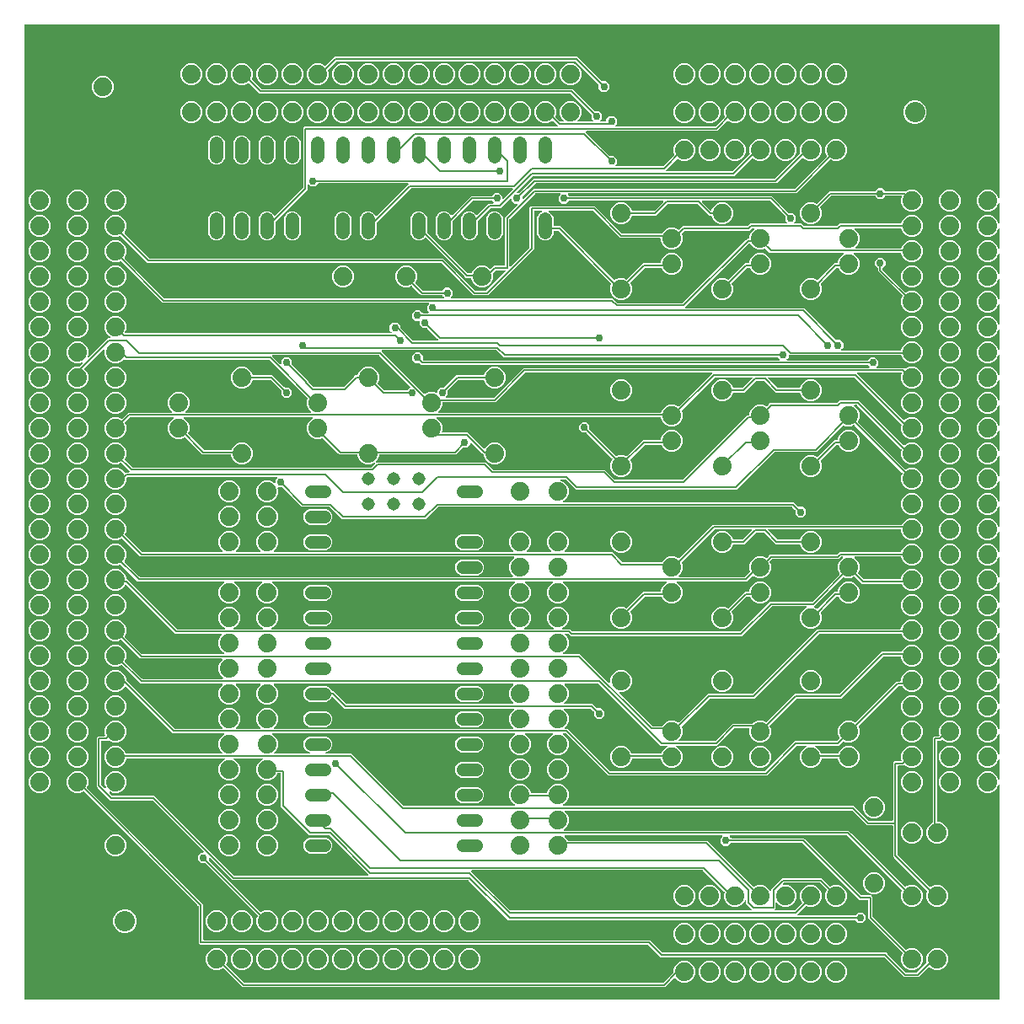
<source format=gbr>
G04 EAGLE Gerber RS-274X export*
G75*
%MOMM*%
%FSLAX34Y34*%
%LPD*%
%INBottom Copper*%
%IPPOS*%
%AMOC8*
5,1,8,0,0,1.08239X$1,22.5*%
G01*
%ADD10C,1.879600*%
%ADD11C,1.308000*%
%ADD12C,1.308000*%
%ADD13C,1.320800*%
%ADD14R,2.032000X2.032000*%
%ADD15C,2.032000*%
%ADD16C,0.756400*%
%ADD17C,0.152400*%

G36*
X989098Y10164D02*
X989098Y10164D01*
X989117Y10162D01*
X989219Y10184D01*
X989321Y10200D01*
X989338Y10210D01*
X989358Y10214D01*
X989447Y10267D01*
X989538Y10316D01*
X989552Y10330D01*
X989569Y10340D01*
X989636Y10419D01*
X989708Y10494D01*
X989716Y10512D01*
X989729Y10527D01*
X989768Y10623D01*
X989811Y10717D01*
X989813Y10737D01*
X989821Y10755D01*
X989839Y10922D01*
X989839Y225054D01*
X989824Y225151D01*
X989814Y225247D01*
X989804Y225271D01*
X989800Y225297D01*
X989754Y225383D01*
X989714Y225472D01*
X989697Y225491D01*
X989684Y225515D01*
X989614Y225582D01*
X989548Y225653D01*
X989525Y225666D01*
X989506Y225684D01*
X989418Y225725D01*
X989332Y225772D01*
X989307Y225777D01*
X989283Y225788D01*
X989186Y225798D01*
X989090Y225816D01*
X989064Y225812D01*
X989039Y225815D01*
X988943Y225794D01*
X988847Y225780D01*
X988824Y225768D01*
X988798Y225762D01*
X988715Y225712D01*
X988628Y225668D01*
X988609Y225650D01*
X988587Y225636D01*
X988524Y225562D01*
X988456Y225493D01*
X988440Y225464D01*
X988427Y225449D01*
X988415Y225419D01*
X988375Y225346D01*
X987160Y222413D01*
X984087Y219340D01*
X980073Y217677D01*
X975727Y217677D01*
X971713Y219340D01*
X968640Y222413D01*
X966977Y226427D01*
X966977Y230773D01*
X968640Y234787D01*
X971713Y237860D01*
X975727Y239523D01*
X980073Y239523D01*
X984087Y237860D01*
X987160Y234787D01*
X988375Y231854D01*
X988426Y231771D01*
X988472Y231685D01*
X988490Y231667D01*
X988504Y231645D01*
X988580Y231583D01*
X988650Y231516D01*
X988674Y231505D01*
X988694Y231488D01*
X988785Y231453D01*
X988873Y231412D01*
X988899Y231410D01*
X988923Y231400D01*
X989021Y231396D01*
X989117Y231385D01*
X989143Y231391D01*
X989169Y231390D01*
X989263Y231417D01*
X989358Y231438D01*
X989380Y231451D01*
X989405Y231458D01*
X989485Y231514D01*
X989569Y231564D01*
X989586Y231584D01*
X989607Y231599D01*
X989666Y231677D01*
X989729Y231751D01*
X989739Y231775D01*
X989754Y231796D01*
X989784Y231888D01*
X989821Y231979D01*
X989824Y232011D01*
X989830Y232030D01*
X989830Y232063D01*
X989839Y232146D01*
X989839Y250454D01*
X989824Y250551D01*
X989814Y250647D01*
X989804Y250671D01*
X989800Y250697D01*
X989754Y250783D01*
X989714Y250872D01*
X989697Y250891D01*
X989684Y250915D01*
X989614Y250982D01*
X989548Y251053D01*
X989525Y251066D01*
X989506Y251084D01*
X989418Y251125D01*
X989332Y251172D01*
X989307Y251177D01*
X989283Y251188D01*
X989186Y251198D01*
X989090Y251216D01*
X989064Y251212D01*
X989039Y251215D01*
X988943Y251194D01*
X988847Y251180D01*
X988824Y251168D01*
X988798Y251162D01*
X988715Y251112D01*
X988628Y251068D01*
X988609Y251050D01*
X988587Y251036D01*
X988524Y250962D01*
X988456Y250893D01*
X988440Y250864D01*
X988427Y250849D01*
X988415Y250819D01*
X988375Y250746D01*
X987160Y247813D01*
X984087Y244740D01*
X980073Y243077D01*
X975727Y243077D01*
X971713Y244740D01*
X968640Y247813D01*
X966977Y251827D01*
X966977Y256173D01*
X968640Y260187D01*
X971713Y263260D01*
X975727Y264923D01*
X980073Y264923D01*
X984087Y263260D01*
X987160Y260187D01*
X988375Y257254D01*
X988426Y257171D01*
X988472Y257085D01*
X988490Y257067D01*
X988504Y257045D01*
X988580Y256983D01*
X988650Y256916D01*
X988674Y256905D01*
X988694Y256888D01*
X988785Y256853D01*
X988873Y256812D01*
X988899Y256810D01*
X988923Y256800D01*
X989021Y256796D01*
X989117Y256785D01*
X989143Y256791D01*
X989169Y256790D01*
X989263Y256817D01*
X989358Y256838D01*
X989380Y256851D01*
X989405Y256858D01*
X989485Y256914D01*
X989569Y256964D01*
X989586Y256984D01*
X989607Y256999D01*
X989666Y257077D01*
X989729Y257151D01*
X989739Y257175D01*
X989754Y257196D01*
X989784Y257288D01*
X989821Y257379D01*
X989824Y257411D01*
X989830Y257430D01*
X989830Y257463D01*
X989839Y257546D01*
X989839Y275854D01*
X989837Y275867D01*
X989838Y275876D01*
X989828Y275924D01*
X989824Y275951D01*
X989814Y276047D01*
X989804Y276071D01*
X989800Y276097D01*
X989754Y276183D01*
X989714Y276272D01*
X989697Y276291D01*
X989684Y276315D01*
X989614Y276382D01*
X989548Y276453D01*
X989525Y276466D01*
X989506Y276484D01*
X989418Y276525D01*
X989332Y276572D01*
X989307Y276577D01*
X989283Y276588D01*
X989186Y276598D01*
X989090Y276616D01*
X989064Y276612D01*
X989039Y276615D01*
X988943Y276594D01*
X988847Y276580D01*
X988824Y276568D01*
X988798Y276562D01*
X988715Y276512D01*
X988628Y276468D01*
X988609Y276450D01*
X988587Y276436D01*
X988524Y276362D01*
X988456Y276293D01*
X988440Y276264D01*
X988427Y276249D01*
X988415Y276219D01*
X988375Y276146D01*
X987160Y273213D01*
X984087Y270140D01*
X980073Y268477D01*
X975727Y268477D01*
X971713Y270140D01*
X968640Y273213D01*
X966977Y277227D01*
X966977Y281573D01*
X968640Y285587D01*
X971713Y288660D01*
X975727Y290323D01*
X980073Y290323D01*
X984087Y288660D01*
X987160Y285587D01*
X988375Y282654D01*
X988426Y282571D01*
X988472Y282485D01*
X988490Y282467D01*
X988504Y282445D01*
X988580Y282383D01*
X988650Y282316D01*
X988674Y282305D01*
X988694Y282288D01*
X988785Y282253D01*
X988873Y282212D01*
X988899Y282210D01*
X988923Y282200D01*
X989021Y282196D01*
X989117Y282185D01*
X989143Y282191D01*
X989169Y282190D01*
X989263Y282217D01*
X989358Y282238D01*
X989380Y282251D01*
X989405Y282258D01*
X989485Y282314D01*
X989569Y282364D01*
X989586Y282384D01*
X989607Y282399D01*
X989666Y282477D01*
X989729Y282551D01*
X989739Y282575D01*
X989754Y282596D01*
X989784Y282688D01*
X989821Y282779D01*
X989824Y282811D01*
X989830Y282830D01*
X989830Y282863D01*
X989839Y282946D01*
X989839Y301254D01*
X989824Y301351D01*
X989814Y301447D01*
X989804Y301471D01*
X989800Y301497D01*
X989754Y301583D01*
X989714Y301672D01*
X989697Y301691D01*
X989684Y301715D01*
X989614Y301782D01*
X989548Y301853D01*
X989525Y301866D01*
X989506Y301884D01*
X989418Y301925D01*
X989332Y301972D01*
X989307Y301977D01*
X989283Y301988D01*
X989186Y301998D01*
X989090Y302016D01*
X989064Y302012D01*
X989039Y302015D01*
X988943Y301994D01*
X988847Y301980D01*
X988824Y301968D01*
X988798Y301962D01*
X988715Y301912D01*
X988628Y301868D01*
X988609Y301850D01*
X988587Y301836D01*
X988524Y301762D01*
X988456Y301693D01*
X988440Y301664D01*
X988427Y301649D01*
X988415Y301619D01*
X988375Y301546D01*
X987160Y298613D01*
X984087Y295540D01*
X980073Y293877D01*
X975727Y293877D01*
X971713Y295540D01*
X968640Y298613D01*
X966977Y302627D01*
X966977Y306973D01*
X968640Y310987D01*
X971713Y314060D01*
X975727Y315723D01*
X980073Y315723D01*
X984087Y314060D01*
X987160Y310987D01*
X988375Y308054D01*
X988426Y307971D01*
X988472Y307885D01*
X988490Y307867D01*
X988504Y307845D01*
X988580Y307783D01*
X988650Y307716D01*
X988674Y307705D01*
X988694Y307688D01*
X988785Y307653D01*
X988873Y307612D01*
X988899Y307610D01*
X988923Y307600D01*
X989021Y307596D01*
X989117Y307585D01*
X989143Y307591D01*
X989169Y307590D01*
X989263Y307617D01*
X989358Y307638D01*
X989380Y307651D01*
X989405Y307658D01*
X989485Y307714D01*
X989569Y307764D01*
X989586Y307784D01*
X989607Y307799D01*
X989666Y307877D01*
X989729Y307951D01*
X989739Y307975D01*
X989754Y307996D01*
X989784Y308088D01*
X989821Y308179D01*
X989824Y308211D01*
X989830Y308230D01*
X989830Y308263D01*
X989839Y308346D01*
X989839Y326654D01*
X989824Y326751D01*
X989814Y326847D01*
X989804Y326871D01*
X989800Y326897D01*
X989754Y326983D01*
X989714Y327072D01*
X989697Y327091D01*
X989684Y327115D01*
X989614Y327182D01*
X989548Y327253D01*
X989525Y327266D01*
X989506Y327284D01*
X989418Y327325D01*
X989332Y327372D01*
X989307Y327377D01*
X989283Y327388D01*
X989186Y327398D01*
X989090Y327416D01*
X989064Y327412D01*
X989039Y327415D01*
X988943Y327394D01*
X988847Y327380D01*
X988824Y327368D01*
X988798Y327362D01*
X988715Y327312D01*
X988628Y327268D01*
X988609Y327250D01*
X988587Y327236D01*
X988524Y327162D01*
X988456Y327093D01*
X988440Y327064D01*
X988427Y327049D01*
X988415Y327019D01*
X988375Y326946D01*
X987160Y324013D01*
X984087Y320940D01*
X980073Y319277D01*
X975727Y319277D01*
X971713Y320940D01*
X968640Y324013D01*
X966977Y328027D01*
X966977Y332373D01*
X968640Y336387D01*
X971713Y339460D01*
X975727Y341123D01*
X980073Y341123D01*
X984087Y339460D01*
X987160Y336387D01*
X988375Y333454D01*
X988426Y333371D01*
X988472Y333285D01*
X988490Y333267D01*
X988504Y333245D01*
X988580Y333183D01*
X988650Y333116D01*
X988674Y333105D01*
X988694Y333088D01*
X988785Y333053D01*
X988873Y333012D01*
X988899Y333010D01*
X988923Y333000D01*
X989021Y332996D01*
X989117Y332985D01*
X989143Y332991D01*
X989169Y332990D01*
X989263Y333017D01*
X989358Y333038D01*
X989380Y333051D01*
X989405Y333058D01*
X989485Y333114D01*
X989569Y333164D01*
X989586Y333184D01*
X989607Y333199D01*
X989666Y333277D01*
X989729Y333351D01*
X989739Y333375D01*
X989754Y333396D01*
X989784Y333488D01*
X989821Y333579D01*
X989824Y333611D01*
X989830Y333630D01*
X989830Y333663D01*
X989839Y333746D01*
X989839Y352054D01*
X989824Y352151D01*
X989814Y352247D01*
X989804Y352271D01*
X989800Y352297D01*
X989754Y352383D01*
X989714Y352472D01*
X989697Y352491D01*
X989684Y352515D01*
X989614Y352582D01*
X989548Y352653D01*
X989525Y352666D01*
X989506Y352684D01*
X989418Y352725D01*
X989332Y352772D01*
X989307Y352777D01*
X989283Y352788D01*
X989186Y352798D01*
X989090Y352816D01*
X989064Y352812D01*
X989039Y352815D01*
X988943Y352794D01*
X988847Y352780D01*
X988824Y352768D01*
X988798Y352762D01*
X988715Y352712D01*
X988628Y352668D01*
X988609Y352650D01*
X988587Y352636D01*
X988524Y352562D01*
X988456Y352493D01*
X988440Y352464D01*
X988427Y352449D01*
X988415Y352419D01*
X988375Y352346D01*
X987160Y349413D01*
X984087Y346340D01*
X980073Y344677D01*
X975727Y344677D01*
X971713Y346340D01*
X968640Y349413D01*
X966977Y353427D01*
X966977Y357773D01*
X968640Y361787D01*
X971713Y364860D01*
X975727Y366523D01*
X980073Y366523D01*
X984087Y364860D01*
X987160Y361787D01*
X988375Y358854D01*
X988426Y358771D01*
X988472Y358685D01*
X988490Y358667D01*
X988504Y358645D01*
X988580Y358583D01*
X988650Y358516D01*
X988674Y358505D01*
X988694Y358488D01*
X988785Y358453D01*
X988873Y358412D01*
X988899Y358410D01*
X988923Y358400D01*
X989021Y358396D01*
X989117Y358385D01*
X989143Y358391D01*
X989169Y358390D01*
X989263Y358417D01*
X989358Y358438D01*
X989380Y358451D01*
X989405Y358458D01*
X989485Y358514D01*
X989569Y358564D01*
X989586Y358584D01*
X989607Y358599D01*
X989666Y358677D01*
X989729Y358751D01*
X989739Y358775D01*
X989754Y358796D01*
X989784Y358888D01*
X989821Y358979D01*
X989824Y359011D01*
X989830Y359030D01*
X989830Y359063D01*
X989839Y359146D01*
X989839Y377454D01*
X989824Y377551D01*
X989814Y377647D01*
X989804Y377671D01*
X989800Y377697D01*
X989754Y377783D01*
X989714Y377872D01*
X989697Y377891D01*
X989684Y377915D01*
X989614Y377982D01*
X989548Y378053D01*
X989525Y378066D01*
X989506Y378084D01*
X989418Y378125D01*
X989332Y378172D01*
X989307Y378177D01*
X989283Y378188D01*
X989186Y378198D01*
X989090Y378216D01*
X989064Y378212D01*
X989039Y378215D01*
X988943Y378194D01*
X988847Y378180D01*
X988824Y378168D01*
X988798Y378162D01*
X988715Y378112D01*
X988628Y378068D01*
X988609Y378050D01*
X988587Y378036D01*
X988524Y377962D01*
X988456Y377893D01*
X988440Y377864D01*
X988427Y377849D01*
X988415Y377819D01*
X988375Y377746D01*
X987160Y374813D01*
X984087Y371740D01*
X980073Y370077D01*
X975727Y370077D01*
X971713Y371740D01*
X968640Y374813D01*
X966977Y378827D01*
X966977Y383173D01*
X968640Y387187D01*
X971713Y390260D01*
X975727Y391923D01*
X980073Y391923D01*
X984087Y390260D01*
X987160Y387187D01*
X988375Y384254D01*
X988426Y384171D01*
X988472Y384085D01*
X988490Y384067D01*
X988504Y384045D01*
X988580Y383983D01*
X988650Y383916D01*
X988674Y383905D01*
X988694Y383888D01*
X988785Y383853D01*
X988873Y383812D01*
X988899Y383810D01*
X988923Y383800D01*
X989021Y383796D01*
X989117Y383785D01*
X989143Y383791D01*
X989169Y383790D01*
X989263Y383817D01*
X989358Y383838D01*
X989380Y383851D01*
X989405Y383858D01*
X989485Y383914D01*
X989569Y383964D01*
X989586Y383984D01*
X989607Y383999D01*
X989666Y384077D01*
X989729Y384151D01*
X989739Y384175D01*
X989754Y384196D01*
X989784Y384288D01*
X989821Y384379D01*
X989824Y384411D01*
X989830Y384430D01*
X989830Y384463D01*
X989839Y384546D01*
X989839Y402854D01*
X989824Y402951D01*
X989814Y403047D01*
X989804Y403071D01*
X989800Y403097D01*
X989754Y403183D01*
X989714Y403272D01*
X989697Y403291D01*
X989684Y403315D01*
X989614Y403382D01*
X989548Y403453D01*
X989525Y403466D01*
X989506Y403484D01*
X989418Y403525D01*
X989332Y403572D01*
X989307Y403577D01*
X989283Y403588D01*
X989186Y403598D01*
X989090Y403616D01*
X989064Y403612D01*
X989039Y403615D01*
X988943Y403594D01*
X988847Y403580D01*
X988824Y403568D01*
X988798Y403562D01*
X988715Y403512D01*
X988628Y403468D01*
X988609Y403450D01*
X988587Y403436D01*
X988524Y403362D01*
X988456Y403293D01*
X988440Y403264D01*
X988427Y403249D01*
X988415Y403219D01*
X988375Y403146D01*
X987160Y400213D01*
X984087Y397140D01*
X980073Y395477D01*
X975727Y395477D01*
X971713Y397140D01*
X968640Y400213D01*
X966977Y404227D01*
X966977Y408573D01*
X968640Y412587D01*
X971713Y415660D01*
X975727Y417323D01*
X980073Y417323D01*
X984087Y415660D01*
X987160Y412587D01*
X988375Y409654D01*
X988426Y409571D01*
X988472Y409485D01*
X988490Y409467D01*
X988504Y409445D01*
X988580Y409383D01*
X988650Y409316D01*
X988674Y409305D01*
X988694Y409288D01*
X988785Y409253D01*
X988873Y409212D01*
X988899Y409210D01*
X988923Y409200D01*
X989021Y409196D01*
X989117Y409185D01*
X989143Y409191D01*
X989169Y409190D01*
X989263Y409217D01*
X989358Y409238D01*
X989380Y409251D01*
X989405Y409258D01*
X989485Y409314D01*
X989569Y409364D01*
X989586Y409384D01*
X989607Y409399D01*
X989666Y409477D01*
X989729Y409551D01*
X989739Y409575D01*
X989754Y409596D01*
X989784Y409688D01*
X989821Y409779D01*
X989824Y409811D01*
X989830Y409830D01*
X989830Y409863D01*
X989839Y409946D01*
X989839Y428254D01*
X989824Y428351D01*
X989814Y428447D01*
X989804Y428471D01*
X989800Y428497D01*
X989754Y428583D01*
X989714Y428672D01*
X989697Y428691D01*
X989684Y428715D01*
X989614Y428782D01*
X989548Y428853D01*
X989525Y428866D01*
X989506Y428884D01*
X989418Y428925D01*
X989332Y428972D01*
X989307Y428977D01*
X989283Y428988D01*
X989186Y428998D01*
X989090Y429016D01*
X989064Y429012D01*
X989039Y429015D01*
X988943Y428994D01*
X988847Y428980D01*
X988824Y428968D01*
X988798Y428962D01*
X988715Y428912D01*
X988628Y428868D01*
X988609Y428850D01*
X988587Y428836D01*
X988524Y428762D01*
X988456Y428693D01*
X988440Y428664D01*
X988427Y428649D01*
X988415Y428619D01*
X988375Y428546D01*
X987160Y425613D01*
X984087Y422540D01*
X980073Y420877D01*
X975727Y420877D01*
X971713Y422540D01*
X968640Y425613D01*
X966977Y429627D01*
X966977Y433973D01*
X968640Y437987D01*
X971713Y441060D01*
X975727Y442723D01*
X980073Y442723D01*
X984087Y441060D01*
X987160Y437987D01*
X988375Y435054D01*
X988426Y434971D01*
X988472Y434885D01*
X988490Y434867D01*
X988504Y434845D01*
X988580Y434783D01*
X988650Y434716D01*
X988674Y434705D01*
X988694Y434688D01*
X988785Y434653D01*
X988873Y434612D01*
X988899Y434610D01*
X988923Y434600D01*
X989021Y434596D01*
X989117Y434585D01*
X989143Y434591D01*
X989169Y434590D01*
X989263Y434617D01*
X989358Y434638D01*
X989380Y434651D01*
X989405Y434658D01*
X989485Y434714D01*
X989569Y434764D01*
X989586Y434784D01*
X989607Y434799D01*
X989666Y434877D01*
X989729Y434951D01*
X989739Y434975D01*
X989754Y434996D01*
X989784Y435088D01*
X989821Y435179D01*
X989824Y435211D01*
X989830Y435230D01*
X989830Y435263D01*
X989839Y435346D01*
X989839Y453654D01*
X989824Y453751D01*
X989814Y453847D01*
X989804Y453871D01*
X989800Y453897D01*
X989754Y453983D01*
X989714Y454072D01*
X989697Y454091D01*
X989684Y454115D01*
X989614Y454182D01*
X989548Y454253D01*
X989525Y454266D01*
X989506Y454284D01*
X989418Y454325D01*
X989332Y454372D01*
X989307Y454377D01*
X989283Y454388D01*
X989186Y454398D01*
X989090Y454416D01*
X989064Y454412D01*
X989039Y454415D01*
X988943Y454394D01*
X988847Y454380D01*
X988824Y454368D01*
X988798Y454362D01*
X988715Y454312D01*
X988628Y454268D01*
X988609Y454250D01*
X988587Y454236D01*
X988524Y454162D01*
X988456Y454093D01*
X988440Y454064D01*
X988427Y454049D01*
X988415Y454019D01*
X988375Y453946D01*
X987160Y451013D01*
X984087Y447940D01*
X980073Y446277D01*
X975727Y446277D01*
X971713Y447940D01*
X968640Y451013D01*
X966977Y455027D01*
X966977Y459373D01*
X968640Y463387D01*
X971713Y466460D01*
X975727Y468123D01*
X980073Y468123D01*
X984087Y466460D01*
X987160Y463387D01*
X988375Y460454D01*
X988426Y460371D01*
X988472Y460285D01*
X988490Y460267D01*
X988504Y460245D01*
X988580Y460183D01*
X988650Y460116D01*
X988674Y460105D01*
X988694Y460088D01*
X988785Y460053D01*
X988873Y460012D01*
X988899Y460010D01*
X988923Y460000D01*
X989021Y459996D01*
X989117Y459985D01*
X989143Y459991D01*
X989169Y459990D01*
X989263Y460017D01*
X989358Y460038D01*
X989380Y460051D01*
X989405Y460058D01*
X989485Y460114D01*
X989569Y460164D01*
X989586Y460184D01*
X989607Y460199D01*
X989666Y460277D01*
X989729Y460351D01*
X989739Y460375D01*
X989754Y460396D01*
X989784Y460488D01*
X989821Y460579D01*
X989824Y460611D01*
X989830Y460630D01*
X989830Y460663D01*
X989839Y460746D01*
X989839Y479054D01*
X989824Y479151D01*
X989814Y479247D01*
X989804Y479271D01*
X989800Y479297D01*
X989754Y479383D01*
X989714Y479472D01*
X989697Y479491D01*
X989684Y479515D01*
X989614Y479582D01*
X989548Y479653D01*
X989525Y479666D01*
X989506Y479684D01*
X989418Y479725D01*
X989332Y479772D01*
X989307Y479777D01*
X989283Y479788D01*
X989186Y479798D01*
X989090Y479816D01*
X989064Y479812D01*
X989039Y479815D01*
X988943Y479794D01*
X988847Y479780D01*
X988824Y479768D01*
X988798Y479762D01*
X988715Y479712D01*
X988628Y479668D01*
X988609Y479650D01*
X988587Y479636D01*
X988524Y479562D01*
X988456Y479493D01*
X988440Y479464D01*
X988427Y479449D01*
X988415Y479419D01*
X988375Y479346D01*
X987160Y476413D01*
X984087Y473340D01*
X980073Y471677D01*
X975727Y471677D01*
X971713Y473340D01*
X968640Y476413D01*
X966977Y480427D01*
X966977Y484773D01*
X968640Y488787D01*
X971713Y491860D01*
X975727Y493523D01*
X980073Y493523D01*
X984087Y491860D01*
X987160Y488787D01*
X988375Y485854D01*
X988426Y485771D01*
X988472Y485685D01*
X988490Y485667D01*
X988504Y485645D01*
X988580Y485583D01*
X988650Y485516D01*
X988674Y485505D01*
X988694Y485488D01*
X988785Y485453D01*
X988873Y485412D01*
X988899Y485410D01*
X988923Y485400D01*
X989021Y485396D01*
X989117Y485385D01*
X989143Y485391D01*
X989169Y485390D01*
X989263Y485417D01*
X989358Y485438D01*
X989380Y485451D01*
X989405Y485458D01*
X989485Y485514D01*
X989569Y485564D01*
X989586Y485584D01*
X989607Y485599D01*
X989666Y485677D01*
X989729Y485751D01*
X989739Y485775D01*
X989754Y485796D01*
X989784Y485888D01*
X989821Y485979D01*
X989824Y486011D01*
X989830Y486030D01*
X989830Y486063D01*
X989839Y486146D01*
X989839Y504454D01*
X989824Y504551D01*
X989814Y504647D01*
X989804Y504671D01*
X989800Y504697D01*
X989754Y504783D01*
X989714Y504872D01*
X989697Y504891D01*
X989684Y504915D01*
X989614Y504982D01*
X989548Y505053D01*
X989525Y505066D01*
X989506Y505084D01*
X989418Y505125D01*
X989332Y505172D01*
X989307Y505177D01*
X989283Y505188D01*
X989186Y505198D01*
X989090Y505216D01*
X989064Y505212D01*
X989039Y505215D01*
X988943Y505194D01*
X988847Y505180D01*
X988824Y505168D01*
X988798Y505162D01*
X988715Y505112D01*
X988628Y505068D01*
X988609Y505050D01*
X988587Y505036D01*
X988524Y504962D01*
X988456Y504893D01*
X988440Y504864D01*
X988427Y504849D01*
X988415Y504819D01*
X988375Y504746D01*
X987160Y501813D01*
X984087Y498740D01*
X980073Y497077D01*
X975727Y497077D01*
X971713Y498740D01*
X968640Y501813D01*
X966977Y505827D01*
X966977Y510173D01*
X968640Y514187D01*
X971713Y517260D01*
X975727Y518923D01*
X980073Y518923D01*
X984087Y517260D01*
X987160Y514187D01*
X988375Y511254D01*
X988426Y511171D01*
X988472Y511085D01*
X988490Y511067D01*
X988504Y511045D01*
X988580Y510983D01*
X988650Y510916D01*
X988674Y510905D01*
X988694Y510888D01*
X988785Y510853D01*
X988873Y510812D01*
X988899Y510810D01*
X988923Y510800D01*
X989021Y510796D01*
X989117Y510785D01*
X989143Y510791D01*
X989169Y510790D01*
X989263Y510817D01*
X989358Y510838D01*
X989380Y510851D01*
X989405Y510858D01*
X989485Y510914D01*
X989569Y510964D01*
X989586Y510984D01*
X989607Y510999D01*
X989666Y511077D01*
X989729Y511151D01*
X989739Y511175D01*
X989754Y511196D01*
X989784Y511288D01*
X989821Y511379D01*
X989824Y511411D01*
X989830Y511430D01*
X989830Y511463D01*
X989839Y511546D01*
X989839Y529854D01*
X989824Y529951D01*
X989814Y530047D01*
X989804Y530071D01*
X989800Y530097D01*
X989754Y530183D01*
X989714Y530272D01*
X989697Y530291D01*
X989684Y530315D01*
X989614Y530382D01*
X989548Y530453D01*
X989525Y530466D01*
X989506Y530484D01*
X989418Y530525D01*
X989332Y530572D01*
X989307Y530577D01*
X989283Y530588D01*
X989186Y530598D01*
X989090Y530616D01*
X989064Y530612D01*
X989039Y530615D01*
X988943Y530594D01*
X988847Y530580D01*
X988824Y530568D01*
X988798Y530562D01*
X988715Y530512D01*
X988628Y530468D01*
X988609Y530450D01*
X988587Y530436D01*
X988524Y530362D01*
X988456Y530293D01*
X988440Y530264D01*
X988427Y530249D01*
X988415Y530219D01*
X988375Y530146D01*
X987160Y527213D01*
X984087Y524140D01*
X980073Y522477D01*
X975727Y522477D01*
X971713Y524140D01*
X968640Y527213D01*
X966977Y531227D01*
X966977Y535573D01*
X968640Y539587D01*
X971713Y542660D01*
X975727Y544323D01*
X980073Y544323D01*
X984087Y542660D01*
X987160Y539587D01*
X988375Y536654D01*
X988426Y536571D01*
X988472Y536485D01*
X988486Y536472D01*
X988496Y536455D01*
X988501Y536451D01*
X988504Y536445D01*
X988580Y536383D01*
X988650Y536316D01*
X988668Y536308D01*
X988683Y536295D01*
X988689Y536293D01*
X988694Y536288D01*
X988785Y536253D01*
X988873Y536212D01*
X988893Y536210D01*
X988911Y536203D01*
X988918Y536202D01*
X988923Y536200D01*
X988944Y536199D01*
X989078Y536184D01*
X989097Y536188D01*
X989117Y536185D01*
X989143Y536191D01*
X989169Y536190D01*
X989245Y536212D01*
X989321Y536224D01*
X989338Y536233D01*
X989358Y536238D01*
X989380Y536251D01*
X989405Y536258D01*
X989471Y536304D01*
X989538Y536339D01*
X989551Y536353D01*
X989569Y536364D01*
X989586Y536384D01*
X989607Y536399D01*
X989655Y536462D01*
X989708Y536518D01*
X989716Y536535D01*
X989729Y536551D01*
X989739Y536575D01*
X989754Y536596D01*
X989779Y536671D01*
X989811Y536741D01*
X989813Y536760D01*
X989821Y536779D01*
X989824Y536811D01*
X989830Y536830D01*
X989830Y536863D01*
X989839Y536946D01*
X989839Y555254D01*
X989824Y555351D01*
X989814Y555447D01*
X989804Y555471D01*
X989800Y555497D01*
X989754Y555583D01*
X989714Y555672D01*
X989697Y555691D01*
X989684Y555715D01*
X989614Y555782D01*
X989548Y555853D01*
X989525Y555866D01*
X989506Y555884D01*
X989418Y555925D01*
X989332Y555972D01*
X989307Y555977D01*
X989283Y555988D01*
X989186Y555998D01*
X989090Y556016D01*
X989064Y556012D01*
X989039Y556015D01*
X988943Y555994D01*
X988847Y555980D01*
X988824Y555968D01*
X988798Y555962D01*
X988715Y555912D01*
X988628Y555868D01*
X988609Y555850D01*
X988587Y555836D01*
X988524Y555762D01*
X988456Y555693D01*
X988440Y555664D01*
X988427Y555649D01*
X988415Y555619D01*
X988375Y555546D01*
X987160Y552613D01*
X984087Y549540D01*
X980073Y547877D01*
X975727Y547877D01*
X971713Y549540D01*
X968640Y552613D01*
X966977Y556627D01*
X966977Y560973D01*
X968640Y564987D01*
X971713Y568060D01*
X975727Y569723D01*
X980073Y569723D01*
X984087Y568060D01*
X987160Y564987D01*
X988375Y562054D01*
X988426Y561971D01*
X988472Y561885D01*
X988490Y561867D01*
X988504Y561845D01*
X988580Y561783D01*
X988650Y561716D01*
X988674Y561705D01*
X988694Y561688D01*
X988785Y561653D01*
X988873Y561612D01*
X988899Y561610D01*
X988923Y561600D01*
X989021Y561596D01*
X989117Y561585D01*
X989143Y561591D01*
X989169Y561590D01*
X989263Y561617D01*
X989358Y561638D01*
X989380Y561651D01*
X989405Y561658D01*
X989485Y561714D01*
X989569Y561764D01*
X989586Y561784D01*
X989607Y561799D01*
X989666Y561877D01*
X989729Y561951D01*
X989739Y561975D01*
X989754Y561996D01*
X989784Y562088D01*
X989821Y562179D01*
X989824Y562211D01*
X989830Y562230D01*
X989830Y562263D01*
X989839Y562346D01*
X989839Y580654D01*
X989824Y580751D01*
X989814Y580847D01*
X989804Y580871D01*
X989800Y580897D01*
X989754Y580983D01*
X989714Y581072D01*
X989697Y581091D01*
X989684Y581115D01*
X989614Y581182D01*
X989548Y581253D01*
X989525Y581266D01*
X989506Y581284D01*
X989418Y581325D01*
X989332Y581372D01*
X989307Y581377D01*
X989283Y581388D01*
X989186Y581398D01*
X989090Y581416D01*
X989064Y581412D01*
X989039Y581415D01*
X988943Y581394D01*
X988847Y581380D01*
X988824Y581368D01*
X988798Y581362D01*
X988715Y581312D01*
X988628Y581268D01*
X988609Y581250D01*
X988587Y581236D01*
X988524Y581162D01*
X988456Y581093D01*
X988440Y581064D01*
X988427Y581049D01*
X988415Y581019D01*
X988375Y580946D01*
X987160Y578013D01*
X984087Y574940D01*
X980073Y573277D01*
X975727Y573277D01*
X971713Y574940D01*
X968640Y578013D01*
X966977Y582027D01*
X966977Y586373D01*
X968640Y590387D01*
X971713Y593460D01*
X975727Y595123D01*
X980073Y595123D01*
X984087Y593460D01*
X987160Y590387D01*
X988375Y587454D01*
X988426Y587371D01*
X988472Y587285D01*
X988490Y587267D01*
X988504Y587245D01*
X988580Y587183D01*
X988650Y587116D01*
X988674Y587105D01*
X988694Y587088D01*
X988785Y587053D01*
X988873Y587012D01*
X988899Y587010D01*
X988923Y587000D01*
X989021Y586996D01*
X989117Y586985D01*
X989143Y586991D01*
X989169Y586990D01*
X989263Y587017D01*
X989358Y587038D01*
X989380Y587051D01*
X989405Y587058D01*
X989485Y587114D01*
X989569Y587164D01*
X989586Y587184D01*
X989607Y587199D01*
X989666Y587277D01*
X989729Y587351D01*
X989739Y587375D01*
X989754Y587396D01*
X989784Y587488D01*
X989821Y587579D01*
X989824Y587611D01*
X989830Y587630D01*
X989830Y587663D01*
X989839Y587746D01*
X989839Y606054D01*
X989824Y606151D01*
X989814Y606247D01*
X989804Y606271D01*
X989800Y606297D01*
X989754Y606383D01*
X989714Y606472D01*
X989697Y606491D01*
X989684Y606515D01*
X989614Y606582D01*
X989548Y606653D01*
X989525Y606666D01*
X989506Y606684D01*
X989418Y606725D01*
X989332Y606772D01*
X989307Y606777D01*
X989283Y606788D01*
X989186Y606798D01*
X989090Y606816D01*
X989064Y606812D01*
X989039Y606815D01*
X988943Y606794D01*
X988847Y606780D01*
X988824Y606768D01*
X988798Y606762D01*
X988715Y606712D01*
X988628Y606668D01*
X988609Y606650D01*
X988587Y606636D01*
X988524Y606562D01*
X988456Y606493D01*
X988440Y606464D01*
X988427Y606449D01*
X988415Y606419D01*
X988375Y606346D01*
X987160Y603413D01*
X984087Y600340D01*
X980073Y598677D01*
X975727Y598677D01*
X971713Y600340D01*
X968640Y603413D01*
X966977Y607427D01*
X966977Y611773D01*
X968640Y615787D01*
X971713Y618860D01*
X975727Y620523D01*
X980073Y620523D01*
X984087Y618860D01*
X987160Y615787D01*
X988375Y612854D01*
X988426Y612771D01*
X988472Y612685D01*
X988490Y612667D01*
X988504Y612645D01*
X988580Y612583D01*
X988650Y612516D01*
X988674Y612505D01*
X988694Y612488D01*
X988785Y612453D01*
X988873Y612412D01*
X988899Y612410D01*
X988923Y612400D01*
X989021Y612396D01*
X989117Y612385D01*
X989143Y612391D01*
X989169Y612390D01*
X989263Y612417D01*
X989358Y612438D01*
X989380Y612451D01*
X989405Y612458D01*
X989485Y612514D01*
X989569Y612564D01*
X989586Y612584D01*
X989607Y612599D01*
X989666Y612677D01*
X989729Y612751D01*
X989739Y612775D01*
X989754Y612796D01*
X989784Y612888D01*
X989821Y612979D01*
X989824Y613011D01*
X989830Y613030D01*
X989830Y613063D01*
X989839Y613146D01*
X989839Y631454D01*
X989824Y631551D01*
X989814Y631647D01*
X989804Y631671D01*
X989800Y631697D01*
X989754Y631783D01*
X989714Y631872D01*
X989697Y631891D01*
X989684Y631915D01*
X989614Y631982D01*
X989548Y632053D01*
X989525Y632066D01*
X989506Y632084D01*
X989418Y632125D01*
X989332Y632172D01*
X989307Y632177D01*
X989283Y632188D01*
X989186Y632198D01*
X989090Y632216D01*
X989064Y632212D01*
X989039Y632215D01*
X988943Y632194D01*
X988847Y632180D01*
X988824Y632168D01*
X988798Y632162D01*
X988715Y632112D01*
X988628Y632068D01*
X988609Y632050D01*
X988587Y632036D01*
X988524Y631962D01*
X988456Y631893D01*
X988440Y631864D01*
X988427Y631849D01*
X988415Y631819D01*
X988375Y631746D01*
X987160Y628813D01*
X984087Y625740D01*
X980073Y624077D01*
X975727Y624077D01*
X971713Y625740D01*
X968640Y628813D01*
X966977Y632827D01*
X966977Y637173D01*
X968640Y641187D01*
X971713Y644260D01*
X975727Y645923D01*
X980073Y645923D01*
X984087Y644260D01*
X987160Y641187D01*
X988375Y638254D01*
X988426Y638171D01*
X988472Y638085D01*
X988490Y638067D01*
X988504Y638045D01*
X988580Y637983D01*
X988650Y637916D01*
X988674Y637905D01*
X988694Y637888D01*
X988785Y637853D01*
X988873Y637812D01*
X988899Y637810D01*
X988923Y637800D01*
X989021Y637796D01*
X989117Y637785D01*
X989143Y637791D01*
X989169Y637790D01*
X989263Y637817D01*
X989358Y637838D01*
X989380Y637851D01*
X989405Y637858D01*
X989485Y637914D01*
X989569Y637964D01*
X989586Y637984D01*
X989607Y637999D01*
X989666Y638077D01*
X989729Y638151D01*
X989739Y638175D01*
X989754Y638196D01*
X989784Y638288D01*
X989821Y638379D01*
X989824Y638411D01*
X989830Y638430D01*
X989830Y638463D01*
X989839Y638546D01*
X989839Y656854D01*
X989824Y656951D01*
X989814Y657047D01*
X989804Y657071D01*
X989800Y657097D01*
X989754Y657183D01*
X989714Y657272D01*
X989697Y657291D01*
X989684Y657315D01*
X989614Y657382D01*
X989548Y657453D01*
X989525Y657466D01*
X989506Y657484D01*
X989418Y657525D01*
X989332Y657572D01*
X989307Y657577D01*
X989283Y657588D01*
X989186Y657598D01*
X989090Y657616D01*
X989064Y657612D01*
X989039Y657615D01*
X988943Y657594D01*
X988847Y657580D01*
X988824Y657568D01*
X988798Y657562D01*
X988715Y657512D01*
X988628Y657468D01*
X988609Y657450D01*
X988587Y657436D01*
X988524Y657362D01*
X988456Y657293D01*
X988440Y657264D01*
X988427Y657249D01*
X988415Y657219D01*
X988375Y657146D01*
X987160Y654213D01*
X984087Y651140D01*
X980073Y649477D01*
X975727Y649477D01*
X971713Y651140D01*
X968640Y654213D01*
X966977Y658227D01*
X966977Y662573D01*
X968640Y666587D01*
X971713Y669660D01*
X975727Y671323D01*
X980073Y671323D01*
X984087Y669660D01*
X987160Y666587D01*
X988375Y663654D01*
X988426Y663571D01*
X988472Y663485D01*
X988490Y663467D01*
X988504Y663445D01*
X988580Y663383D01*
X988650Y663316D01*
X988674Y663305D01*
X988694Y663288D01*
X988785Y663253D01*
X988873Y663212D01*
X988899Y663210D01*
X988923Y663200D01*
X989021Y663196D01*
X989117Y663185D01*
X989143Y663191D01*
X989169Y663190D01*
X989263Y663217D01*
X989358Y663238D01*
X989380Y663251D01*
X989405Y663258D01*
X989485Y663314D01*
X989569Y663364D01*
X989586Y663384D01*
X989607Y663399D01*
X989666Y663477D01*
X989729Y663551D01*
X989739Y663575D01*
X989754Y663596D01*
X989784Y663688D01*
X989821Y663779D01*
X989824Y663811D01*
X989830Y663830D01*
X989830Y663863D01*
X989839Y663946D01*
X989839Y682254D01*
X989824Y682351D01*
X989814Y682447D01*
X989804Y682471D01*
X989800Y682497D01*
X989754Y682583D01*
X989714Y682672D01*
X989697Y682691D01*
X989684Y682715D01*
X989614Y682782D01*
X989548Y682853D01*
X989525Y682866D01*
X989506Y682884D01*
X989418Y682925D01*
X989332Y682972D01*
X989307Y682977D01*
X989283Y682988D01*
X989186Y682998D01*
X989090Y683016D01*
X989064Y683012D01*
X989039Y683015D01*
X988943Y682994D01*
X988847Y682980D01*
X988824Y682968D01*
X988798Y682962D01*
X988715Y682912D01*
X988628Y682868D01*
X988609Y682850D01*
X988587Y682836D01*
X988524Y682762D01*
X988456Y682693D01*
X988440Y682664D01*
X988427Y682649D01*
X988415Y682619D01*
X988375Y682546D01*
X987160Y679613D01*
X984087Y676540D01*
X980073Y674877D01*
X975727Y674877D01*
X971713Y676540D01*
X968640Y679613D01*
X966977Y683627D01*
X966977Y687973D01*
X968640Y691987D01*
X971713Y695060D01*
X975727Y696723D01*
X980073Y696723D01*
X984087Y695060D01*
X987160Y691987D01*
X988375Y689054D01*
X988426Y688971D01*
X988472Y688885D01*
X988490Y688867D01*
X988504Y688845D01*
X988580Y688783D01*
X988650Y688716D01*
X988674Y688705D01*
X988694Y688688D01*
X988785Y688653D01*
X988873Y688612D01*
X988899Y688610D01*
X988923Y688600D01*
X989021Y688596D01*
X989117Y688585D01*
X989143Y688591D01*
X989169Y688590D01*
X989263Y688617D01*
X989358Y688638D01*
X989380Y688651D01*
X989405Y688658D01*
X989485Y688714D01*
X989569Y688764D01*
X989586Y688784D01*
X989607Y688799D01*
X989666Y688877D01*
X989729Y688951D01*
X989739Y688975D01*
X989754Y688996D01*
X989784Y689088D01*
X989821Y689179D01*
X989824Y689211D01*
X989830Y689230D01*
X989830Y689263D01*
X989839Y689346D01*
X989839Y707654D01*
X989824Y707751D01*
X989814Y707847D01*
X989804Y707871D01*
X989800Y707897D01*
X989754Y707983D01*
X989714Y708072D01*
X989697Y708091D01*
X989684Y708115D01*
X989614Y708182D01*
X989548Y708253D01*
X989525Y708266D01*
X989506Y708284D01*
X989418Y708325D01*
X989332Y708372D01*
X989307Y708377D01*
X989283Y708388D01*
X989186Y708398D01*
X989090Y708416D01*
X989064Y708412D01*
X989039Y708415D01*
X988943Y708394D01*
X988847Y708380D01*
X988824Y708368D01*
X988798Y708362D01*
X988715Y708312D01*
X988628Y708268D01*
X988609Y708250D01*
X988587Y708236D01*
X988524Y708162D01*
X988456Y708093D01*
X988440Y708064D01*
X988427Y708049D01*
X988415Y708019D01*
X988375Y707946D01*
X987160Y705013D01*
X984087Y701940D01*
X980073Y700277D01*
X975727Y700277D01*
X971713Y701940D01*
X968640Y705013D01*
X966977Y709027D01*
X966977Y713373D01*
X968640Y717387D01*
X971713Y720460D01*
X975727Y722123D01*
X980073Y722123D01*
X984087Y720460D01*
X987160Y717387D01*
X988375Y714454D01*
X988426Y714371D01*
X988472Y714285D01*
X988490Y714267D01*
X988504Y714245D01*
X988580Y714183D01*
X988650Y714116D01*
X988674Y714105D01*
X988694Y714088D01*
X988785Y714053D01*
X988873Y714012D01*
X988899Y714010D01*
X988923Y714000D01*
X989021Y713996D01*
X989117Y713985D01*
X989143Y713991D01*
X989169Y713990D01*
X989263Y714017D01*
X989358Y714038D01*
X989380Y714051D01*
X989405Y714058D01*
X989485Y714114D01*
X989569Y714164D01*
X989586Y714184D01*
X989607Y714199D01*
X989666Y714277D01*
X989729Y714351D01*
X989739Y714375D01*
X989754Y714396D01*
X989784Y714488D01*
X989821Y714579D01*
X989824Y714611D01*
X989830Y714630D01*
X989830Y714663D01*
X989839Y714746D01*
X989839Y733054D01*
X989824Y733150D01*
X989814Y733247D01*
X989804Y733271D01*
X989800Y733297D01*
X989754Y733383D01*
X989714Y733472D01*
X989697Y733491D01*
X989684Y733515D01*
X989614Y733581D01*
X989548Y733653D01*
X989525Y733666D01*
X989506Y733684D01*
X989418Y733725D01*
X989332Y733772D01*
X989307Y733777D01*
X989283Y733788D01*
X989186Y733798D01*
X989090Y733816D01*
X989064Y733812D01*
X989039Y733815D01*
X988943Y733794D01*
X988847Y733780D01*
X988824Y733768D01*
X988798Y733762D01*
X988715Y733712D01*
X988628Y733668D01*
X988609Y733650D01*
X988587Y733636D01*
X988524Y733562D01*
X988456Y733493D01*
X988440Y733464D01*
X988427Y733449D01*
X988415Y733419D01*
X988375Y733346D01*
X987160Y730413D01*
X984087Y727340D01*
X980073Y725677D01*
X975727Y725677D01*
X971713Y727340D01*
X968640Y730413D01*
X966977Y734427D01*
X966977Y738773D01*
X968640Y742787D01*
X971713Y745860D01*
X975727Y747523D01*
X980073Y747523D01*
X984087Y745860D01*
X987160Y742787D01*
X988375Y739854D01*
X988426Y739771D01*
X988472Y739685D01*
X988491Y739667D01*
X988504Y739645D01*
X988579Y739583D01*
X988650Y739516D01*
X988674Y739505D01*
X988694Y739488D01*
X988785Y739453D01*
X988873Y739412D01*
X988899Y739410D01*
X988923Y739400D01*
X989021Y739396D01*
X989117Y739385D01*
X989143Y739391D01*
X989169Y739390D01*
X989263Y739417D01*
X989358Y739438D01*
X989380Y739451D01*
X989405Y739458D01*
X989485Y739514D01*
X989569Y739564D01*
X989586Y739584D01*
X989607Y739599D01*
X989666Y739677D01*
X989729Y739751D01*
X989739Y739775D01*
X989754Y739796D01*
X989784Y739888D01*
X989821Y739979D01*
X989824Y740011D01*
X989830Y740030D01*
X989830Y740063D01*
X989839Y740146D01*
X989839Y758454D01*
X989824Y758550D01*
X989814Y758647D01*
X989804Y758671D01*
X989800Y758697D01*
X989754Y758783D01*
X989714Y758872D01*
X989697Y758891D01*
X989684Y758915D01*
X989614Y758981D01*
X989548Y759053D01*
X989525Y759066D01*
X989506Y759084D01*
X989418Y759125D01*
X989332Y759172D01*
X989307Y759177D01*
X989283Y759188D01*
X989186Y759198D01*
X989090Y759216D01*
X989064Y759212D01*
X989039Y759215D01*
X988943Y759194D01*
X988847Y759180D01*
X988824Y759168D01*
X988798Y759162D01*
X988715Y759112D01*
X988628Y759068D01*
X988609Y759050D01*
X988587Y759036D01*
X988524Y758962D01*
X988456Y758893D01*
X988440Y758864D01*
X988427Y758849D01*
X988415Y758819D01*
X988375Y758746D01*
X987160Y755813D01*
X984087Y752740D01*
X980073Y751077D01*
X975727Y751077D01*
X971713Y752740D01*
X968640Y755813D01*
X966977Y759827D01*
X966977Y764173D01*
X968640Y768187D01*
X971713Y771260D01*
X975727Y772923D01*
X980073Y772923D01*
X984087Y771260D01*
X987160Y768187D01*
X988375Y765254D01*
X988426Y765171D01*
X988472Y765085D01*
X988491Y765067D01*
X988504Y765045D01*
X988579Y764983D01*
X988650Y764916D01*
X988674Y764905D01*
X988694Y764888D01*
X988785Y764853D01*
X988873Y764812D01*
X988899Y764810D01*
X988923Y764800D01*
X989021Y764796D01*
X989117Y764785D01*
X989143Y764791D01*
X989169Y764790D01*
X989263Y764817D01*
X989358Y764838D01*
X989380Y764851D01*
X989405Y764858D01*
X989485Y764914D01*
X989569Y764964D01*
X989586Y764984D01*
X989607Y764999D01*
X989666Y765077D01*
X989729Y765151D01*
X989739Y765175D01*
X989754Y765196D01*
X989784Y765288D01*
X989821Y765379D01*
X989824Y765411D01*
X989830Y765430D01*
X989830Y765463D01*
X989839Y765546D01*
X989839Y783854D01*
X989824Y783951D01*
X989814Y784047D01*
X989804Y784071D01*
X989800Y784097D01*
X989754Y784183D01*
X989714Y784272D01*
X989697Y784291D01*
X989684Y784315D01*
X989614Y784382D01*
X989548Y784453D01*
X989525Y784466D01*
X989506Y784484D01*
X989418Y784525D01*
X989332Y784572D01*
X989307Y784577D01*
X989283Y784588D01*
X989186Y784598D01*
X989090Y784616D01*
X989064Y784612D01*
X989039Y784615D01*
X988943Y784594D01*
X988847Y784580D01*
X988824Y784568D01*
X988798Y784562D01*
X988715Y784512D01*
X988628Y784468D01*
X988609Y784450D01*
X988587Y784436D01*
X988524Y784362D01*
X988456Y784293D01*
X988440Y784264D01*
X988427Y784249D01*
X988415Y784219D01*
X988375Y784146D01*
X987160Y781213D01*
X984087Y778140D01*
X980073Y776477D01*
X975727Y776477D01*
X971713Y778140D01*
X968640Y781213D01*
X966977Y785227D01*
X966977Y789573D01*
X968640Y793587D01*
X971713Y796660D01*
X975727Y798323D01*
X980073Y798323D01*
X984087Y796660D01*
X987160Y793587D01*
X988375Y790654D01*
X988426Y790571D01*
X988472Y790485D01*
X988490Y790467D01*
X988504Y790445D01*
X988580Y790383D01*
X988650Y790316D01*
X988674Y790305D01*
X988694Y790288D01*
X988785Y790253D01*
X988873Y790212D01*
X988899Y790210D01*
X988923Y790200D01*
X989021Y790196D01*
X989117Y790185D01*
X989143Y790191D01*
X989169Y790190D01*
X989263Y790217D01*
X989358Y790238D01*
X989380Y790251D01*
X989405Y790258D01*
X989485Y790314D01*
X989569Y790364D01*
X989586Y790384D01*
X989607Y790399D01*
X989666Y790477D01*
X989729Y790551D01*
X989739Y790575D01*
X989754Y790596D01*
X989784Y790688D01*
X989821Y790779D01*
X989824Y790811D01*
X989830Y790830D01*
X989830Y790863D01*
X989839Y790946D01*
X989839Y809254D01*
X989824Y809351D01*
X989814Y809447D01*
X989804Y809471D01*
X989800Y809497D01*
X989754Y809583D01*
X989714Y809672D01*
X989697Y809691D01*
X989684Y809715D01*
X989614Y809782D01*
X989548Y809853D01*
X989525Y809866D01*
X989506Y809884D01*
X989418Y809925D01*
X989332Y809972D01*
X989307Y809977D01*
X989283Y809988D01*
X989186Y809998D01*
X989090Y810016D01*
X989064Y810012D01*
X989039Y810015D01*
X988943Y809994D01*
X988847Y809980D01*
X988824Y809968D01*
X988798Y809962D01*
X988715Y809912D01*
X988628Y809868D01*
X988609Y809850D01*
X988587Y809836D01*
X988524Y809762D01*
X988456Y809693D01*
X988440Y809664D01*
X988427Y809649D01*
X988415Y809619D01*
X988375Y809546D01*
X987160Y806613D01*
X984087Y803540D01*
X980073Y801877D01*
X975727Y801877D01*
X971713Y803540D01*
X968640Y806613D01*
X966977Y810627D01*
X966977Y814973D01*
X968640Y818987D01*
X971713Y822060D01*
X975727Y823723D01*
X980073Y823723D01*
X984087Y822060D01*
X987160Y818987D01*
X988375Y816054D01*
X988426Y815971D01*
X988472Y815885D01*
X988490Y815867D01*
X988504Y815845D01*
X988580Y815783D01*
X988650Y815716D01*
X988674Y815705D01*
X988694Y815688D01*
X988785Y815653D01*
X988873Y815612D01*
X988899Y815610D01*
X988923Y815600D01*
X989021Y815596D01*
X989117Y815585D01*
X989143Y815591D01*
X989169Y815590D01*
X989263Y815617D01*
X989358Y815638D01*
X989380Y815651D01*
X989405Y815658D01*
X989485Y815714D01*
X989569Y815764D01*
X989586Y815784D01*
X989607Y815799D01*
X989666Y815877D01*
X989729Y815951D01*
X989739Y815975D01*
X989754Y815996D01*
X989784Y816088D01*
X989821Y816179D01*
X989824Y816211D01*
X989830Y816230D01*
X989830Y816263D01*
X989839Y816346D01*
X989839Y989078D01*
X989836Y989098D01*
X989838Y989117D01*
X989816Y989219D01*
X989800Y989321D01*
X989790Y989338D01*
X989786Y989358D01*
X989733Y989447D01*
X989684Y989538D01*
X989670Y989552D01*
X989660Y989569D01*
X989581Y989636D01*
X989506Y989708D01*
X989488Y989716D01*
X989473Y989729D01*
X989377Y989768D01*
X989283Y989811D01*
X989263Y989813D01*
X989245Y989821D01*
X989078Y989839D01*
X10922Y989839D01*
X10902Y989836D01*
X10883Y989838D01*
X10781Y989816D01*
X10679Y989800D01*
X10662Y989790D01*
X10642Y989786D01*
X10553Y989733D01*
X10462Y989684D01*
X10448Y989670D01*
X10431Y989660D01*
X10364Y989581D01*
X10292Y989506D01*
X10284Y989488D01*
X10271Y989473D01*
X10232Y989377D01*
X10189Y989283D01*
X10187Y989263D01*
X10179Y989245D01*
X10161Y989078D01*
X10161Y10922D01*
X10164Y10902D01*
X10162Y10883D01*
X10184Y10781D01*
X10200Y10679D01*
X10210Y10662D01*
X10214Y10642D01*
X10267Y10553D01*
X10316Y10462D01*
X10330Y10448D01*
X10340Y10431D01*
X10419Y10364D01*
X10494Y10292D01*
X10512Y10284D01*
X10527Y10271D01*
X10623Y10232D01*
X10717Y10189D01*
X10737Y10187D01*
X10755Y10179D01*
X10922Y10161D01*
X989078Y10161D01*
X989098Y10164D01*
G37*
%LPC*%
G36*
X329053Y492713D02*
X329053Y492713D01*
X316776Y504990D01*
X316702Y505043D01*
X316632Y505103D01*
X316602Y505115D01*
X316576Y505134D01*
X316489Y505161D01*
X316404Y505195D01*
X316363Y505199D01*
X316341Y505206D01*
X316309Y505205D01*
X316237Y505213D01*
X289053Y505213D01*
X269796Y524470D01*
X269722Y524523D01*
X269652Y524583D01*
X269622Y524595D01*
X269596Y524614D01*
X269509Y524641D01*
X269424Y524675D01*
X269383Y524679D01*
X269361Y524686D01*
X269329Y524685D01*
X269257Y524693D01*
X265308Y524693D01*
X265263Y524686D01*
X265217Y524688D01*
X265142Y524666D01*
X265065Y524654D01*
X265025Y524632D01*
X264980Y524619D01*
X264916Y524575D01*
X264848Y524538D01*
X264816Y524505D01*
X264778Y524479D01*
X264732Y524417D01*
X264678Y524360D01*
X264659Y524318D01*
X264632Y524282D01*
X264608Y524208D01*
X264575Y524137D01*
X264570Y524091D01*
X264555Y524048D01*
X264556Y523970D01*
X264548Y523893D01*
X264557Y523848D01*
X264558Y523802D01*
X264596Y523671D01*
X264600Y523652D01*
X264603Y523648D01*
X264605Y523641D01*
X264923Y522873D01*
X264923Y518527D01*
X263260Y514513D01*
X260187Y511440D01*
X256173Y509777D01*
X251827Y509777D01*
X247813Y511440D01*
X244740Y514513D01*
X243077Y518527D01*
X243077Y522873D01*
X244740Y526887D01*
X247813Y529960D01*
X251827Y531623D01*
X256173Y531623D01*
X260187Y529960D01*
X260894Y529253D01*
X260952Y529211D01*
X261004Y529162D01*
X261051Y529140D01*
X261093Y529110D01*
X261162Y529089D01*
X261227Y529058D01*
X261279Y529053D01*
X261329Y529037D01*
X261400Y529039D01*
X261471Y529031D01*
X261522Y529042D01*
X261574Y529044D01*
X261642Y529068D01*
X261712Y529084D01*
X261757Y529110D01*
X261805Y529128D01*
X261861Y529173D01*
X261923Y529210D01*
X261957Y529249D01*
X261997Y529282D01*
X262036Y529342D01*
X262083Y529397D01*
X262102Y529445D01*
X262130Y529489D01*
X262148Y529558D01*
X262175Y529625D01*
X262183Y529696D01*
X262191Y529727D01*
X262189Y529751D01*
X262193Y529792D01*
X262193Y532198D01*
X263909Y533914D01*
X263951Y533972D01*
X264000Y534024D01*
X264022Y534071D01*
X264052Y534113D01*
X264074Y534182D01*
X264104Y534247D01*
X264109Y534299D01*
X264125Y534349D01*
X264123Y534420D01*
X264131Y534491D01*
X264120Y534542D01*
X264118Y534594D01*
X264094Y534662D01*
X264079Y534732D01*
X264052Y534777D01*
X264034Y534825D01*
X263989Y534881D01*
X263952Y534943D01*
X263913Y534977D01*
X263880Y535017D01*
X263820Y535056D01*
X263765Y535103D01*
X263717Y535122D01*
X263673Y535150D01*
X263604Y535168D01*
X263537Y535195D01*
X263466Y535203D01*
X263435Y535211D01*
X263412Y535209D01*
X263371Y535213D01*
X113763Y535213D01*
X113672Y535199D01*
X113582Y535191D01*
X113552Y535179D01*
X113520Y535174D01*
X113439Y535131D01*
X113355Y535095D01*
X113323Y535069D01*
X113302Y535058D01*
X113280Y535035D01*
X113224Y534990D01*
X112746Y534512D01*
X112693Y534438D01*
X112633Y534368D01*
X112621Y534338D01*
X112602Y534312D01*
X112575Y534225D01*
X112541Y534140D01*
X112537Y534099D01*
X112530Y534077D01*
X112531Y534045D01*
X112523Y533973D01*
X112523Y531227D01*
X110860Y527213D01*
X107787Y524140D01*
X103773Y522477D01*
X99427Y522477D01*
X95413Y524140D01*
X92340Y527213D01*
X90677Y531227D01*
X90677Y535573D01*
X92340Y539587D01*
X95413Y542660D01*
X99427Y544323D01*
X103773Y544323D01*
X107787Y542660D01*
X110568Y539879D01*
X110584Y539867D01*
X110597Y539852D01*
X110684Y539796D01*
X110768Y539735D01*
X110787Y539729D01*
X110804Y539719D01*
X110904Y539693D01*
X111003Y539663D01*
X111023Y539663D01*
X111042Y539659D01*
X111145Y539667D01*
X111249Y539669D01*
X111268Y539676D01*
X111288Y539678D01*
X111383Y539718D01*
X111480Y539754D01*
X111496Y539766D01*
X111514Y539774D01*
X111530Y539787D01*
X115142Y539787D01*
X115212Y539798D01*
X115284Y539800D01*
X115333Y539818D01*
X115384Y539826D01*
X115448Y539860D01*
X115515Y539885D01*
X115556Y539917D01*
X115602Y539942D01*
X115651Y539994D01*
X115707Y540038D01*
X115735Y540082D01*
X115771Y540120D01*
X115801Y540185D01*
X115840Y540245D01*
X115853Y540296D01*
X115875Y540343D01*
X115883Y540414D01*
X115900Y540484D01*
X115896Y540536D01*
X115902Y540587D01*
X115887Y540658D01*
X115881Y540729D01*
X115861Y540777D01*
X115850Y540828D01*
X115813Y540889D01*
X115785Y540955D01*
X115740Y541011D01*
X115723Y541039D01*
X115706Y541054D01*
X115680Y541086D01*
X114990Y541776D01*
X107750Y549016D01*
X107656Y549084D01*
X107561Y549154D01*
X107555Y549156D01*
X107550Y549160D01*
X107439Y549194D01*
X107327Y549230D01*
X107321Y549230D01*
X107315Y549232D01*
X107198Y549229D01*
X107081Y549228D01*
X107074Y549226D01*
X107069Y549226D01*
X107052Y549219D01*
X106920Y549181D01*
X103773Y547877D01*
X99427Y547877D01*
X95413Y549540D01*
X92340Y552613D01*
X90677Y556627D01*
X90677Y560973D01*
X92340Y564987D01*
X95413Y568060D01*
X99427Y569723D01*
X103773Y569723D01*
X107787Y568060D01*
X110860Y564987D01*
X112523Y560973D01*
X112523Y556627D01*
X110985Y552914D01*
X110958Y552800D01*
X110929Y552687D01*
X110930Y552681D01*
X110928Y552674D01*
X110939Y552558D01*
X110948Y552442D01*
X110951Y552436D01*
X110952Y552430D01*
X110999Y552322D01*
X111045Y552215D01*
X111049Y552209D01*
X111052Y552205D01*
X111064Y552191D01*
X111150Y552084D01*
X118224Y545010D01*
X118298Y544957D01*
X118368Y544897D01*
X118398Y544885D01*
X118424Y544866D01*
X118511Y544839D01*
X118596Y544805D01*
X118637Y544801D01*
X118659Y544794D01*
X118691Y544795D01*
X118763Y544787D01*
X358737Y544787D01*
X358828Y544801D01*
X358918Y544809D01*
X358948Y544821D01*
X358980Y544826D01*
X359061Y544869D01*
X359145Y544905D01*
X359177Y544931D01*
X359198Y544942D01*
X359220Y544965D01*
X359276Y545010D01*
X362490Y548224D01*
X362528Y548261D01*
X362585Y548341D01*
X362647Y548416D01*
X362656Y548440D01*
X362671Y548461D01*
X362700Y548555D01*
X362735Y548645D01*
X362736Y548671D01*
X362744Y548696D01*
X362741Y548794D01*
X362745Y548891D01*
X362738Y548916D01*
X362737Y548942D01*
X362704Y549034D01*
X362677Y549127D01*
X362662Y549149D01*
X362653Y549173D01*
X362592Y549249D01*
X362536Y549329D01*
X362516Y549345D01*
X362499Y549365D01*
X362417Y549418D01*
X362339Y549476D01*
X362314Y549484D01*
X362293Y549498D01*
X362198Y549522D01*
X362105Y549552D01*
X362079Y549552D01*
X362054Y549558D01*
X361957Y549551D01*
X361859Y549550D01*
X361828Y549541D01*
X361809Y549539D01*
X361778Y549527D01*
X361698Y549503D01*
X357773Y547877D01*
X353427Y547877D01*
X349413Y549540D01*
X346340Y552613D01*
X344677Y556627D01*
X344677Y556952D01*
X344674Y556972D01*
X344676Y556991D01*
X344654Y557093D01*
X344638Y557195D01*
X344628Y557212D01*
X344624Y557232D01*
X344571Y557321D01*
X344522Y557412D01*
X344508Y557426D01*
X344498Y557443D01*
X344419Y557510D01*
X344344Y557582D01*
X344326Y557590D01*
X344311Y557603D01*
X344215Y557642D01*
X344121Y557685D01*
X344101Y557687D01*
X344083Y557695D01*
X343916Y557713D01*
X326553Y557713D01*
X324990Y559276D01*
X310172Y574094D01*
X310077Y574162D01*
X309983Y574232D01*
X309977Y574234D01*
X309972Y574237D01*
X309861Y574272D01*
X309750Y574308D01*
X309743Y574308D01*
X309737Y574310D01*
X309621Y574307D01*
X309504Y574306D01*
X309496Y574304D01*
X309491Y574303D01*
X309474Y574297D01*
X309343Y574259D01*
X306973Y573277D01*
X302627Y573277D01*
X298613Y574940D01*
X295540Y578013D01*
X293877Y582027D01*
X293877Y586373D01*
X295540Y590387D01*
X298613Y593460D01*
X299310Y593749D01*
X299393Y593800D01*
X299479Y593846D01*
X299497Y593865D01*
X299519Y593878D01*
X299581Y593953D01*
X299648Y594024D01*
X299659Y594048D01*
X299676Y594068D01*
X299711Y594159D01*
X299752Y594247D01*
X299755Y594273D01*
X299764Y594297D01*
X299768Y594395D01*
X299779Y594491D01*
X299774Y594517D01*
X299775Y594543D01*
X299748Y594637D01*
X299727Y594732D01*
X299713Y594754D01*
X299706Y594779D01*
X299651Y594859D01*
X299601Y594943D01*
X299581Y594960D01*
X299566Y594981D01*
X299488Y595040D01*
X299414Y595103D01*
X299389Y595113D01*
X299369Y595128D01*
X299276Y595158D01*
X299186Y595195D01*
X299153Y595198D01*
X299135Y595204D01*
X299102Y595204D01*
X299019Y595213D01*
X170881Y595213D01*
X170785Y595198D01*
X170688Y595188D01*
X170664Y595178D01*
X170638Y595174D01*
X170553Y595128D01*
X170463Y595088D01*
X170444Y595071D01*
X170421Y595058D01*
X170354Y594988D01*
X170282Y594922D01*
X170270Y594899D01*
X170252Y594880D01*
X170211Y594792D01*
X170164Y594706D01*
X170159Y594681D01*
X170148Y594657D01*
X170137Y594560D01*
X170120Y594464D01*
X170124Y594438D01*
X170121Y594413D01*
X170142Y594318D01*
X170156Y594221D01*
X170168Y594198D01*
X170173Y594172D01*
X170223Y594088D01*
X170267Y594002D01*
X170286Y593984D01*
X170299Y593961D01*
X170373Y593898D01*
X170443Y593830D01*
X170471Y593814D01*
X170486Y593801D01*
X170517Y593789D01*
X170590Y593749D01*
X171287Y593460D01*
X174360Y590387D01*
X176023Y586373D01*
X176023Y582027D01*
X174807Y579092D01*
X174797Y579050D01*
X174783Y579019D01*
X174777Y578964D01*
X174752Y578865D01*
X174752Y578858D01*
X174751Y578852D01*
X174757Y578786D01*
X174756Y578775D01*
X174760Y578757D01*
X174762Y578736D01*
X174771Y578619D01*
X174773Y578614D01*
X174774Y578607D01*
X174822Y578500D01*
X174867Y578393D01*
X174872Y578387D01*
X174874Y578383D01*
X174886Y578369D01*
X174972Y578262D01*
X190724Y562510D01*
X190798Y562457D01*
X190868Y562397D01*
X190898Y562385D01*
X190924Y562366D01*
X191011Y562339D01*
X191096Y562305D01*
X191137Y562301D01*
X191159Y562294D01*
X191191Y562295D01*
X191263Y562287D01*
X217713Y562287D01*
X217828Y562306D01*
X217944Y562323D01*
X217949Y562325D01*
X217956Y562326D01*
X218058Y562381D01*
X218163Y562434D01*
X218168Y562439D01*
X218173Y562442D01*
X218253Y562526D01*
X218335Y562610D01*
X218339Y562616D01*
X218342Y562620D01*
X218350Y562637D01*
X218416Y562757D01*
X219340Y564987D01*
X222413Y568060D01*
X226427Y569723D01*
X230773Y569723D01*
X234787Y568060D01*
X237860Y564987D01*
X239523Y560973D01*
X239523Y556627D01*
X237860Y552613D01*
X234787Y549540D01*
X230773Y547877D01*
X226427Y547877D01*
X222413Y549540D01*
X219340Y552613D01*
X217677Y556627D01*
X217677Y556952D01*
X217674Y556972D01*
X217676Y556991D01*
X217654Y557093D01*
X217638Y557195D01*
X217628Y557212D01*
X217624Y557232D01*
X217571Y557321D01*
X217522Y557412D01*
X217508Y557426D01*
X217498Y557443D01*
X217419Y557510D01*
X217344Y557582D01*
X217326Y557590D01*
X217311Y557603D01*
X217215Y557642D01*
X217121Y557685D01*
X217101Y557687D01*
X217083Y557695D01*
X216916Y557713D01*
X189053Y557713D01*
X172028Y574738D01*
X171934Y574806D01*
X171839Y574876D01*
X171833Y574878D01*
X171828Y574882D01*
X171717Y574916D01*
X171605Y574952D01*
X171599Y574952D01*
X171593Y574954D01*
X171476Y574951D01*
X171359Y574950D01*
X171352Y574948D01*
X171347Y574948D01*
X171330Y574941D01*
X171198Y574903D01*
X167273Y573277D01*
X162927Y573277D01*
X158913Y574940D01*
X155840Y578013D01*
X154177Y582027D01*
X154177Y586373D01*
X155840Y590387D01*
X158913Y593460D01*
X159610Y593749D01*
X159693Y593800D01*
X159779Y593846D01*
X159797Y593865D01*
X159819Y593878D01*
X159881Y593953D01*
X159948Y594024D01*
X159959Y594048D01*
X159976Y594068D01*
X160011Y594159D01*
X160052Y594247D01*
X160055Y594273D01*
X160064Y594297D01*
X160068Y594395D01*
X160079Y594491D01*
X160074Y594517D01*
X160075Y594543D01*
X160048Y594637D01*
X160027Y594732D01*
X160013Y594754D01*
X160006Y594779D01*
X159951Y594859D01*
X159901Y594943D01*
X159881Y594960D01*
X159866Y594981D01*
X159788Y595040D01*
X159714Y595103D01*
X159689Y595113D01*
X159669Y595128D01*
X159576Y595158D01*
X159486Y595195D01*
X159453Y595198D01*
X159435Y595204D01*
X159402Y595204D01*
X159319Y595213D01*
X116263Y595213D01*
X116172Y595199D01*
X116082Y595191D01*
X116052Y595179D01*
X116020Y595174D01*
X115939Y595131D01*
X115855Y595095D01*
X115823Y595069D01*
X115802Y595058D01*
X115780Y595035D01*
X115724Y594990D01*
X111296Y590562D01*
X111228Y590468D01*
X111158Y590373D01*
X111156Y590367D01*
X111153Y590362D01*
X111118Y590251D01*
X111082Y590140D01*
X111082Y590133D01*
X111080Y590127D01*
X111083Y590011D01*
X111084Y589894D01*
X111086Y589886D01*
X111087Y589881D01*
X111093Y589864D01*
X111131Y589733D01*
X112523Y586373D01*
X112523Y582027D01*
X110860Y578013D01*
X107787Y574940D01*
X103773Y573277D01*
X99427Y573277D01*
X95413Y574940D01*
X92340Y578013D01*
X90677Y582027D01*
X90677Y586373D01*
X92340Y590387D01*
X95413Y593460D01*
X99427Y595123D01*
X103773Y595123D01*
X107274Y593672D01*
X107387Y593646D01*
X107501Y593617D01*
X107507Y593618D01*
X107513Y593616D01*
X107630Y593627D01*
X107746Y593636D01*
X107752Y593639D01*
X107758Y593639D01*
X107866Y593687D01*
X107973Y593733D01*
X107978Y593737D01*
X107983Y593739D01*
X107997Y593752D01*
X108104Y593837D01*
X112490Y598224D01*
X114053Y599787D01*
X157628Y599787D01*
X157699Y599798D01*
X157771Y599800D01*
X157820Y599818D01*
X157871Y599826D01*
X157934Y599860D01*
X158002Y599885D01*
X158042Y599917D01*
X158089Y599942D01*
X158138Y599994D01*
X158194Y600038D01*
X158222Y600082D01*
X158258Y600120D01*
X158288Y600185D01*
X158327Y600245D01*
X158340Y600296D01*
X158362Y600343D01*
X158369Y600414D01*
X158387Y600484D01*
X158383Y600536D01*
X158389Y600587D01*
X158373Y600658D01*
X158368Y600729D01*
X158347Y600777D01*
X158336Y600828D01*
X158300Y600889D01*
X158271Y600955D01*
X158227Y601011D01*
X158210Y601039D01*
X158192Y601054D01*
X158167Y601086D01*
X155840Y603413D01*
X154177Y607427D01*
X154177Y611773D01*
X155840Y615787D01*
X158913Y618860D01*
X162927Y620523D01*
X167273Y620523D01*
X171287Y618860D01*
X174360Y615787D01*
X176023Y611773D01*
X176023Y607427D01*
X174360Y603413D01*
X172033Y601086D01*
X171991Y601028D01*
X171942Y600976D01*
X171920Y600929D01*
X171890Y600887D01*
X171869Y600818D01*
X171838Y600753D01*
X171833Y600701D01*
X171817Y600651D01*
X171819Y600580D01*
X171811Y600509D01*
X171822Y600458D01*
X171824Y600406D01*
X171848Y600338D01*
X171864Y600268D01*
X171890Y600223D01*
X171908Y600175D01*
X171953Y600119D01*
X171990Y600057D01*
X172029Y600023D01*
X172062Y599983D01*
X172122Y599944D01*
X172177Y599897D01*
X172225Y599878D01*
X172269Y599850D01*
X172338Y599832D01*
X172405Y599805D01*
X172476Y599797D01*
X172507Y599789D01*
X172531Y599791D01*
X172572Y599787D01*
X297328Y599787D01*
X297399Y599798D01*
X297471Y599800D01*
X297520Y599818D01*
X297571Y599826D01*
X297634Y599860D01*
X297702Y599885D01*
X297742Y599917D01*
X297789Y599942D01*
X297838Y599994D01*
X297894Y600038D01*
X297922Y600082D01*
X297958Y600120D01*
X297988Y600185D01*
X298027Y600245D01*
X298040Y600296D01*
X298062Y600343D01*
X298069Y600414D01*
X298087Y600484D01*
X298083Y600536D01*
X298089Y600587D01*
X298073Y600658D01*
X298068Y600729D01*
X298047Y600777D01*
X298036Y600828D01*
X298000Y600889D01*
X297971Y600955D01*
X297927Y601011D01*
X297910Y601039D01*
X297892Y601054D01*
X297867Y601086D01*
X295540Y603413D01*
X293877Y607427D01*
X293877Y611773D01*
X294742Y613860D01*
X294768Y613973D01*
X294797Y614087D01*
X294796Y614093D01*
X294798Y614099D01*
X294787Y614216D01*
X294778Y614332D01*
X294775Y614338D01*
X294775Y614344D01*
X294727Y614452D01*
X294682Y614558D01*
X294677Y614564D01*
X294675Y614569D01*
X294662Y614583D01*
X294577Y614689D01*
X256776Y652490D01*
X256702Y652543D01*
X256632Y652603D01*
X256602Y652615D01*
X256576Y652634D01*
X256489Y652661D01*
X256404Y652695D01*
X256363Y652699D01*
X256341Y652706D01*
X256309Y652705D01*
X256237Y652713D01*
X111553Y652713D01*
X110995Y653271D01*
X110979Y653283D01*
X110966Y653298D01*
X110879Y653354D01*
X110795Y653415D01*
X110776Y653421D01*
X110759Y653431D01*
X110659Y653457D01*
X110560Y653487D01*
X110540Y653487D01*
X110521Y653491D01*
X110418Y653483D01*
X110314Y653481D01*
X110295Y653474D01*
X110276Y653472D01*
X110181Y653432D01*
X110083Y653396D01*
X110068Y653384D01*
X110049Y653376D01*
X109918Y653271D01*
X107787Y651140D01*
X103773Y649477D01*
X99427Y649477D01*
X95413Y651140D01*
X92340Y654213D01*
X90677Y658227D01*
X90677Y662573D01*
X90889Y663084D01*
X90911Y663179D01*
X90940Y663272D01*
X90939Y663298D01*
X90945Y663323D01*
X90936Y663420D01*
X90934Y663518D01*
X90925Y663542D01*
X90922Y663568D01*
X90883Y663657D01*
X90849Y663749D01*
X90833Y663769D01*
X90822Y663793D01*
X90756Y663865D01*
X90695Y663941D01*
X90673Y663955D01*
X90656Y663974D01*
X90571Y664021D01*
X90489Y664074D01*
X90463Y664080D01*
X90440Y664093D01*
X90344Y664110D01*
X90250Y664134D01*
X90224Y664132D01*
X90198Y664136D01*
X90102Y664122D01*
X90005Y664115D01*
X89981Y664104D01*
X89955Y664101D01*
X89868Y664056D01*
X89778Y664018D01*
X89753Y663998D01*
X89736Y663989D01*
X89712Y663966D01*
X89647Y663914D01*
X70379Y644645D01*
X70367Y644629D01*
X70352Y644616D01*
X70295Y644529D01*
X70235Y644445D01*
X70229Y644426D01*
X70219Y644409D01*
X70193Y644309D01*
X70163Y644210D01*
X70163Y644190D01*
X70159Y644171D01*
X70167Y644068D01*
X70169Y643964D01*
X70176Y643945D01*
X70178Y643926D01*
X70218Y643831D01*
X70254Y643733D01*
X70266Y643718D01*
X70274Y643699D01*
X70379Y643568D01*
X72760Y641187D01*
X74423Y637173D01*
X74423Y632827D01*
X72760Y628813D01*
X69687Y625740D01*
X65673Y624077D01*
X61327Y624077D01*
X57313Y625740D01*
X54240Y628813D01*
X52577Y632827D01*
X52577Y637173D01*
X54240Y641187D01*
X57313Y644260D01*
X61327Y645923D01*
X64873Y645923D01*
X64964Y645937D01*
X65054Y645945D01*
X65084Y645957D01*
X65116Y645962D01*
X65197Y646005D01*
X65281Y646041D01*
X65313Y646067D01*
X65334Y646078D01*
X65356Y646101D01*
X65412Y646146D01*
X68209Y648942D01*
X68265Y649021D01*
X68327Y649097D01*
X68337Y649121D01*
X68352Y649142D01*
X68381Y649235D01*
X68416Y649326D01*
X68417Y649352D01*
X68424Y649377D01*
X68422Y649475D01*
X68426Y649572D01*
X68419Y649597D01*
X68418Y649623D01*
X68385Y649715D01*
X68357Y649808D01*
X68343Y649830D01*
X68334Y649854D01*
X68273Y649930D01*
X68217Y650010D01*
X68196Y650026D01*
X68180Y650046D01*
X68098Y650099D01*
X68020Y650157D01*
X67995Y650165D01*
X67973Y650179D01*
X67878Y650203D01*
X67786Y650233D01*
X67760Y650233D01*
X67734Y650239D01*
X67638Y650232D01*
X67540Y650231D01*
X67509Y650222D01*
X67489Y650220D01*
X67459Y650207D01*
X67379Y650184D01*
X65673Y649477D01*
X61327Y649477D01*
X57313Y651140D01*
X54240Y654213D01*
X52577Y658227D01*
X52577Y662573D01*
X54240Y666587D01*
X57313Y669660D01*
X61327Y671323D01*
X65673Y671323D01*
X69687Y669660D01*
X72760Y666587D01*
X74423Y662573D01*
X74423Y658227D01*
X73716Y656521D01*
X73694Y656426D01*
X73665Y656333D01*
X73666Y656307D01*
X73660Y656282D01*
X73669Y656185D01*
X73671Y656087D01*
X73680Y656063D01*
X73683Y656037D01*
X73722Y655948D01*
X73756Y655856D01*
X73772Y655836D01*
X73783Y655812D01*
X73849Y655740D01*
X73910Y655664D01*
X73932Y655650D01*
X73949Y655631D01*
X74035Y655584D01*
X74117Y655531D01*
X74142Y655525D01*
X74165Y655512D01*
X74261Y655495D01*
X74355Y655471D01*
X74381Y655473D01*
X74407Y655469D01*
X74503Y655483D01*
X74600Y655490D01*
X74624Y655501D01*
X74650Y655504D01*
X74737Y655549D01*
X74827Y655587D01*
X74852Y655607D01*
X74869Y655616D01*
X74893Y655640D01*
X74958Y655691D01*
X94053Y674787D01*
X95819Y674787D01*
X95915Y674802D01*
X96012Y674812D01*
X96036Y674822D01*
X96062Y674826D01*
X96147Y674872D01*
X96237Y674912D01*
X96256Y674929D01*
X96279Y674942D01*
X96346Y675012D01*
X96418Y675078D01*
X96430Y675101D01*
X96448Y675120D01*
X96489Y675208D01*
X96536Y675294D01*
X96541Y675319D01*
X96552Y675343D01*
X96563Y675440D01*
X96580Y675536D01*
X96576Y675562D01*
X96579Y675587D01*
X96558Y675682D01*
X96544Y675779D01*
X96532Y675802D01*
X96527Y675828D01*
X96477Y675912D01*
X96433Y675998D01*
X96414Y676016D01*
X96401Y676039D01*
X96327Y676102D01*
X96257Y676170D01*
X96229Y676186D01*
X96214Y676199D01*
X96183Y676211D01*
X96110Y676251D01*
X95413Y676540D01*
X92340Y679613D01*
X90677Y683627D01*
X90677Y687973D01*
X92340Y691987D01*
X95413Y695060D01*
X99427Y696723D01*
X103773Y696723D01*
X107787Y695060D01*
X110860Y691987D01*
X112523Y687973D01*
X112523Y683627D01*
X111368Y680839D01*
X111357Y680795D01*
X111338Y680753D01*
X111329Y680676D01*
X111312Y680600D01*
X111316Y680554D01*
X111311Y680509D01*
X111327Y680432D01*
X111335Y680355D01*
X111353Y680313D01*
X111363Y680268D01*
X111403Y680201D01*
X111435Y680130D01*
X111466Y680096D01*
X111489Y680057D01*
X111548Y680006D01*
X111601Y679949D01*
X111641Y679927D01*
X111676Y679897D01*
X111749Y679868D01*
X111817Y679831D01*
X111862Y679822D01*
X111904Y679805D01*
X112040Y679790D01*
X112059Y679787D01*
X112064Y679788D01*
X112071Y679787D01*
X378371Y679787D01*
X378441Y679798D01*
X378513Y679800D01*
X378562Y679818D01*
X378613Y679826D01*
X378677Y679860D01*
X378744Y679885D01*
X378785Y679917D01*
X378831Y679942D01*
X378880Y679994D01*
X378936Y680038D01*
X378964Y680082D01*
X379000Y680120D01*
X379030Y680185D01*
X379069Y680245D01*
X379082Y680296D01*
X379104Y680343D01*
X379112Y680414D01*
X379129Y680484D01*
X379125Y680536D01*
X379131Y680587D01*
X379116Y680658D01*
X379110Y680729D01*
X379090Y680777D01*
X379079Y680828D01*
X379042Y680889D01*
X379014Y680955D01*
X378969Y681011D01*
X378952Y681039D01*
X378935Y681054D01*
X378909Y681086D01*
X377193Y682802D01*
X377193Y687198D01*
X380302Y690307D01*
X384698Y690307D01*
X387807Y687198D01*
X387807Y685743D01*
X387821Y685652D01*
X387829Y685562D01*
X387841Y685532D01*
X387846Y685500D01*
X387889Y685419D01*
X387925Y685335D01*
X387951Y685303D01*
X387962Y685282D01*
X387985Y685260D01*
X388030Y685204D01*
X400724Y672510D01*
X400798Y672457D01*
X400868Y672397D01*
X400898Y672385D01*
X400924Y672366D01*
X401011Y672339D01*
X401096Y672305D01*
X401137Y672301D01*
X401159Y672294D01*
X401191Y672295D01*
X401263Y672287D01*
X425142Y672287D01*
X425212Y672298D01*
X425284Y672300D01*
X425333Y672318D01*
X425384Y672326D01*
X425448Y672360D01*
X425515Y672385D01*
X425556Y672417D01*
X425602Y672442D01*
X425651Y672494D01*
X425707Y672538D01*
X425735Y672582D01*
X425771Y672620D01*
X425801Y672685D01*
X425840Y672745D01*
X425853Y672796D01*
X425875Y672843D01*
X425883Y672914D01*
X425900Y672984D01*
X425896Y673036D01*
X425902Y673087D01*
X425887Y673158D01*
X425881Y673229D01*
X425861Y673277D01*
X425850Y673328D01*
X425813Y673389D01*
X425785Y673455D01*
X425740Y673511D01*
X425723Y673539D01*
X425706Y673554D01*
X425680Y673586D01*
X424990Y674276D01*
X414796Y684470D01*
X414722Y684523D01*
X414652Y684583D01*
X414622Y684595D01*
X414596Y684614D01*
X414509Y684641D01*
X414424Y684675D01*
X414383Y684679D01*
X414361Y684686D01*
X414329Y684685D01*
X414257Y684693D01*
X410302Y684693D01*
X407193Y687802D01*
X407193Y691432D01*
X407190Y691452D01*
X407192Y691471D01*
X407170Y691573D01*
X407154Y691675D01*
X407144Y691692D01*
X407140Y691712D01*
X407087Y691801D01*
X407038Y691892D01*
X407024Y691906D01*
X407014Y691923D01*
X406935Y691990D01*
X406860Y692062D01*
X406842Y692070D01*
X406827Y692083D01*
X406731Y692122D01*
X406637Y692165D01*
X406617Y692167D01*
X406599Y692175D01*
X406432Y692193D01*
X402802Y692193D01*
X399693Y695302D01*
X399693Y699698D01*
X402802Y702807D01*
X407198Y702807D01*
X409995Y700010D01*
X410069Y699957D01*
X410139Y699897D01*
X410169Y699885D01*
X410195Y699866D01*
X410282Y699839D01*
X410367Y699805D01*
X410408Y699801D01*
X410430Y699794D01*
X410462Y699795D01*
X410533Y699787D01*
X415871Y699787D01*
X415941Y699798D01*
X416013Y699800D01*
X416062Y699818D01*
X416113Y699826D01*
X416177Y699860D01*
X416244Y699885D01*
X416285Y699917D01*
X416331Y699942D01*
X416380Y699994D01*
X416436Y700038D01*
X416464Y700082D01*
X416500Y700120D01*
X416530Y700185D01*
X416569Y700245D01*
X416582Y700296D01*
X416604Y700343D01*
X416612Y700414D01*
X416629Y700484D01*
X416625Y700536D01*
X416631Y700587D01*
X416616Y700658D01*
X416610Y700729D01*
X416590Y700777D01*
X416579Y700828D01*
X416542Y700889D01*
X416514Y700955D01*
X416469Y701011D01*
X416452Y701039D01*
X416435Y701054D01*
X416409Y701086D01*
X414693Y702802D01*
X414693Y707198D01*
X416409Y708914D01*
X416451Y708972D01*
X416500Y709024D01*
X416522Y709071D01*
X416552Y709113D01*
X416574Y709182D01*
X416604Y709247D01*
X416609Y709299D01*
X416625Y709349D01*
X416623Y709420D01*
X416631Y709491D01*
X416620Y709542D01*
X416618Y709594D01*
X416594Y709662D01*
X416579Y709732D01*
X416552Y709777D01*
X416534Y709825D01*
X416489Y709881D01*
X416452Y709943D01*
X416413Y709977D01*
X416380Y710017D01*
X416320Y710056D01*
X416265Y710103D01*
X416217Y710122D01*
X416173Y710150D01*
X416104Y710168D01*
X416037Y710195D01*
X415966Y710203D01*
X415935Y710211D01*
X415912Y710209D01*
X415871Y710213D01*
X149053Y710213D01*
X107255Y752011D01*
X107161Y752079D01*
X107066Y752149D01*
X107060Y752151D01*
X107055Y752155D01*
X106944Y752189D01*
X106832Y752225D01*
X106826Y752225D01*
X106820Y752227D01*
X106703Y752224D01*
X106587Y752223D01*
X106579Y752221D01*
X106574Y752221D01*
X106557Y752214D01*
X106425Y752176D01*
X103773Y751077D01*
X99427Y751077D01*
X95413Y752740D01*
X92340Y755813D01*
X90677Y759827D01*
X90677Y764173D01*
X92340Y768187D01*
X95413Y771260D01*
X99427Y772923D01*
X103773Y772923D01*
X107787Y771260D01*
X110860Y768187D01*
X112523Y764173D01*
X112523Y759827D01*
X110833Y755749D01*
X110785Y755682D01*
X110779Y755663D01*
X110769Y755646D01*
X110743Y755546D01*
X110713Y755447D01*
X110713Y755427D01*
X110709Y755408D01*
X110717Y755305D01*
X110719Y755201D01*
X110726Y755182D01*
X110728Y755162D01*
X110768Y755068D01*
X110804Y754970D01*
X110816Y754954D01*
X110824Y754936D01*
X110929Y754805D01*
X150724Y715010D01*
X150798Y714957D01*
X150868Y714897D01*
X150898Y714885D01*
X150924Y714866D01*
X151011Y714839D01*
X151096Y714805D01*
X151137Y714801D01*
X151159Y714794D01*
X151191Y714795D01*
X151263Y714787D01*
X430871Y714787D01*
X430941Y714798D01*
X431013Y714800D01*
X431062Y714818D01*
X431113Y714826D01*
X431177Y714860D01*
X431244Y714885D01*
X431285Y714917D01*
X431331Y714942D01*
X431380Y714994D01*
X431436Y715038D01*
X431464Y715082D01*
X431500Y715120D01*
X431530Y715185D01*
X431569Y715245D01*
X431582Y715296D01*
X431604Y715343D01*
X431612Y715414D01*
X431629Y715484D01*
X431625Y715536D01*
X431631Y715587D01*
X431616Y715658D01*
X431610Y715729D01*
X431590Y715777D01*
X431579Y715828D01*
X431542Y715889D01*
X431514Y715955D01*
X431469Y716011D01*
X431452Y716039D01*
X431435Y716054D01*
X431409Y716086D01*
X430005Y717490D01*
X429931Y717543D01*
X429861Y717603D01*
X429831Y717615D01*
X429805Y717634D01*
X429718Y717661D01*
X429633Y717695D01*
X429592Y717699D01*
X429570Y717706D01*
X429538Y717705D01*
X429467Y717713D01*
X409053Y717713D01*
X407490Y719276D01*
X399921Y726845D01*
X399826Y726914D01*
X399732Y726983D01*
X399726Y726985D01*
X399721Y726989D01*
X399610Y727023D01*
X399498Y727060D01*
X399492Y727059D01*
X399486Y727061D01*
X399369Y727058D01*
X399252Y727057D01*
X399245Y727055D01*
X399240Y727055D01*
X399223Y727049D01*
X399091Y727010D01*
X395873Y725677D01*
X391527Y725677D01*
X387513Y727340D01*
X384440Y730413D01*
X382777Y734427D01*
X382777Y738773D01*
X384440Y742787D01*
X387513Y745860D01*
X391527Y747523D01*
X395873Y747523D01*
X399887Y745860D01*
X402960Y742787D01*
X404623Y738773D01*
X404623Y734427D01*
X403114Y730785D01*
X403087Y730671D01*
X403059Y730558D01*
X403059Y730551D01*
X403058Y730545D01*
X403069Y730429D01*
X403078Y730312D01*
X403080Y730307D01*
X403081Y730300D01*
X403129Y730191D01*
X403174Y730086D01*
X403179Y730080D01*
X403181Y730076D01*
X403193Y730062D01*
X403279Y729955D01*
X410724Y722510D01*
X410798Y722457D01*
X410868Y722397D01*
X410898Y722385D01*
X410924Y722366D01*
X411011Y722339D01*
X411096Y722305D01*
X411137Y722301D01*
X411159Y722294D01*
X411191Y722295D01*
X411263Y722287D01*
X429467Y722287D01*
X429557Y722301D01*
X429648Y722309D01*
X429677Y722321D01*
X429709Y722326D01*
X429790Y722369D01*
X429874Y722405D01*
X429906Y722431D01*
X429927Y722442D01*
X429949Y722465D01*
X430005Y722510D01*
X432802Y725307D01*
X437198Y725307D01*
X440307Y722198D01*
X440307Y717802D01*
X438591Y716086D01*
X438549Y716028D01*
X438500Y715976D01*
X438478Y715929D01*
X438448Y715887D01*
X438426Y715818D01*
X438396Y715753D01*
X438391Y715701D01*
X438375Y715651D01*
X438377Y715580D01*
X438369Y715509D01*
X438380Y715458D01*
X438382Y715406D01*
X438406Y715338D01*
X438421Y715268D01*
X438448Y715223D01*
X438466Y715175D01*
X438511Y715119D01*
X438548Y715057D01*
X438587Y715023D01*
X438620Y714983D01*
X438680Y714944D01*
X438735Y714897D01*
X438783Y714878D01*
X438827Y714850D01*
X438896Y714832D01*
X438963Y714805D01*
X439034Y714797D01*
X439065Y714789D01*
X439088Y714791D01*
X439129Y714787D01*
X600947Y714787D01*
X605724Y710010D01*
X605798Y709957D01*
X605868Y709897D01*
X605898Y709885D01*
X605924Y709866D01*
X606011Y709839D01*
X606096Y709805D01*
X606137Y709801D01*
X606159Y709794D01*
X606191Y709795D01*
X606263Y709787D01*
X671238Y709787D01*
X671328Y709801D01*
X671419Y709809D01*
X671448Y709821D01*
X671480Y709826D01*
X671561Y709869D01*
X671645Y709905D01*
X671677Y709931D01*
X671698Y709942D01*
X671720Y709965D01*
X671776Y710010D01*
X734990Y773224D01*
X736553Y774787D01*
X737616Y774787D01*
X737636Y774790D01*
X737655Y774788D01*
X737757Y774810D01*
X737859Y774826D01*
X737876Y774836D01*
X737896Y774840D01*
X737985Y774893D01*
X738076Y774942D01*
X738090Y774956D01*
X738107Y774966D01*
X738174Y775045D01*
X738246Y775120D01*
X738254Y775138D01*
X738267Y775153D01*
X738306Y775249D01*
X738349Y775343D01*
X738351Y775363D01*
X738359Y775381D01*
X738377Y775548D01*
X738377Y776873D01*
X740040Y780887D01*
X743067Y783914D01*
X743109Y783972D01*
X743158Y784024D01*
X743180Y784071D01*
X743210Y784113D01*
X743231Y784182D01*
X743262Y784247D01*
X743267Y784299D01*
X743283Y784349D01*
X743281Y784420D01*
X743289Y784491D01*
X743278Y784542D01*
X743276Y784594D01*
X743252Y784662D01*
X743236Y784732D01*
X743210Y784777D01*
X743192Y784825D01*
X743147Y784881D01*
X743110Y784943D01*
X743071Y784977D01*
X743038Y785017D01*
X742978Y785056D01*
X742923Y785103D01*
X742875Y785122D01*
X742831Y785150D01*
X742762Y785168D01*
X742695Y785195D01*
X742624Y785203D01*
X742593Y785211D01*
X742569Y785209D01*
X742528Y785213D01*
X741263Y785213D01*
X741172Y785199D01*
X741082Y785191D01*
X741052Y785179D01*
X741020Y785174D01*
X740939Y785131D01*
X740855Y785095D01*
X740823Y785069D01*
X740802Y785058D01*
X740780Y785035D01*
X740724Y784990D01*
X738447Y782713D01*
X673763Y782713D01*
X673672Y782699D01*
X673582Y782691D01*
X673552Y782679D01*
X673520Y782674D01*
X673439Y782631D01*
X673355Y782595D01*
X673323Y782569D01*
X673302Y782558D01*
X673280Y782535D01*
X673224Y782490D01*
X670594Y779860D01*
X670525Y779765D01*
X670456Y779671D01*
X670454Y779665D01*
X670450Y779660D01*
X670416Y779549D01*
X670380Y779438D01*
X670380Y779431D01*
X670378Y779425D01*
X670381Y779308D01*
X670382Y779192D01*
X670384Y779184D01*
X670384Y779179D01*
X670391Y779162D01*
X670429Y779030D01*
X671323Y776873D01*
X671323Y772527D01*
X669660Y768513D01*
X666587Y765440D01*
X662573Y763777D01*
X658227Y763777D01*
X654213Y765440D01*
X651140Y768513D01*
X649477Y772527D01*
X649477Y774452D01*
X649474Y774472D01*
X649476Y774491D01*
X649454Y774593D01*
X649438Y774695D01*
X649428Y774712D01*
X649424Y774732D01*
X649371Y774821D01*
X649322Y774912D01*
X649308Y774926D01*
X649298Y774943D01*
X649219Y775010D01*
X649144Y775082D01*
X649126Y775090D01*
X649111Y775103D01*
X649015Y775142D01*
X648921Y775185D01*
X648901Y775187D01*
X648883Y775195D01*
X648716Y775213D01*
X609053Y775213D01*
X581776Y802490D01*
X581702Y802543D01*
X581632Y802603D01*
X581602Y802615D01*
X581576Y802634D01*
X581489Y802661D01*
X581404Y802695D01*
X581363Y802699D01*
X581341Y802706D01*
X581309Y802705D01*
X581237Y802713D01*
X537442Y802713D01*
X537346Y802698D01*
X537249Y802688D01*
X537225Y802678D01*
X537200Y802674D01*
X537114Y802628D01*
X537025Y802588D01*
X537005Y802571D01*
X536982Y802558D01*
X536915Y802488D01*
X536844Y802422D01*
X536831Y802399D01*
X536813Y802380D01*
X536772Y802292D01*
X536725Y802206D01*
X536720Y802181D01*
X536709Y802157D01*
X536699Y802060D01*
X536681Y801964D01*
X536685Y801938D01*
X536682Y801913D01*
X536703Y801817D01*
X536717Y801721D01*
X536729Y801698D01*
X536734Y801672D01*
X536784Y801589D01*
X536829Y801502D01*
X536847Y801483D01*
X536861Y801461D01*
X536935Y801398D01*
X537004Y801330D01*
X537033Y801314D01*
X537048Y801301D01*
X537078Y801289D01*
X537151Y801249D01*
X538005Y800895D01*
X540291Y798609D01*
X541529Y795621D01*
X541529Y788048D01*
X541532Y788028D01*
X541530Y788009D01*
X541552Y787907D01*
X541568Y787805D01*
X541578Y787788D01*
X541582Y787768D01*
X541635Y787679D01*
X541684Y787588D01*
X541698Y787574D01*
X541708Y787557D01*
X541787Y787490D01*
X541862Y787418D01*
X541880Y787410D01*
X541895Y787397D01*
X541991Y787358D01*
X542085Y787315D01*
X542105Y787313D01*
X542123Y787305D01*
X542290Y787287D01*
X548447Y787287D01*
X550010Y785724D01*
X602460Y733274D01*
X602554Y733206D01*
X602649Y733136D01*
X602655Y733134D01*
X602660Y733130D01*
X602771Y733096D01*
X602883Y733060D01*
X602889Y733060D01*
X602895Y733058D01*
X603012Y733061D01*
X603129Y733062D01*
X603136Y733064D01*
X603141Y733064D01*
X603158Y733071D01*
X603290Y733109D01*
X607427Y734823D01*
X611773Y734823D01*
X614708Y733607D01*
X614822Y733580D01*
X614935Y733552D01*
X614942Y733552D01*
X614948Y733551D01*
X615064Y733562D01*
X615181Y733571D01*
X615186Y733573D01*
X615193Y733574D01*
X615300Y733622D01*
X615407Y733667D01*
X615413Y733672D01*
X615417Y733674D01*
X615431Y733686D01*
X615538Y733772D01*
X629990Y748224D01*
X631553Y749787D01*
X648716Y749787D01*
X648736Y749790D01*
X648755Y749788D01*
X648857Y749810D01*
X648959Y749826D01*
X648976Y749836D01*
X648996Y749840D01*
X649085Y749893D01*
X649176Y749942D01*
X649190Y749956D01*
X649207Y749966D01*
X649274Y750045D01*
X649346Y750120D01*
X649354Y750138D01*
X649367Y750153D01*
X649406Y750249D01*
X649449Y750343D01*
X649451Y750363D01*
X649459Y750381D01*
X649477Y750548D01*
X649477Y751473D01*
X651140Y755487D01*
X654213Y758560D01*
X658227Y760223D01*
X662573Y760223D01*
X666587Y758560D01*
X669660Y755487D01*
X671323Y751473D01*
X671323Y747127D01*
X669660Y743113D01*
X666587Y740040D01*
X662573Y738377D01*
X658227Y738377D01*
X654213Y740040D01*
X651140Y743113D01*
X650465Y744743D01*
X650403Y744843D01*
X650343Y744943D01*
X650338Y744947D01*
X650335Y744952D01*
X650245Y745027D01*
X650156Y745103D01*
X650150Y745105D01*
X650146Y745109D01*
X650037Y745151D01*
X649928Y745195D01*
X649921Y745196D01*
X649916Y745197D01*
X649898Y745198D01*
X649761Y745213D01*
X633763Y745213D01*
X633672Y745199D01*
X633582Y745191D01*
X633552Y745179D01*
X633520Y745174D01*
X633439Y745131D01*
X633355Y745095D01*
X633323Y745069D01*
X633302Y745058D01*
X633280Y745035D01*
X633224Y744990D01*
X619062Y730828D01*
X619018Y730767D01*
X618984Y730731D01*
X618971Y730702D01*
X618924Y730639D01*
X618922Y730633D01*
X618918Y730628D01*
X618884Y730517D01*
X618882Y730512D01*
X618881Y730508D01*
X618880Y730506D01*
X618848Y730405D01*
X618848Y730399D01*
X618846Y730393D01*
X618849Y730276D01*
X618850Y730159D01*
X618852Y730152D01*
X618852Y730147D01*
X618859Y730130D01*
X618897Y729998D01*
X620523Y726073D01*
X620523Y721727D01*
X618860Y717713D01*
X615787Y714640D01*
X611773Y712977D01*
X607427Y712977D01*
X603413Y714640D01*
X600340Y717713D01*
X598677Y721727D01*
X598677Y726073D01*
X599805Y728796D01*
X599832Y728910D01*
X599861Y729023D01*
X599860Y729030D01*
X599862Y729036D01*
X599851Y729152D01*
X599841Y729268D01*
X599839Y729274D01*
X599838Y729280D01*
X599791Y729388D01*
X599745Y729495D01*
X599741Y729501D01*
X599738Y729505D01*
X599726Y729519D01*
X599640Y729626D01*
X546776Y782490D01*
X546702Y782543D01*
X546632Y782603D01*
X546602Y782615D01*
X546576Y782634D01*
X546489Y782661D01*
X546404Y782695D01*
X546363Y782699D01*
X546341Y782706D01*
X546309Y782705D01*
X546237Y782713D01*
X542290Y782713D01*
X542270Y782710D01*
X542251Y782712D01*
X542149Y782690D01*
X542047Y782674D01*
X542030Y782664D01*
X542010Y782660D01*
X541921Y782607D01*
X541830Y782558D01*
X541816Y782544D01*
X541799Y782534D01*
X541732Y782455D01*
X541660Y782380D01*
X541652Y782362D01*
X541639Y782347D01*
X541600Y782251D01*
X541557Y782157D01*
X541555Y782137D01*
X541547Y782119D01*
X541529Y781952D01*
X541529Y779179D01*
X540291Y776191D01*
X538005Y773905D01*
X535017Y772667D01*
X531783Y772667D01*
X528795Y773905D01*
X526509Y776191D01*
X525271Y779179D01*
X525271Y795621D01*
X526509Y798609D01*
X528795Y800895D01*
X529649Y801249D01*
X529732Y801300D01*
X529818Y801346D01*
X529836Y801364D01*
X529858Y801378D01*
X529920Y801454D01*
X529987Y801524D01*
X529998Y801548D01*
X530015Y801568D01*
X530050Y801659D01*
X530091Y801747D01*
X530094Y801773D01*
X530103Y801797D01*
X530107Y801895D01*
X530118Y801991D01*
X530112Y802017D01*
X530113Y802043D01*
X530086Y802137D01*
X530066Y802232D01*
X530052Y802254D01*
X530045Y802279D01*
X529989Y802359D01*
X529939Y802443D01*
X529920Y802460D01*
X529905Y802481D01*
X529826Y802540D01*
X529752Y802603D01*
X529728Y802613D01*
X529707Y802628D01*
X529615Y802658D01*
X529524Y802695D01*
X529492Y802698D01*
X529473Y802704D01*
X529440Y802704D01*
X529358Y802713D01*
X523048Y802713D01*
X523028Y802710D01*
X523009Y802712D01*
X522907Y802690D01*
X522805Y802674D01*
X522788Y802664D01*
X522768Y802660D01*
X522679Y802607D01*
X522588Y802558D01*
X522574Y802544D01*
X522557Y802534D01*
X522490Y802455D01*
X522418Y802380D01*
X522410Y802362D01*
X522397Y802347D01*
X522358Y802251D01*
X522315Y802157D01*
X522313Y802137D01*
X522305Y802119D01*
X522287Y801952D01*
X522287Y764053D01*
X475947Y717713D01*
X461553Y717713D01*
X429276Y749990D01*
X429202Y750043D01*
X429132Y750103D01*
X429102Y750115D01*
X429076Y750134D01*
X428989Y750161D01*
X428904Y750195D01*
X428863Y750199D01*
X428841Y750206D01*
X428809Y750205D01*
X428737Y750213D01*
X134053Y750213D01*
X106972Y777294D01*
X106881Y777359D01*
X106845Y777390D01*
X106833Y777395D01*
X106784Y777432D01*
X106777Y777434D01*
X106772Y777437D01*
X106662Y777472D01*
X106550Y777508D01*
X106543Y777508D01*
X106537Y777510D01*
X106421Y777507D01*
X106304Y777506D01*
X106296Y777504D01*
X106291Y777503D01*
X106274Y777497D01*
X106143Y777459D01*
X103773Y776477D01*
X99427Y776477D01*
X95413Y778140D01*
X92340Y781213D01*
X90677Y785227D01*
X90677Y789573D01*
X92340Y793587D01*
X95413Y796660D01*
X99427Y798323D01*
X103773Y798323D01*
X107787Y796660D01*
X110860Y793587D01*
X112523Y789573D01*
X112523Y785227D01*
X110860Y781213D01*
X110729Y781082D01*
X110717Y781066D01*
X110702Y781053D01*
X110673Y781009D01*
X110640Y780974D01*
X110619Y780929D01*
X110585Y780882D01*
X110579Y780863D01*
X110569Y780846D01*
X110554Y780790D01*
X110536Y780751D01*
X110531Y780707D01*
X110513Y780647D01*
X110513Y780627D01*
X110509Y780608D01*
X110513Y780545D01*
X110509Y780506D01*
X110518Y780468D01*
X110519Y780401D01*
X110526Y780382D01*
X110528Y780362D01*
X110554Y780301D01*
X110561Y780266D01*
X110580Y780235D01*
X110604Y780170D01*
X110616Y780154D01*
X110624Y780136D01*
X110683Y780062D01*
X110688Y780055D01*
X110692Y780051D01*
X110729Y780005D01*
X135724Y755010D01*
X135798Y754957D01*
X135868Y754897D01*
X135898Y754885D01*
X135924Y754866D01*
X136011Y754839D01*
X136096Y754805D01*
X136137Y754801D01*
X136159Y754794D01*
X136191Y754795D01*
X136263Y754787D01*
X430947Y754787D01*
X463224Y722510D01*
X463298Y722457D01*
X463368Y722397D01*
X463398Y722385D01*
X463424Y722366D01*
X463511Y722339D01*
X463596Y722305D01*
X463637Y722301D01*
X463659Y722294D01*
X463691Y722295D01*
X463763Y722287D01*
X473737Y722287D01*
X473828Y722301D01*
X473918Y722309D01*
X473948Y722321D01*
X473980Y722326D01*
X474061Y722369D01*
X474145Y722405D01*
X474177Y722431D01*
X474198Y722442D01*
X474220Y722465D01*
X474276Y722510D01*
X493180Y741414D01*
X493222Y741472D01*
X493271Y741524D01*
X493293Y741571D01*
X493323Y741613D01*
X493344Y741682D01*
X493375Y741747D01*
X493380Y741799D01*
X493396Y741849D01*
X493394Y741920D01*
X493402Y741991D01*
X493391Y742042D01*
X493389Y742094D01*
X493365Y742162D01*
X493350Y742232D01*
X493323Y742277D01*
X493305Y742325D01*
X493260Y742381D01*
X493223Y742443D01*
X493184Y742477D01*
X493151Y742517D01*
X493091Y742556D01*
X493036Y742603D01*
X492988Y742622D01*
X492944Y742650D01*
X492875Y742668D01*
X492808Y742695D01*
X492737Y742703D01*
X492706Y742711D01*
X492682Y742709D01*
X492642Y742713D01*
X483763Y742713D01*
X483672Y742699D01*
X483582Y742691D01*
X483552Y742679D01*
X483520Y742674D01*
X483439Y742631D01*
X483355Y742595D01*
X483323Y742569D01*
X483302Y742558D01*
X483280Y742535D01*
X483224Y742490D01*
X480797Y740063D01*
X480729Y739968D01*
X480659Y739874D01*
X480657Y739868D01*
X480653Y739863D01*
X480619Y739752D01*
X480583Y739640D01*
X480583Y739634D01*
X480581Y739628D01*
X480584Y739511D01*
X480585Y739394D01*
X480587Y739387D01*
X480587Y739382D01*
X480594Y739365D01*
X480632Y739233D01*
X480823Y738773D01*
X480823Y734427D01*
X479160Y730413D01*
X476087Y727340D01*
X472073Y725677D01*
X467727Y725677D01*
X463713Y727340D01*
X460640Y730413D01*
X458977Y734427D01*
X458977Y734452D01*
X458974Y734472D01*
X458976Y734491D01*
X458954Y734593D01*
X458938Y734695D01*
X458928Y734712D01*
X458924Y734732D01*
X458871Y734821D01*
X458822Y734912D01*
X458808Y734926D01*
X458798Y734943D01*
X458719Y735010D01*
X458644Y735082D01*
X458626Y735090D01*
X458611Y735103D01*
X458515Y735142D01*
X458421Y735185D01*
X458401Y735187D01*
X458383Y735195D01*
X458216Y735213D01*
X454053Y735213D01*
X452490Y736776D01*
X413721Y775545D01*
X413705Y775557D01*
X413693Y775572D01*
X413605Y775628D01*
X413521Y775688D01*
X413503Y775694D01*
X413486Y775705D01*
X413385Y775730D01*
X413286Y775761D01*
X413266Y775760D01*
X413247Y775765D01*
X413144Y775757D01*
X413041Y775754D01*
X413022Y775748D01*
X413002Y775746D01*
X412907Y775706D01*
X412809Y775670D01*
X412794Y775657D01*
X412776Y775650D01*
X412645Y775545D01*
X411005Y773905D01*
X408017Y772667D01*
X404783Y772667D01*
X401795Y773905D01*
X399509Y776191D01*
X398271Y779179D01*
X398271Y795621D01*
X399509Y798609D01*
X401795Y800895D01*
X404783Y802133D01*
X408017Y802133D01*
X411005Y800895D01*
X413291Y798609D01*
X414529Y795621D01*
X414529Y781521D01*
X414543Y781430D01*
X414551Y781340D01*
X414563Y781310D01*
X414568Y781278D01*
X414611Y781197D01*
X414647Y781113D01*
X414673Y781081D01*
X414684Y781060D01*
X414707Y781038D01*
X414752Y780982D01*
X455724Y740010D01*
X455798Y739957D01*
X455868Y739897D01*
X455898Y739885D01*
X455924Y739866D01*
X456011Y739839D01*
X456096Y739805D01*
X456137Y739801D01*
X456159Y739794D01*
X456191Y739795D01*
X456263Y739787D01*
X458889Y739787D01*
X459003Y739806D01*
X459120Y739823D01*
X459125Y739825D01*
X459131Y739826D01*
X459234Y739881D01*
X459339Y739934D01*
X459343Y739939D01*
X459349Y739942D01*
X459428Y740025D01*
X459511Y740110D01*
X459515Y740116D01*
X459518Y740120D01*
X459526Y740137D01*
X459592Y740257D01*
X460640Y742787D01*
X463713Y745860D01*
X467727Y747523D01*
X472073Y747523D01*
X476087Y745860D01*
X477568Y744379D01*
X477584Y744367D01*
X477597Y744352D01*
X477684Y744296D01*
X477768Y744235D01*
X477787Y744229D01*
X477804Y744219D01*
X477904Y744193D01*
X478003Y744163D01*
X478023Y744163D01*
X478042Y744159D01*
X478145Y744167D01*
X478249Y744169D01*
X478268Y744176D01*
X478288Y744178D01*
X478383Y744218D01*
X478480Y744254D01*
X478496Y744266D01*
X478514Y744274D01*
X478645Y744379D01*
X481553Y747287D01*
X491952Y747287D01*
X491972Y747290D01*
X491991Y747288D01*
X492093Y747310D01*
X492195Y747326D01*
X492212Y747336D01*
X492232Y747340D01*
X492321Y747393D01*
X492412Y747442D01*
X492426Y747456D01*
X492443Y747466D01*
X492510Y747545D01*
X492582Y747620D01*
X492590Y747638D01*
X492603Y747653D01*
X492642Y747749D01*
X492685Y747843D01*
X492687Y747863D01*
X492695Y747881D01*
X492713Y748048D01*
X492713Y795947D01*
X494276Y797510D01*
X505160Y808394D01*
X505202Y808452D01*
X505251Y808504D01*
X505273Y808551D01*
X505303Y808593D01*
X505324Y808662D01*
X505355Y808727D01*
X505360Y808779D01*
X505376Y808829D01*
X505374Y808900D01*
X505382Y808971D01*
X505371Y809022D01*
X505369Y809074D01*
X505345Y809142D01*
X505330Y809212D01*
X505303Y809257D01*
X505285Y809305D01*
X505240Y809361D01*
X505203Y809423D01*
X505164Y809457D01*
X505131Y809497D01*
X505071Y809536D01*
X505016Y809583D01*
X504968Y809602D01*
X504924Y809630D01*
X504855Y809648D01*
X504788Y809675D01*
X504717Y809683D01*
X504686Y809691D01*
X504662Y809689D01*
X504622Y809693D01*
X502802Y809693D01*
X499693Y812802D01*
X499693Y814622D01*
X499682Y814692D01*
X499680Y814764D01*
X499662Y814813D01*
X499654Y814864D01*
X499620Y814928D01*
X499595Y814995D01*
X499563Y815036D01*
X499538Y815082D01*
X499486Y815131D01*
X499442Y815187D01*
X499398Y815215D01*
X499360Y815251D01*
X499295Y815281D01*
X499235Y815320D01*
X499184Y815333D01*
X499137Y815355D01*
X499066Y815363D01*
X498996Y815380D01*
X498944Y815376D01*
X498893Y815382D01*
X498822Y815367D01*
X498751Y815361D01*
X498703Y815341D01*
X498652Y815330D01*
X498591Y815293D01*
X498525Y815265D01*
X498469Y815220D01*
X498441Y815203D01*
X498426Y815186D01*
X498394Y815160D01*
X488447Y805213D01*
X478763Y805213D01*
X478672Y805199D01*
X478582Y805191D01*
X478552Y805179D01*
X478520Y805174D01*
X478439Y805131D01*
X478355Y805095D01*
X478323Y805069D01*
X478302Y805058D01*
X478280Y805035D01*
X478224Y804990D01*
X465552Y792318D01*
X465499Y792244D01*
X465439Y792174D01*
X465427Y792144D01*
X465408Y792118D01*
X465381Y792031D01*
X465347Y791946D01*
X465343Y791905D01*
X465336Y791883D01*
X465337Y791851D01*
X465329Y791779D01*
X465329Y779179D01*
X464091Y776191D01*
X461805Y773905D01*
X458817Y772667D01*
X455583Y772667D01*
X452595Y773905D01*
X450309Y776191D01*
X449071Y779179D01*
X449071Y795621D01*
X450309Y798609D01*
X452595Y800895D01*
X455583Y802133D01*
X458817Y802133D01*
X461805Y800895D01*
X464195Y798505D01*
X464211Y798493D01*
X464223Y798478D01*
X464310Y798422D01*
X464394Y798362D01*
X464413Y798356D01*
X464430Y798345D01*
X464531Y798320D01*
X464629Y798289D01*
X464649Y798290D01*
X464669Y798285D01*
X464772Y798293D01*
X464875Y798296D01*
X464894Y798302D01*
X464914Y798304D01*
X465009Y798344D01*
X465106Y798380D01*
X465122Y798393D01*
X465140Y798400D01*
X465271Y798505D01*
X474990Y808224D01*
X476553Y809787D01*
X480871Y809787D01*
X480941Y809798D01*
X481013Y809800D01*
X481062Y809818D01*
X481113Y809826D01*
X481177Y809860D01*
X481244Y809885D01*
X481285Y809917D01*
X481331Y809942D01*
X481380Y809993D01*
X481436Y810038D01*
X481464Y810082D01*
X481500Y810120D01*
X481530Y810185D01*
X481569Y810245D01*
X481582Y810296D01*
X481604Y810343D01*
X481612Y810414D01*
X481629Y810484D01*
X481625Y810536D01*
X481631Y810587D01*
X481616Y810658D01*
X481610Y810729D01*
X481590Y810777D01*
X481579Y810828D01*
X481542Y810889D01*
X481514Y810955D01*
X481469Y811011D01*
X481452Y811039D01*
X481435Y811054D01*
X481409Y811086D01*
X480005Y812490D01*
X479931Y812543D01*
X479861Y812603D01*
X479831Y812615D01*
X479805Y812634D01*
X479718Y812661D01*
X479633Y812695D01*
X479592Y812699D01*
X479570Y812706D01*
X479538Y812705D01*
X479467Y812713D01*
X461263Y812713D01*
X461172Y812699D01*
X461082Y812691D01*
X461052Y812679D01*
X461020Y812674D01*
X460939Y812631D01*
X460855Y812595D01*
X460823Y812569D01*
X460802Y812558D01*
X460780Y812535D01*
X460724Y812490D01*
X440152Y791918D01*
X440099Y791844D01*
X440039Y791774D01*
X440027Y791744D01*
X440008Y791718D01*
X439981Y791631D01*
X439947Y791546D01*
X439943Y791505D01*
X439936Y791483D01*
X439937Y791451D01*
X439929Y791379D01*
X439929Y779179D01*
X438691Y776191D01*
X436405Y773905D01*
X433417Y772667D01*
X430183Y772667D01*
X427195Y773905D01*
X424909Y776191D01*
X423671Y779179D01*
X423671Y795621D01*
X424909Y798609D01*
X427195Y800895D01*
X430183Y802133D01*
X433417Y802133D01*
X436405Y800895D01*
X438691Y798609D01*
X438748Y798471D01*
X438772Y798432D01*
X438788Y798389D01*
X438837Y798328D01*
X438878Y798262D01*
X438913Y798232D01*
X438942Y798197D01*
X439007Y798155D01*
X439067Y798105D01*
X439110Y798088D01*
X439149Y798064D01*
X439224Y798045D01*
X439297Y798017D01*
X439343Y798015D01*
X439387Y798004D01*
X439465Y798010D01*
X439543Y798006D01*
X439587Y798019D01*
X439633Y798023D01*
X439704Y798053D01*
X439779Y798075D01*
X439817Y798101D01*
X439859Y798119D01*
X439965Y798204D01*
X439981Y798215D01*
X439984Y798219D01*
X439990Y798224D01*
X459053Y817287D01*
X479467Y817287D01*
X479557Y817301D01*
X479648Y817309D01*
X479677Y817321D01*
X479709Y817326D01*
X479790Y817369D01*
X479874Y817405D01*
X479906Y817431D01*
X479927Y817442D01*
X479949Y817465D01*
X480005Y817510D01*
X482802Y820307D01*
X487198Y820307D01*
X490307Y817198D01*
X490307Y815378D01*
X490318Y815308D01*
X490320Y815236D01*
X490338Y815187D01*
X490346Y815136D01*
X490380Y815072D01*
X490405Y815005D01*
X490437Y814964D01*
X490462Y814918D01*
X490513Y814869D01*
X490558Y814813D01*
X490602Y814785D01*
X490640Y814749D01*
X490705Y814719D01*
X490765Y814680D01*
X490816Y814667D01*
X490863Y814645D01*
X490934Y814637D01*
X491004Y814620D01*
X491056Y814624D01*
X491107Y814618D01*
X491178Y814633D01*
X491249Y814639D01*
X491297Y814659D01*
X491348Y814670D01*
X491409Y814707D01*
X491475Y814735D01*
X491531Y814780D01*
X491559Y814797D01*
X491574Y814814D01*
X491606Y814840D01*
X500680Y823914D01*
X500722Y823972D01*
X500771Y824024D01*
X500793Y824071D01*
X500823Y824113D01*
X500844Y824182D01*
X500875Y824247D01*
X500880Y824299D01*
X500896Y824349D01*
X500894Y824420D01*
X500902Y824491D01*
X500891Y824542D01*
X500889Y824594D01*
X500865Y824662D01*
X500850Y824732D01*
X500823Y824776D01*
X500805Y824825D01*
X500760Y824881D01*
X500723Y824943D01*
X500684Y824977D01*
X500651Y825017D01*
X500591Y825056D01*
X500536Y825103D01*
X500488Y825122D01*
X500444Y825150D01*
X500375Y825168D01*
X500308Y825195D01*
X500237Y825203D01*
X500206Y825211D01*
X500182Y825209D01*
X500142Y825213D01*
X398762Y825213D01*
X398672Y825199D01*
X398581Y825191D01*
X398552Y825179D01*
X398520Y825174D01*
X398439Y825131D01*
X398355Y825095D01*
X398323Y825069D01*
X398302Y825058D01*
X398280Y825035D01*
X398224Y824990D01*
X363952Y790718D01*
X363899Y790644D01*
X363839Y790574D01*
X363827Y790544D01*
X363808Y790518D01*
X363781Y790431D01*
X363747Y790346D01*
X363743Y790305D01*
X363736Y790283D01*
X363737Y790251D01*
X363729Y790180D01*
X363729Y779179D01*
X362491Y776191D01*
X360205Y773905D01*
X357217Y772667D01*
X353983Y772667D01*
X350995Y773905D01*
X348709Y776191D01*
X347471Y779179D01*
X347471Y795621D01*
X348709Y798609D01*
X350995Y800895D01*
X353983Y802133D01*
X357217Y802133D01*
X360205Y800895D01*
X362491Y798609D01*
X362900Y797622D01*
X362924Y797583D01*
X362940Y797540D01*
X362988Y797479D01*
X363029Y797413D01*
X363065Y797384D01*
X363093Y797348D01*
X363159Y797306D01*
X363219Y797256D01*
X363262Y797240D01*
X363300Y797215D01*
X363376Y797196D01*
X363448Y797168D01*
X363494Y797166D01*
X363539Y797155D01*
X363616Y797161D01*
X363694Y797158D01*
X363738Y797171D01*
X363784Y797174D01*
X363856Y797205D01*
X363930Y797226D01*
X363968Y797252D01*
X364010Y797270D01*
X364117Y797356D01*
X364132Y797367D01*
X364135Y797371D01*
X364141Y797375D01*
X394990Y828224D01*
X395680Y828914D01*
X395722Y828972D01*
X395771Y829024D01*
X395793Y829071D01*
X395823Y829113D01*
X395844Y829182D01*
X395875Y829247D01*
X395880Y829299D01*
X395896Y829349D01*
X395894Y829420D01*
X395902Y829491D01*
X395891Y829542D01*
X395889Y829594D01*
X395865Y829662D01*
X395850Y829732D01*
X395823Y829777D01*
X395805Y829825D01*
X395760Y829881D01*
X395723Y829943D01*
X395684Y829977D01*
X395651Y830017D01*
X395591Y830056D01*
X395536Y830103D01*
X395488Y830122D01*
X395444Y830150D01*
X395375Y830168D01*
X395308Y830195D01*
X395237Y830203D01*
X395206Y830211D01*
X395182Y830209D01*
X395142Y830213D01*
X305533Y830213D01*
X305443Y830199D01*
X305352Y830191D01*
X305323Y830179D01*
X305291Y830174D01*
X305210Y830131D01*
X305126Y830095D01*
X305094Y830069D01*
X305073Y830058D01*
X305051Y830035D01*
X304995Y829990D01*
X302198Y827193D01*
X297802Y827193D01*
X296086Y828909D01*
X296028Y828951D01*
X295976Y829000D01*
X295929Y829022D01*
X295887Y829052D01*
X295818Y829074D01*
X295753Y829104D01*
X295701Y829109D01*
X295651Y829125D01*
X295580Y829123D01*
X295509Y829131D01*
X295458Y829120D01*
X295406Y829118D01*
X295338Y829094D01*
X295268Y829079D01*
X295223Y829052D01*
X295175Y829034D01*
X295119Y828989D01*
X295057Y828952D01*
X295023Y828913D01*
X294983Y828880D01*
X294944Y828820D01*
X294897Y828765D01*
X294878Y828717D01*
X294850Y828673D01*
X294832Y828604D01*
X294805Y828537D01*
X294797Y828466D01*
X294789Y828435D01*
X294791Y828412D01*
X294787Y828371D01*
X294787Y824053D01*
X262352Y791618D01*
X262299Y791544D01*
X262239Y791474D01*
X262227Y791444D01*
X262208Y791418D01*
X262181Y791331D01*
X262147Y791246D01*
X262143Y791205D01*
X262136Y791183D01*
X262137Y791151D01*
X262129Y791079D01*
X262129Y779179D01*
X260891Y776191D01*
X258605Y773905D01*
X255617Y772667D01*
X252383Y772667D01*
X249395Y773905D01*
X247109Y776191D01*
X245871Y779179D01*
X245871Y795621D01*
X247109Y798609D01*
X249395Y800895D01*
X252383Y802133D01*
X255617Y802133D01*
X258605Y800895D01*
X260891Y798609D01*
X261036Y798259D01*
X261060Y798220D01*
X261076Y798176D01*
X261125Y798116D01*
X261166Y798050D01*
X261201Y798020D01*
X261230Y797984D01*
X261295Y797942D01*
X261355Y797893D01*
X261398Y797876D01*
X261437Y797851D01*
X261512Y797832D01*
X261585Y797805D01*
X261631Y797803D01*
X261675Y797791D01*
X261753Y797797D01*
X261831Y797794D01*
X261875Y797807D01*
X261920Y797811D01*
X261992Y797841D01*
X262067Y797863D01*
X262105Y797889D01*
X262147Y797907D01*
X262254Y797992D01*
X262269Y798003D01*
X262272Y798007D01*
X262278Y798012D01*
X289990Y825724D01*
X290039Y825791D01*
X290040Y825793D01*
X290040Y825794D01*
X290043Y825798D01*
X290103Y825868D01*
X290115Y825898D01*
X290134Y825924D01*
X290161Y826011D01*
X290195Y826096D01*
X290199Y826137D01*
X290206Y826159D01*
X290205Y826191D01*
X290213Y826263D01*
X290213Y885947D01*
X291553Y887287D01*
X545142Y887287D01*
X545212Y887298D01*
X545284Y887300D01*
X545333Y887318D01*
X545384Y887326D01*
X545448Y887360D01*
X545515Y887385D01*
X545556Y887417D01*
X545602Y887442D01*
X545651Y887493D01*
X545707Y887538D01*
X545735Y887582D01*
X545771Y887620D01*
X545801Y887685D01*
X545840Y887745D01*
X545853Y887796D01*
X545875Y887843D01*
X545883Y887914D01*
X545900Y887984D01*
X545896Y888036D01*
X545902Y888087D01*
X545887Y888158D01*
X545881Y888229D01*
X545861Y888277D01*
X545850Y888328D01*
X545813Y888389D01*
X545785Y888455D01*
X545740Y888511D01*
X545723Y888539D01*
X545706Y888554D01*
X545680Y888586D01*
X541245Y893021D01*
X541229Y893033D01*
X541216Y893048D01*
X541129Y893105D01*
X541045Y893165D01*
X541026Y893171D01*
X541009Y893181D01*
X540909Y893207D01*
X540810Y893237D01*
X540790Y893237D01*
X540771Y893241D01*
X540668Y893233D01*
X540564Y893231D01*
X540545Y893224D01*
X540526Y893222D01*
X540431Y893182D01*
X540333Y893146D01*
X540318Y893134D01*
X540299Y893126D01*
X540168Y893021D01*
X539587Y892440D01*
X535573Y890777D01*
X531227Y890777D01*
X527213Y892440D01*
X524140Y895513D01*
X522477Y899527D01*
X522477Y903873D01*
X524140Y907887D01*
X527213Y910960D01*
X531227Y912623D01*
X535573Y912623D01*
X539587Y910960D01*
X542660Y907887D01*
X544323Y903873D01*
X544323Y899527D01*
X543605Y897794D01*
X543578Y897680D01*
X543549Y897567D01*
X543550Y897560D01*
X543549Y897554D01*
X543560Y897438D01*
X543569Y897321D01*
X543571Y897316D01*
X543572Y897309D01*
X543619Y897202D01*
X543665Y897095D01*
X543670Y897089D01*
X543672Y897085D01*
X543684Y897071D01*
X543770Y896964D01*
X548224Y892510D01*
X548298Y892457D01*
X548368Y892397D01*
X548398Y892385D01*
X548424Y892366D01*
X548511Y892339D01*
X548596Y892305D01*
X548637Y892301D01*
X548659Y892294D01*
X548691Y892295D01*
X548763Y892287D01*
X550928Y892287D01*
X550999Y892298D01*
X551071Y892300D01*
X551120Y892318D01*
X551171Y892326D01*
X551234Y892360D01*
X551302Y892385D01*
X551342Y892417D01*
X551389Y892442D01*
X551438Y892494D01*
X551494Y892538D01*
X551522Y892582D01*
X551558Y892620D01*
X551588Y892685D01*
X551627Y892745D01*
X551640Y892796D01*
X551662Y892843D01*
X551669Y892914D01*
X551687Y892984D01*
X551683Y893036D01*
X551689Y893087D01*
X551673Y893158D01*
X551668Y893229D01*
X551647Y893277D01*
X551636Y893328D01*
X551600Y893389D01*
X551571Y893455D01*
X551527Y893511D01*
X551510Y893539D01*
X551492Y893554D01*
X551467Y893586D01*
X549540Y895513D01*
X547877Y899527D01*
X547877Y903873D01*
X549540Y907887D01*
X552613Y910960D01*
X556627Y912623D01*
X560973Y912623D01*
X564987Y910960D01*
X568060Y907887D01*
X569723Y903873D01*
X569723Y899527D01*
X568060Y895513D01*
X566133Y893586D01*
X566091Y893528D01*
X566042Y893476D01*
X566020Y893429D01*
X565990Y893387D01*
X565969Y893318D01*
X565938Y893253D01*
X565933Y893201D01*
X565917Y893151D01*
X565919Y893080D01*
X565911Y893009D01*
X565922Y892958D01*
X565924Y892906D01*
X565948Y892838D01*
X565964Y892768D01*
X565990Y892723D01*
X566008Y892675D01*
X566053Y892619D01*
X566090Y892557D01*
X566129Y892523D01*
X566162Y892483D01*
X566222Y892444D01*
X566277Y892397D01*
X566325Y892378D01*
X566369Y892350D01*
X566438Y892332D01*
X566505Y892305D01*
X566576Y892297D01*
X566607Y892289D01*
X566631Y892291D01*
X566672Y892287D01*
X580871Y892287D01*
X580941Y892298D01*
X581013Y892300D01*
X581062Y892318D01*
X581113Y892326D01*
X581177Y892360D01*
X581244Y892385D01*
X581285Y892417D01*
X581331Y892442D01*
X581380Y892494D01*
X581436Y892538D01*
X581464Y892582D01*
X581500Y892620D01*
X581530Y892685D01*
X581569Y892745D01*
X581582Y892796D01*
X581604Y892843D01*
X581612Y892914D01*
X581629Y892984D01*
X581625Y893036D01*
X581631Y893087D01*
X581616Y893158D01*
X581610Y893229D01*
X581590Y893277D01*
X581579Y893328D01*
X581542Y893389D01*
X581514Y893455D01*
X581469Y893511D01*
X581452Y893539D01*
X581435Y893554D01*
X581409Y893586D01*
X579693Y895302D01*
X579693Y899257D01*
X579679Y899348D01*
X579671Y899438D01*
X579659Y899468D01*
X579654Y899500D01*
X579611Y899581D01*
X579575Y899665D01*
X579549Y899697D01*
X579538Y899718D01*
X579515Y899740D01*
X579470Y899796D01*
X559276Y919990D01*
X559202Y920043D01*
X559132Y920103D01*
X559102Y920115D01*
X559076Y920134D01*
X558989Y920161D01*
X558904Y920195D01*
X558863Y920199D01*
X558841Y920206D01*
X558809Y920205D01*
X558737Y920213D01*
X246553Y920213D01*
X236045Y930721D01*
X236029Y930733D01*
X236016Y930748D01*
X235929Y930804D01*
X235845Y930865D01*
X235826Y930871D01*
X235809Y930881D01*
X235709Y930907D01*
X235610Y930937D01*
X235590Y930937D01*
X235571Y930941D01*
X235468Y930933D01*
X235364Y930931D01*
X235345Y930924D01*
X235326Y930922D01*
X235230Y930882D01*
X235133Y930846D01*
X235118Y930834D01*
X235099Y930826D01*
X234968Y930721D01*
X234787Y930540D01*
X230773Y928877D01*
X226427Y928877D01*
X222413Y930540D01*
X219340Y933613D01*
X217677Y937627D01*
X217677Y941973D01*
X219340Y945987D01*
X222413Y949060D01*
X226427Y950723D01*
X230773Y950723D01*
X234787Y949060D01*
X237860Y945987D01*
X239523Y941973D01*
X239523Y937627D01*
X238570Y935328D01*
X238562Y935293D01*
X238558Y935284D01*
X238556Y935269D01*
X238544Y935215D01*
X238515Y935101D01*
X238516Y935095D01*
X238514Y935089D01*
X238525Y934972D01*
X238534Y934856D01*
X238537Y934850D01*
X238537Y934844D01*
X238585Y934736D01*
X238631Y934629D01*
X238635Y934624D01*
X238637Y934619D01*
X238650Y934605D01*
X238735Y934499D01*
X248224Y925010D01*
X248298Y924957D01*
X248368Y924897D01*
X248398Y924885D01*
X248424Y924866D01*
X248511Y924839D01*
X248596Y924805D01*
X248637Y924801D01*
X248659Y924794D01*
X248691Y924795D01*
X248763Y924787D01*
X560947Y924787D01*
X582704Y903030D01*
X582778Y902977D01*
X582848Y902917D01*
X582878Y902905D01*
X582904Y902886D01*
X582991Y902859D01*
X583076Y902825D01*
X583117Y902821D01*
X583139Y902814D01*
X583171Y902815D01*
X583243Y902807D01*
X587198Y902807D01*
X590307Y899698D01*
X590307Y895302D01*
X588591Y893586D01*
X588549Y893528D01*
X588500Y893476D01*
X588478Y893429D01*
X588448Y893387D01*
X588426Y893318D01*
X588396Y893253D01*
X588391Y893201D01*
X588375Y893151D01*
X588377Y893080D01*
X588369Y893009D01*
X588380Y892958D01*
X588382Y892906D01*
X588406Y892838D01*
X588421Y892768D01*
X588448Y892723D01*
X588466Y892675D01*
X588511Y892619D01*
X588548Y892557D01*
X588587Y892523D01*
X588620Y892483D01*
X588680Y892444D01*
X588735Y892397D01*
X588783Y892378D01*
X588827Y892350D01*
X588896Y892332D01*
X588963Y892305D01*
X589034Y892297D01*
X589065Y892289D01*
X589088Y892291D01*
X589129Y892287D01*
X593932Y892287D01*
X593952Y892290D01*
X593971Y892288D01*
X594073Y892310D01*
X594175Y892326D01*
X594192Y892336D01*
X594212Y892340D01*
X594301Y892393D01*
X594392Y892442D01*
X594406Y892456D01*
X594423Y892466D01*
X594490Y892545D01*
X594562Y892620D01*
X594570Y892638D01*
X594583Y892653D01*
X594622Y892749D01*
X594665Y892843D01*
X594667Y892863D01*
X594675Y892881D01*
X594693Y893048D01*
X594693Y894698D01*
X597802Y897807D01*
X602198Y897807D01*
X605307Y894698D01*
X605307Y890302D01*
X603591Y888586D01*
X603549Y888528D01*
X603500Y888476D01*
X603478Y888429D01*
X603448Y888387D01*
X603426Y888318D01*
X603396Y888253D01*
X603391Y888201D01*
X603375Y888151D01*
X603377Y888080D01*
X603369Y888009D01*
X603380Y887958D01*
X603382Y887906D01*
X603406Y887838D01*
X603421Y887768D01*
X603448Y887723D01*
X603466Y887675D01*
X603511Y887619D01*
X603548Y887557D01*
X603587Y887523D01*
X603620Y887483D01*
X603680Y887444D01*
X603735Y887397D01*
X603783Y887378D01*
X603827Y887350D01*
X603896Y887332D01*
X603963Y887305D01*
X604034Y887297D01*
X604065Y887289D01*
X604088Y887291D01*
X604129Y887287D01*
X703737Y887287D01*
X703828Y887301D01*
X703918Y887309D01*
X703948Y887321D01*
X703980Y887326D01*
X704061Y887369D01*
X704145Y887405D01*
X704177Y887431D01*
X704198Y887442D01*
X704220Y887465D01*
X704276Y887510D01*
X713589Y896823D01*
X713657Y896918D01*
X713727Y897011D01*
X713729Y897017D01*
X713732Y897023D01*
X713767Y897134D01*
X713803Y897245D01*
X713803Y897252D01*
X713805Y897258D01*
X713802Y897374D01*
X713801Y897491D01*
X713799Y897499D01*
X713798Y897503D01*
X713792Y897521D01*
X713754Y897652D01*
X712977Y899527D01*
X712977Y903873D01*
X714640Y907887D01*
X717713Y910960D01*
X721727Y912623D01*
X726073Y912623D01*
X730087Y910960D01*
X733160Y907887D01*
X734823Y903873D01*
X734823Y899527D01*
X733160Y895513D01*
X730087Y892440D01*
X726073Y890777D01*
X721727Y890777D01*
X717713Y892440D01*
X717232Y892921D01*
X717216Y892933D01*
X717203Y892948D01*
X717116Y893004D01*
X717032Y893065D01*
X717013Y893071D01*
X716996Y893081D01*
X716896Y893107D01*
X716797Y893137D01*
X716777Y893137D01*
X716758Y893141D01*
X716655Y893133D01*
X716551Y893131D01*
X716532Y893124D01*
X716512Y893122D01*
X716417Y893082D01*
X716320Y893046D01*
X716304Y893034D01*
X716286Y893026D01*
X716155Y892921D01*
X705947Y882713D01*
X574858Y882713D01*
X574788Y882702D01*
X574716Y882700D01*
X574667Y882682D01*
X574616Y882674D01*
X574552Y882640D01*
X574485Y882615D01*
X574444Y882583D01*
X574398Y882558D01*
X574349Y882506D01*
X574293Y882462D01*
X574265Y882418D01*
X574229Y882380D01*
X574199Y882315D01*
X574160Y882255D01*
X574147Y882204D01*
X574125Y882157D01*
X574117Y882086D01*
X574100Y882016D01*
X574104Y881964D01*
X574098Y881913D01*
X574113Y881842D01*
X574119Y881771D01*
X574139Y881723D01*
X574150Y881672D01*
X574187Y881611D01*
X574215Y881545D01*
X574260Y881489D01*
X574277Y881461D01*
X574294Y881446D01*
X574320Y881414D01*
X575010Y880724D01*
X597704Y858030D01*
X597778Y857977D01*
X597848Y857917D01*
X597878Y857905D01*
X597904Y857886D01*
X597991Y857859D01*
X598076Y857825D01*
X598117Y857821D01*
X598139Y857814D01*
X598171Y857815D01*
X598243Y857807D01*
X602198Y857807D01*
X605307Y854698D01*
X605307Y850302D01*
X603591Y848586D01*
X603549Y848528D01*
X603500Y848476D01*
X603478Y848429D01*
X603448Y848387D01*
X603426Y848318D01*
X603396Y848253D01*
X603391Y848201D01*
X603375Y848151D01*
X603377Y848080D01*
X603369Y848009D01*
X603380Y847958D01*
X603382Y847906D01*
X603406Y847838D01*
X603421Y847768D01*
X603448Y847723D01*
X603466Y847675D01*
X603511Y847619D01*
X603548Y847557D01*
X603587Y847523D01*
X603620Y847483D01*
X603680Y847444D01*
X603735Y847397D01*
X603783Y847378D01*
X603827Y847350D01*
X603896Y847332D01*
X603963Y847305D01*
X604034Y847297D01*
X604065Y847289D01*
X604088Y847291D01*
X604129Y847287D01*
X651237Y847287D01*
X651328Y847301D01*
X651418Y847309D01*
X651448Y847321D01*
X651480Y847326D01*
X651561Y847369D01*
X651645Y847405D01*
X651677Y847431D01*
X651698Y847442D01*
X651720Y847465D01*
X651776Y847510D01*
X662847Y858581D01*
X662915Y858676D01*
X662985Y858770D01*
X662987Y858776D01*
X662991Y858781D01*
X663025Y858892D01*
X663062Y859004D01*
X663062Y859010D01*
X663063Y859016D01*
X663060Y859133D01*
X663059Y859250D01*
X663057Y859257D01*
X663057Y859262D01*
X663051Y859279D01*
X663012Y859411D01*
X662177Y861427D01*
X662177Y865773D01*
X663840Y869787D01*
X666913Y872860D01*
X670927Y874523D01*
X675273Y874523D01*
X679287Y872860D01*
X682360Y869787D01*
X684023Y865773D01*
X684023Y861427D01*
X682360Y857413D01*
X679287Y854340D01*
X675273Y852677D01*
X670927Y852677D01*
X666913Y854340D01*
X666532Y854721D01*
X666516Y854733D01*
X666503Y854748D01*
X666416Y854804D01*
X666332Y854865D01*
X666313Y854871D01*
X666296Y854881D01*
X666196Y854907D01*
X666097Y854937D01*
X666077Y854937D01*
X666058Y854941D01*
X665955Y854933D01*
X665851Y854931D01*
X665832Y854924D01*
X665812Y854922D01*
X665717Y854882D01*
X665620Y854846D01*
X665604Y854834D01*
X665586Y854826D01*
X665455Y854721D01*
X654320Y843586D01*
X654278Y843528D01*
X654229Y843476D01*
X654207Y843429D01*
X654177Y843387D01*
X654156Y843318D01*
X654125Y843253D01*
X654120Y843201D01*
X654104Y843151D01*
X654106Y843080D01*
X654098Y843009D01*
X654109Y842958D01*
X654111Y842906D01*
X654135Y842838D01*
X654150Y842768D01*
X654177Y842724D01*
X654195Y842675D01*
X654240Y842619D01*
X654277Y842557D01*
X654316Y842523D01*
X654349Y842483D01*
X654409Y842444D01*
X654464Y842397D01*
X654512Y842378D01*
X654556Y842350D01*
X654625Y842332D01*
X654692Y842305D01*
X654763Y842297D01*
X654794Y842289D01*
X654818Y842291D01*
X654858Y842287D01*
X721237Y842287D01*
X721328Y842301D01*
X721418Y842309D01*
X721448Y842321D01*
X721480Y842326D01*
X721561Y842369D01*
X721645Y842405D01*
X721677Y842431D01*
X721698Y842442D01*
X721720Y842465D01*
X721776Y842510D01*
X738696Y859430D01*
X738764Y859524D01*
X738834Y859619D01*
X738836Y859625D01*
X738840Y859630D01*
X738874Y859740D01*
X738910Y859852D01*
X738910Y859859D01*
X738912Y859865D01*
X738909Y859981D01*
X738908Y860098D01*
X738906Y860106D01*
X738906Y860111D01*
X738899Y860128D01*
X738861Y860259D01*
X738377Y861427D01*
X738377Y865773D01*
X740040Y869787D01*
X743113Y872860D01*
X747127Y874523D01*
X751473Y874523D01*
X755487Y872860D01*
X758560Y869787D01*
X760223Y865773D01*
X760223Y861427D01*
X758560Y857413D01*
X755487Y854340D01*
X751473Y852677D01*
X747127Y852677D01*
X743113Y854340D01*
X742132Y855321D01*
X742116Y855333D01*
X742103Y855348D01*
X742016Y855404D01*
X741932Y855465D01*
X741913Y855471D01*
X741896Y855481D01*
X741796Y855507D01*
X741697Y855537D01*
X741677Y855537D01*
X741658Y855541D01*
X741555Y855533D01*
X741451Y855531D01*
X741432Y855524D01*
X741412Y855522D01*
X741318Y855482D01*
X741220Y855446D01*
X741204Y855434D01*
X741186Y855426D01*
X741055Y855321D01*
X723447Y837713D01*
X521263Y837713D01*
X521172Y837699D01*
X521082Y837691D01*
X521052Y837679D01*
X521020Y837674D01*
X520939Y837631D01*
X520855Y837595D01*
X520823Y837569D01*
X520802Y837558D01*
X520780Y837535D01*
X520724Y837490D01*
X504840Y821606D01*
X504798Y821548D01*
X504749Y821496D01*
X504727Y821449D01*
X504697Y821407D01*
X504676Y821338D01*
X504645Y821273D01*
X504640Y821221D01*
X504624Y821171D01*
X504626Y821100D01*
X504618Y821029D01*
X504629Y820978D01*
X504631Y820926D01*
X504655Y820858D01*
X504670Y820788D01*
X504697Y820743D01*
X504715Y820695D01*
X504760Y820639D01*
X504797Y820577D01*
X504836Y820543D01*
X504869Y820503D01*
X504929Y820464D01*
X504984Y820417D01*
X505032Y820398D01*
X505076Y820370D01*
X505145Y820352D01*
X505212Y820325D01*
X505283Y820317D01*
X505314Y820309D01*
X505338Y820311D01*
X505378Y820307D01*
X506757Y820307D01*
X506848Y820321D01*
X506938Y820329D01*
X506968Y820341D01*
X507000Y820346D01*
X507081Y820389D01*
X507165Y820425D01*
X507197Y820451D01*
X507218Y820462D01*
X507240Y820485D01*
X507296Y820530D01*
X521553Y834787D01*
X763737Y834787D01*
X763828Y834801D01*
X763918Y834809D01*
X763948Y834821D01*
X763980Y834826D01*
X764061Y834869D01*
X764145Y834905D01*
X764177Y834931D01*
X764198Y834942D01*
X764220Y834965D01*
X764276Y835010D01*
X789262Y859996D01*
X789330Y860090D01*
X789400Y860184D01*
X789402Y860190D01*
X789405Y860195D01*
X789440Y860307D01*
X789476Y860418D01*
X789476Y860424D01*
X789478Y860430D01*
X789475Y860547D01*
X789473Y860664D01*
X789471Y860671D01*
X789471Y860676D01*
X789465Y860694D01*
X789427Y860825D01*
X789177Y861427D01*
X789177Y865773D01*
X790840Y869787D01*
X793913Y872860D01*
X797927Y874523D01*
X802273Y874523D01*
X806287Y872860D01*
X809360Y869787D01*
X811023Y865773D01*
X811023Y861427D01*
X809360Y857413D01*
X806287Y854340D01*
X802273Y852677D01*
X797927Y852677D01*
X793913Y854340D01*
X792532Y855721D01*
X792516Y855733D01*
X792503Y855748D01*
X792416Y855805D01*
X792332Y855865D01*
X792313Y855871D01*
X792296Y855881D01*
X792196Y855907D01*
X792097Y855937D01*
X792077Y855937D01*
X792058Y855941D01*
X791955Y855933D01*
X791851Y855931D01*
X791832Y855924D01*
X791812Y855922D01*
X791718Y855882D01*
X791620Y855846D01*
X791604Y855834D01*
X791586Y855826D01*
X791455Y855721D01*
X765947Y830213D01*
X523763Y830213D01*
X523672Y830199D01*
X523582Y830191D01*
X523552Y830179D01*
X523520Y830174D01*
X523439Y830131D01*
X523355Y830095D01*
X523323Y830069D01*
X523302Y830058D01*
X523280Y830035D01*
X523224Y829990D01*
X510530Y817296D01*
X510477Y817222D01*
X510417Y817152D01*
X510405Y817122D01*
X510386Y817096D01*
X510359Y817009D01*
X510325Y816924D01*
X510321Y816883D01*
X510314Y816861D01*
X510315Y816829D01*
X510307Y816757D01*
X510307Y815378D01*
X510318Y815308D01*
X510320Y815236D01*
X510338Y815187D01*
X510346Y815136D01*
X510380Y815072D01*
X510405Y815005D01*
X510437Y814964D01*
X510462Y814918D01*
X510514Y814869D01*
X510558Y814813D01*
X510602Y814785D01*
X510640Y814749D01*
X510705Y814719D01*
X510765Y814680D01*
X510816Y814667D01*
X510863Y814645D01*
X510934Y814637D01*
X511004Y814620D01*
X511056Y814624D01*
X511107Y814618D01*
X511178Y814633D01*
X511249Y814639D01*
X511297Y814659D01*
X511348Y814670D01*
X511409Y814707D01*
X511475Y814735D01*
X511531Y814780D01*
X511559Y814797D01*
X511574Y814814D01*
X511606Y814840D01*
X521553Y824787D01*
X783737Y824787D01*
X783828Y824801D01*
X783918Y824809D01*
X783948Y824821D01*
X783980Y824826D01*
X784061Y824869D01*
X784145Y824905D01*
X784177Y824931D01*
X784198Y824942D01*
X784220Y824965D01*
X784276Y825010D01*
X816009Y856743D01*
X816077Y856837D01*
X816147Y856932D01*
X816149Y856938D01*
X816153Y856943D01*
X816187Y857053D01*
X816223Y857165D01*
X816223Y857172D01*
X816225Y857178D01*
X816222Y857294D01*
X816221Y857411D01*
X816219Y857419D01*
X816219Y857424D01*
X816212Y857441D01*
X816174Y857572D01*
X814577Y861427D01*
X814577Y865773D01*
X816240Y869787D01*
X819313Y872860D01*
X823327Y874523D01*
X827673Y874523D01*
X831687Y872860D01*
X834760Y869787D01*
X836423Y865773D01*
X836423Y861427D01*
X834760Y857413D01*
X831687Y854340D01*
X827673Y852677D01*
X823327Y852677D01*
X820321Y853923D01*
X820207Y853949D01*
X820094Y853978D01*
X820088Y853977D01*
X820082Y853979D01*
X819965Y853968D01*
X819849Y853959D01*
X819843Y853956D01*
X819837Y853956D01*
X819729Y853908D01*
X819622Y853862D01*
X819617Y853858D01*
X819612Y853856D01*
X819598Y853843D01*
X819491Y853758D01*
X787510Y821776D01*
X785947Y820213D01*
X556629Y820213D01*
X556559Y820202D01*
X556487Y820200D01*
X556438Y820182D01*
X556387Y820174D01*
X556323Y820140D01*
X556256Y820115D01*
X556215Y820083D01*
X556169Y820058D01*
X556120Y820006D01*
X556064Y819962D01*
X556036Y819918D01*
X556000Y819880D01*
X555970Y819815D01*
X555931Y819755D01*
X555918Y819704D01*
X555896Y819657D01*
X555888Y819586D01*
X555871Y819516D01*
X555875Y819464D01*
X555869Y819413D01*
X555884Y819342D01*
X555890Y819271D01*
X555910Y819223D01*
X555921Y819172D01*
X555958Y819111D01*
X555986Y819045D01*
X556031Y818989D01*
X556048Y818961D01*
X556065Y818946D01*
X556091Y818914D01*
X557495Y817510D01*
X557569Y817457D01*
X557639Y817397D01*
X557669Y817385D01*
X557695Y817366D01*
X557782Y817339D01*
X557867Y817305D01*
X557908Y817301D01*
X557930Y817294D01*
X557962Y817295D01*
X558033Y817287D01*
X760947Y817287D01*
X777704Y800530D01*
X777778Y800477D01*
X777848Y800417D01*
X777878Y800405D01*
X777904Y800386D01*
X777991Y800359D01*
X778076Y800325D01*
X778117Y800321D01*
X778139Y800314D01*
X778171Y800315D01*
X778243Y800307D01*
X782198Y800307D01*
X785307Y797198D01*
X785307Y792802D01*
X783591Y791086D01*
X783549Y791028D01*
X783500Y790976D01*
X783478Y790929D01*
X783448Y790887D01*
X783426Y790818D01*
X783396Y790753D01*
X783391Y790701D01*
X783375Y790651D01*
X783377Y790580D01*
X783369Y790509D01*
X783380Y790458D01*
X783382Y790406D01*
X783406Y790338D01*
X783421Y790268D01*
X783448Y790223D01*
X783466Y790175D01*
X783511Y790119D01*
X783548Y790057D01*
X783587Y790023D01*
X783620Y789983D01*
X783680Y789944D01*
X783735Y789897D01*
X783783Y789878D01*
X783827Y789850D01*
X783896Y789832D01*
X783963Y789805D01*
X784034Y789797D01*
X784065Y789789D01*
X784088Y789791D01*
X784129Y789787D01*
X790947Y789787D01*
X793224Y787510D01*
X793298Y787457D01*
X793368Y787397D01*
X793398Y787385D01*
X793424Y787366D01*
X793511Y787339D01*
X793596Y787305D01*
X793637Y787301D01*
X793659Y787294D01*
X793691Y787295D01*
X793763Y787287D01*
X826237Y787287D01*
X826328Y787301D01*
X826418Y787309D01*
X826448Y787321D01*
X826480Y787326D01*
X826561Y787369D01*
X826645Y787405D01*
X826677Y787431D01*
X826698Y787442D01*
X826720Y787465D01*
X826776Y787510D01*
X829053Y789787D01*
X890357Y789787D01*
X890472Y789806D01*
X890588Y789823D01*
X890594Y789825D01*
X890600Y789826D01*
X890703Y789881D01*
X890807Y789934D01*
X890812Y789939D01*
X890817Y789942D01*
X890897Y790026D01*
X890980Y790110D01*
X890983Y790116D01*
X890987Y790120D01*
X890995Y790137D01*
X891061Y790257D01*
X892440Y793587D01*
X895513Y796660D01*
X899527Y798323D01*
X903873Y798323D01*
X907887Y796660D01*
X910960Y793587D01*
X912623Y789573D01*
X912623Y785227D01*
X910960Y781213D01*
X907887Y778140D01*
X903873Y776477D01*
X899527Y776477D01*
X895513Y778140D01*
X892440Y781213D01*
X890978Y784743D01*
X890916Y784843D01*
X890856Y784943D01*
X890851Y784947D01*
X890848Y784952D01*
X890758Y785027D01*
X890669Y785103D01*
X890663Y785105D01*
X890659Y785109D01*
X890550Y785151D01*
X890441Y785195D01*
X890434Y785196D01*
X890429Y785197D01*
X890411Y785198D01*
X890274Y785213D01*
X844972Y785213D01*
X844901Y785202D01*
X844829Y785200D01*
X844780Y785182D01*
X844729Y785174D01*
X844666Y785140D01*
X844598Y785115D01*
X844558Y785083D01*
X844511Y785058D01*
X844462Y785006D01*
X844406Y784962D01*
X844378Y784918D01*
X844342Y784880D01*
X844312Y784815D01*
X844273Y784755D01*
X844260Y784704D01*
X844238Y784657D01*
X844231Y784586D01*
X844213Y784516D01*
X844217Y784464D01*
X844211Y784413D01*
X844227Y784342D01*
X844232Y784271D01*
X844253Y784223D01*
X844264Y784172D01*
X844300Y784111D01*
X844329Y784045D01*
X844373Y783989D01*
X844390Y783961D01*
X844408Y783946D01*
X844433Y783914D01*
X847460Y780887D01*
X849123Y776873D01*
X849123Y772527D01*
X847460Y768513D01*
X845033Y766086D01*
X844991Y766028D01*
X844942Y765976D01*
X844920Y765929D01*
X844890Y765887D01*
X844869Y765818D01*
X844838Y765753D01*
X844833Y765701D01*
X844817Y765651D01*
X844819Y765580D01*
X844811Y765509D01*
X844822Y765458D01*
X844824Y765406D01*
X844848Y765338D01*
X844864Y765268D01*
X844890Y765223D01*
X844908Y765175D01*
X844953Y765119D01*
X844990Y765057D01*
X845029Y765023D01*
X845062Y764983D01*
X845122Y764944D01*
X845177Y764897D01*
X845225Y764878D01*
X845269Y764850D01*
X845338Y764832D01*
X845405Y764805D01*
X845476Y764797D01*
X845507Y764789D01*
X845531Y764791D01*
X845572Y764787D01*
X890523Y764787D01*
X890638Y764806D01*
X890754Y764823D01*
X890760Y764825D01*
X890766Y764826D01*
X890868Y764881D01*
X890973Y764934D01*
X890978Y764939D01*
X890983Y764942D01*
X891063Y765026D01*
X891145Y765110D01*
X891149Y765116D01*
X891152Y765120D01*
X891160Y765137D01*
X891226Y765257D01*
X892440Y768187D01*
X895513Y771260D01*
X899527Y772923D01*
X903873Y772923D01*
X907887Y771260D01*
X910960Y768187D01*
X912623Y764173D01*
X912623Y759827D01*
X910960Y755813D01*
X907887Y752740D01*
X903873Y751077D01*
X899527Y751077D01*
X895513Y752740D01*
X892440Y755813D01*
X890812Y759743D01*
X890751Y759843D01*
X890691Y759943D01*
X890686Y759947D01*
X890682Y759952D01*
X890592Y760027D01*
X890504Y760103D01*
X890498Y760105D01*
X890493Y760109D01*
X890385Y760151D01*
X890275Y760195D01*
X890268Y760196D01*
X890263Y760197D01*
X890245Y760198D01*
X890109Y760213D01*
X844223Y760213D01*
X844127Y760198D01*
X844029Y760188D01*
X844006Y760178D01*
X843980Y760174D01*
X843894Y760128D01*
X843805Y760088D01*
X843785Y760071D01*
X843762Y760058D01*
X843695Y759988D01*
X843624Y759922D01*
X843611Y759899D01*
X843593Y759880D01*
X843552Y759792D01*
X843505Y759706D01*
X843500Y759681D01*
X843489Y759657D01*
X843479Y759560D01*
X843461Y759464D01*
X843465Y759438D01*
X843462Y759413D01*
X843483Y759318D01*
X843497Y759221D01*
X843509Y759198D01*
X843515Y759172D01*
X843565Y759088D01*
X843609Y759002D01*
X843627Y758984D01*
X843641Y758961D01*
X843715Y758898D01*
X843784Y758830D01*
X843813Y758814D01*
X843828Y758801D01*
X843858Y758789D01*
X843931Y758749D01*
X844387Y758560D01*
X847460Y755487D01*
X849123Y751473D01*
X849123Y747127D01*
X847460Y743113D01*
X844387Y740040D01*
X840373Y738377D01*
X836027Y738377D01*
X832013Y740040D01*
X828940Y743113D01*
X828265Y744743D01*
X828203Y744843D01*
X828143Y744943D01*
X828138Y744947D01*
X828135Y744952D01*
X828045Y745027D01*
X827956Y745103D01*
X827950Y745105D01*
X827946Y745109D01*
X827837Y745151D01*
X827728Y745195D01*
X827721Y745196D01*
X827716Y745197D01*
X827698Y745198D01*
X827561Y745213D01*
X826263Y745213D01*
X826172Y745199D01*
X826082Y745191D01*
X826052Y745179D01*
X826020Y745174D01*
X825939Y745131D01*
X825855Y745095D01*
X825823Y745069D01*
X825802Y745058D01*
X825780Y745035D01*
X825724Y744990D01*
X810148Y729414D01*
X810080Y729320D01*
X810010Y729225D01*
X810008Y729219D01*
X810004Y729214D01*
X809970Y729103D01*
X809933Y728991D01*
X809933Y728985D01*
X809932Y728979D01*
X809935Y728862D01*
X809936Y728745D01*
X809938Y728738D01*
X809938Y728733D01*
X809944Y728715D01*
X809982Y728584D01*
X811023Y726073D01*
X811023Y721727D01*
X809360Y717713D01*
X806287Y714640D01*
X802273Y712977D01*
X797927Y712977D01*
X793913Y714640D01*
X790840Y717713D01*
X789177Y721727D01*
X789177Y726073D01*
X790840Y730087D01*
X793913Y733160D01*
X797927Y734823D01*
X802273Y734823D01*
X806287Y733160D01*
X806318Y733129D01*
X806334Y733117D01*
X806347Y733102D01*
X806434Y733046D01*
X806518Y732985D01*
X806537Y732979D01*
X806554Y732969D01*
X806654Y732943D01*
X806753Y732913D01*
X806773Y732913D01*
X806792Y732909D01*
X806895Y732917D01*
X806999Y732919D01*
X807018Y732926D01*
X807038Y732928D01*
X807132Y732968D01*
X807230Y733004D01*
X807246Y733016D01*
X807264Y733024D01*
X807395Y733129D01*
X822490Y748224D01*
X824053Y749787D01*
X826516Y749787D01*
X826536Y749790D01*
X826555Y749788D01*
X826657Y749810D01*
X826759Y749826D01*
X826776Y749836D01*
X826796Y749840D01*
X826885Y749893D01*
X826976Y749942D01*
X826990Y749956D01*
X827007Y749966D01*
X827074Y750045D01*
X827146Y750120D01*
X827154Y750138D01*
X827167Y750153D01*
X827206Y750249D01*
X827249Y750343D01*
X827251Y750363D01*
X827259Y750381D01*
X827277Y750548D01*
X827277Y751473D01*
X828940Y755487D01*
X832013Y758560D01*
X832469Y758749D01*
X832552Y758800D01*
X832638Y758846D01*
X832656Y758865D01*
X832678Y758878D01*
X832740Y758953D01*
X832807Y759024D01*
X832818Y759048D01*
X832835Y759068D01*
X832870Y759159D01*
X832911Y759247D01*
X832913Y759273D01*
X832923Y759297D01*
X832927Y759395D01*
X832938Y759491D01*
X832932Y759517D01*
X832933Y759543D01*
X832906Y759637D01*
X832885Y759732D01*
X832872Y759754D01*
X832865Y759779D01*
X832809Y759859D01*
X832759Y759943D01*
X832739Y759960D01*
X832724Y759981D01*
X832646Y760040D01*
X832572Y760103D01*
X832548Y760113D01*
X832527Y760128D01*
X832435Y760158D01*
X832344Y760195D01*
X832312Y760198D01*
X832293Y760204D01*
X832260Y760204D01*
X832177Y760213D01*
X759053Y760213D01*
X754672Y764594D01*
X754578Y764661D01*
X754484Y764732D01*
X754477Y764734D01*
X754472Y764737D01*
X754362Y764772D01*
X754250Y764808D01*
X754243Y764808D01*
X754237Y764810D01*
X754121Y764807D01*
X754004Y764806D01*
X753996Y764804D01*
X753991Y764803D01*
X753974Y764797D01*
X753843Y764759D01*
X751473Y763777D01*
X747127Y763777D01*
X743113Y765440D01*
X740040Y768513D01*
X739530Y769743D01*
X739469Y769843D01*
X739409Y769943D01*
X739404Y769947D01*
X739401Y769952D01*
X739311Y770027D01*
X739222Y770103D01*
X739216Y770105D01*
X739211Y770109D01*
X739103Y770151D01*
X738994Y770195D01*
X738986Y770196D01*
X738982Y770197D01*
X738963Y770198D01*
X738827Y770213D01*
X738762Y770213D01*
X738672Y770199D01*
X738581Y770191D01*
X738552Y770179D01*
X738520Y770174D01*
X738439Y770131D01*
X738355Y770095D01*
X738323Y770069D01*
X738302Y770058D01*
X738280Y770035D01*
X738224Y769990D01*
X675010Y706776D01*
X674320Y706086D01*
X674278Y706028D01*
X674229Y705976D01*
X674207Y705929D01*
X674177Y705887D01*
X674156Y705818D01*
X674125Y705753D01*
X674120Y705701D01*
X674104Y705651D01*
X674106Y705580D01*
X674098Y705509D01*
X674109Y705458D01*
X674111Y705406D01*
X674135Y705338D01*
X674150Y705268D01*
X674177Y705223D01*
X674195Y705175D01*
X674240Y705119D01*
X674277Y705057D01*
X674316Y705023D01*
X674349Y704983D01*
X674409Y704944D01*
X674464Y704897D01*
X674512Y704878D01*
X674556Y704850D01*
X674625Y704832D01*
X674692Y704805D01*
X674763Y704797D01*
X674794Y704789D01*
X674818Y704791D01*
X674858Y704787D01*
X793447Y704787D01*
X795010Y703224D01*
X825204Y673030D01*
X825278Y672977D01*
X825348Y672917D01*
X825378Y672905D01*
X825404Y672886D01*
X825491Y672859D01*
X825576Y672825D01*
X825617Y672821D01*
X825639Y672814D01*
X825671Y672815D01*
X825742Y672807D01*
X829698Y672807D01*
X832807Y669698D01*
X832807Y665302D01*
X831091Y663586D01*
X831049Y663528D01*
X831000Y663476D01*
X830978Y663429D01*
X830948Y663387D01*
X830926Y663318D01*
X830896Y663253D01*
X830891Y663201D01*
X830875Y663151D01*
X830877Y663080D01*
X830869Y663009D01*
X830880Y662958D01*
X830882Y662906D01*
X830906Y662838D01*
X830921Y662768D01*
X830948Y662723D01*
X830966Y662675D01*
X831011Y662619D01*
X831048Y662557D01*
X831087Y662523D01*
X831120Y662483D01*
X831180Y662444D01*
X831235Y662397D01*
X831283Y662378D01*
X831327Y662350D01*
X831396Y662332D01*
X831463Y662305D01*
X831534Y662297D01*
X831565Y662289D01*
X831588Y662291D01*
X831629Y662287D01*
X890150Y662287D01*
X890265Y662306D01*
X890381Y662323D01*
X890387Y662325D01*
X890393Y662326D01*
X890496Y662381D01*
X890600Y662434D01*
X890605Y662439D01*
X890610Y662442D01*
X890690Y662526D01*
X890773Y662610D01*
X890776Y662616D01*
X890780Y662620D01*
X890787Y662637D01*
X890853Y662757D01*
X892440Y666587D01*
X895513Y669660D01*
X899527Y671323D01*
X903873Y671323D01*
X907887Y669660D01*
X910960Y666587D01*
X912623Y662573D01*
X912623Y658227D01*
X910960Y654213D01*
X907887Y651140D01*
X903873Y649477D01*
X899527Y649477D01*
X895513Y651140D01*
X892440Y654213D01*
X891185Y657243D01*
X891123Y657343D01*
X891063Y657443D01*
X891059Y657447D01*
X891055Y657452D01*
X890966Y657527D01*
X890876Y657603D01*
X890871Y657605D01*
X890866Y657609D01*
X890758Y657651D01*
X890648Y657695D01*
X890641Y657696D01*
X890636Y657697D01*
X890618Y657698D01*
X890482Y657713D01*
X779036Y657713D01*
X778996Y657751D01*
X778949Y657773D01*
X778907Y657803D01*
X778838Y657824D01*
X778773Y657855D01*
X778721Y657860D01*
X778672Y657876D01*
X778600Y657874D01*
X778529Y657882D01*
X778478Y657871D01*
X778426Y657869D01*
X778358Y657845D01*
X778288Y657830D01*
X778243Y657803D01*
X778195Y657785D01*
X778139Y657740D01*
X778077Y657703D01*
X778043Y657664D01*
X778003Y657631D01*
X777964Y657571D01*
X777917Y657516D01*
X777898Y657468D01*
X777870Y657424D01*
X777852Y657355D01*
X777825Y657288D01*
X777817Y657217D01*
X777809Y657186D01*
X777811Y657162D01*
X777807Y657122D01*
X777807Y655302D01*
X776091Y653586D01*
X776049Y653528D01*
X776000Y653476D01*
X775978Y653429D01*
X775948Y653387D01*
X775926Y653318D01*
X775896Y653253D01*
X775891Y653201D01*
X775875Y653151D01*
X775877Y653080D01*
X775869Y653009D01*
X775880Y652958D01*
X775882Y652906D01*
X775906Y652838D01*
X775921Y652768D01*
X775948Y652723D01*
X775966Y652675D01*
X776011Y652619D01*
X776048Y652557D01*
X776087Y652523D01*
X776120Y652483D01*
X776180Y652444D01*
X776235Y652397D01*
X776283Y652378D01*
X776327Y652350D01*
X776396Y652332D01*
X776463Y652305D01*
X776534Y652297D01*
X776565Y652289D01*
X776588Y652291D01*
X776629Y652287D01*
X856967Y652287D01*
X857057Y652301D01*
X857148Y652309D01*
X857177Y652321D01*
X857209Y652326D01*
X857290Y652369D01*
X857374Y652405D01*
X857406Y652431D01*
X857427Y652442D01*
X857449Y652465D01*
X857505Y652510D01*
X860302Y655307D01*
X864698Y655307D01*
X867807Y652198D01*
X867807Y647802D01*
X866091Y646086D01*
X866049Y646028D01*
X866000Y645976D01*
X865978Y645929D01*
X865948Y645887D01*
X865926Y645818D01*
X865896Y645753D01*
X865891Y645701D01*
X865875Y645651D01*
X865877Y645580D01*
X865869Y645509D01*
X865880Y645458D01*
X865882Y645406D01*
X865906Y645338D01*
X865921Y645268D01*
X865948Y645223D01*
X865966Y645175D01*
X866011Y645119D01*
X866048Y645057D01*
X866087Y645023D01*
X866120Y644983D01*
X866180Y644944D01*
X866235Y644897D01*
X866283Y644878D01*
X866327Y644850D01*
X866396Y644832D01*
X866463Y644805D01*
X866534Y644797D01*
X866565Y644789D01*
X866588Y644791D01*
X866629Y644787D01*
X893447Y644787D01*
X894205Y644029D01*
X894221Y644017D01*
X894234Y644002D01*
X894321Y643946D01*
X894405Y643885D01*
X894424Y643879D01*
X894441Y643869D01*
X894541Y643843D01*
X894640Y643813D01*
X894660Y643813D01*
X894679Y643809D01*
X894782Y643817D01*
X894886Y643819D01*
X894905Y643826D01*
X894924Y643828D01*
X895019Y643868D01*
X895117Y643904D01*
X895132Y643916D01*
X895151Y643924D01*
X895282Y644029D01*
X895513Y644260D01*
X899527Y645923D01*
X903873Y645923D01*
X907887Y644260D01*
X910960Y641187D01*
X912623Y637173D01*
X912623Y632827D01*
X910960Y628813D01*
X907887Y625740D01*
X903873Y624077D01*
X899527Y624077D01*
X895513Y625740D01*
X892440Y628813D01*
X890777Y632827D01*
X890777Y637173D01*
X891601Y639161D01*
X891611Y639205D01*
X891631Y639247D01*
X891639Y639324D01*
X891657Y639400D01*
X891653Y639446D01*
X891658Y639491D01*
X891641Y639568D01*
X891634Y639645D01*
X891615Y639687D01*
X891605Y639732D01*
X891565Y639799D01*
X891534Y639870D01*
X891503Y639904D01*
X891479Y639943D01*
X891420Y639994D01*
X891367Y640051D01*
X891327Y640073D01*
X891292Y640103D01*
X891220Y640132D01*
X891152Y640169D01*
X891107Y640178D01*
X891064Y640195D01*
X890928Y640210D01*
X890910Y640213D01*
X890905Y640212D01*
X890897Y640213D01*
X847358Y640213D01*
X847288Y640202D01*
X847216Y640200D01*
X847167Y640182D01*
X847116Y640174D01*
X847052Y640140D01*
X846985Y640115D01*
X846944Y640083D01*
X846898Y640058D01*
X846849Y640007D01*
X846793Y639962D01*
X846765Y639918D01*
X846729Y639880D01*
X846699Y639815D01*
X846660Y639755D01*
X846647Y639704D01*
X846625Y639657D01*
X846617Y639586D01*
X846600Y639516D01*
X846604Y639464D01*
X846598Y639413D01*
X846613Y639342D01*
X846619Y639271D01*
X846639Y639223D01*
X846650Y639172D01*
X846687Y639111D01*
X846715Y639045D01*
X846760Y638989D01*
X846777Y638961D01*
X846794Y638946D01*
X846820Y638914D01*
X893355Y592379D01*
X893371Y592367D01*
X893384Y592352D01*
X893471Y592295D01*
X893555Y592235D01*
X893574Y592229D01*
X893591Y592219D01*
X893691Y592193D01*
X893790Y592163D01*
X893810Y592163D01*
X893829Y592159D01*
X893932Y592167D01*
X894036Y592169D01*
X894055Y592176D01*
X894074Y592178D01*
X894169Y592218D01*
X894267Y592254D01*
X894282Y592266D01*
X894301Y592274D01*
X894432Y592379D01*
X895513Y593460D01*
X899527Y595123D01*
X903873Y595123D01*
X907887Y593460D01*
X910960Y590387D01*
X912623Y586373D01*
X912623Y582027D01*
X910960Y578013D01*
X907887Y574940D01*
X903873Y573277D01*
X899527Y573277D01*
X895513Y574940D01*
X892440Y578013D01*
X890777Y582027D01*
X890777Y586373D01*
X891202Y587399D01*
X891229Y587513D01*
X891258Y587626D01*
X891257Y587632D01*
X891259Y587639D01*
X891248Y587755D01*
X891239Y587871D01*
X891236Y587877D01*
X891235Y587883D01*
X891188Y587991D01*
X891142Y588098D01*
X891138Y588104D01*
X891135Y588108D01*
X891123Y588122D01*
X891037Y588229D01*
X844276Y634990D01*
X844202Y635043D01*
X844132Y635103D01*
X844102Y635115D01*
X844076Y635134D01*
X843989Y635161D01*
X843904Y635195D01*
X843863Y635199D01*
X843841Y635206D01*
X843809Y635205D01*
X843737Y635213D01*
X757982Y635213D01*
X757911Y635202D01*
X757840Y635200D01*
X757791Y635182D01*
X757739Y635174D01*
X757676Y635140D01*
X757609Y635115D01*
X757568Y635083D01*
X757522Y635058D01*
X757473Y635006D01*
X757417Y634962D01*
X757388Y634918D01*
X757353Y634880D01*
X757322Y634815D01*
X757284Y634755D01*
X757271Y634704D01*
X757249Y634657D01*
X757241Y634586D01*
X757224Y634516D01*
X757228Y634464D01*
X757222Y634413D01*
X757237Y634342D01*
X757243Y634271D01*
X757263Y634223D01*
X757274Y634172D01*
X757311Y634111D01*
X757339Y634045D01*
X757384Y633989D01*
X757400Y633961D01*
X757418Y633946D01*
X757444Y633914D01*
X766548Y624810D01*
X766622Y624757D01*
X766691Y624697D01*
X766721Y624685D01*
X766748Y624666D01*
X766835Y624639D01*
X766919Y624605D01*
X766960Y624601D01*
X766983Y624594D01*
X767015Y624595D01*
X767086Y624587D01*
X788716Y624587D01*
X788831Y624606D01*
X788947Y624623D01*
X788952Y624625D01*
X788959Y624626D01*
X789061Y624681D01*
X789166Y624734D01*
X789170Y624739D01*
X789176Y624742D01*
X789256Y624826D01*
X789338Y624910D01*
X789342Y624916D01*
X789345Y624920D01*
X789353Y624937D01*
X789419Y625057D01*
X790840Y628487D01*
X793913Y631560D01*
X797927Y633223D01*
X802273Y633223D01*
X806287Y631560D01*
X809360Y628487D01*
X811023Y624473D01*
X811023Y620127D01*
X809360Y616113D01*
X806287Y613040D01*
X802273Y611377D01*
X797927Y611377D01*
X793913Y613040D01*
X790840Y616113D01*
X789419Y619543D01*
X789358Y619642D01*
X789298Y619743D01*
X789293Y619747D01*
X789290Y619752D01*
X789200Y619827D01*
X789111Y619903D01*
X789105Y619905D01*
X789100Y619909D01*
X788992Y619951D01*
X788883Y619995D01*
X788875Y619996D01*
X788870Y619997D01*
X788852Y619998D01*
X788716Y620013D01*
X764876Y620013D01*
X753415Y631474D01*
X753342Y631527D01*
X753272Y631587D01*
X753242Y631599D01*
X753216Y631618D01*
X753129Y631645D01*
X753044Y631679D01*
X753003Y631683D01*
X752981Y631690D01*
X752948Y631689D01*
X752877Y631697D01*
X745723Y631697D01*
X745633Y631683D01*
X745542Y631675D01*
X745512Y631663D01*
X745480Y631658D01*
X745399Y631615D01*
X745316Y631579D01*
X745283Y631553D01*
X745263Y631542D01*
X745241Y631519D01*
X745185Y631474D01*
X733724Y620013D01*
X722584Y620013D01*
X722469Y619994D01*
X722353Y619977D01*
X722348Y619975D01*
X722341Y619974D01*
X722239Y619919D01*
X722134Y619866D01*
X722130Y619861D01*
X722124Y619858D01*
X722044Y619774D01*
X721962Y619690D01*
X721958Y619684D01*
X721955Y619680D01*
X721947Y619663D01*
X721881Y619543D01*
X720460Y616113D01*
X717387Y613040D01*
X713373Y611377D01*
X709027Y611377D01*
X705013Y613040D01*
X701940Y616113D01*
X700277Y620127D01*
X700277Y624473D01*
X701940Y628487D01*
X705013Y631560D01*
X709027Y633223D01*
X713373Y633223D01*
X717387Y631560D01*
X720460Y628487D01*
X721881Y625057D01*
X721942Y624957D01*
X722002Y624857D01*
X722007Y624853D01*
X722010Y624848D01*
X722101Y624773D01*
X722189Y624697D01*
X722195Y624695D01*
X722200Y624691D01*
X722308Y624649D01*
X722417Y624605D01*
X722425Y624604D01*
X722430Y624603D01*
X722448Y624602D01*
X722584Y624587D01*
X731514Y624587D01*
X731604Y624601D01*
X731695Y624609D01*
X731725Y624621D01*
X731757Y624626D01*
X731837Y624669D01*
X731921Y624705D01*
X731953Y624731D01*
X731974Y624742D01*
X731996Y624765D01*
X732052Y624810D01*
X741156Y633914D01*
X741198Y633972D01*
X741247Y634024D01*
X741269Y634071D01*
X741300Y634113D01*
X741321Y634182D01*
X741351Y634247D01*
X741357Y634299D01*
X741372Y634349D01*
X741370Y634420D01*
X741378Y634491D01*
X741367Y634542D01*
X741366Y634594D01*
X741341Y634662D01*
X741326Y634732D01*
X741299Y634777D01*
X741281Y634825D01*
X741236Y634881D01*
X741200Y634943D01*
X741160Y634977D01*
X741128Y635017D01*
X741067Y635056D01*
X741013Y635103D01*
X740964Y635122D01*
X740921Y635150D01*
X740851Y635168D01*
X740785Y635195D01*
X740713Y635203D01*
X740682Y635211D01*
X740659Y635209D01*
X740618Y635213D01*
X703763Y635213D01*
X703672Y635199D01*
X703582Y635191D01*
X703552Y635179D01*
X703520Y635174D01*
X703439Y635131D01*
X703355Y635095D01*
X703323Y635069D01*
X703302Y635058D01*
X703280Y635035D01*
X703224Y634990D01*
X670506Y602272D01*
X670439Y602178D01*
X670368Y602084D01*
X670366Y602077D01*
X670363Y602072D01*
X670328Y601962D01*
X670292Y601850D01*
X670292Y601843D01*
X670290Y601837D01*
X670293Y601721D01*
X670294Y601604D01*
X670296Y601596D01*
X670297Y601591D01*
X670303Y601574D01*
X670341Y601443D01*
X671323Y599073D01*
X671323Y594727D01*
X669660Y590713D01*
X666587Y587640D01*
X662573Y585977D01*
X658227Y585977D01*
X654213Y587640D01*
X651140Y590713D01*
X649471Y594743D01*
X649409Y594843D01*
X649349Y594943D01*
X649344Y594947D01*
X649341Y594952D01*
X649251Y595027D01*
X649162Y595103D01*
X649156Y595105D01*
X649152Y595109D01*
X649043Y595151D01*
X648934Y595195D01*
X648926Y595196D01*
X648922Y595197D01*
X648904Y595198D01*
X648767Y595213D01*
X424881Y595213D01*
X424785Y595198D01*
X424688Y595188D01*
X424664Y595178D01*
X424638Y595174D01*
X424553Y595128D01*
X424463Y595088D01*
X424444Y595071D01*
X424421Y595058D01*
X424354Y594988D01*
X424282Y594922D01*
X424270Y594899D01*
X424252Y594880D01*
X424211Y594792D01*
X424164Y594706D01*
X424159Y594681D01*
X424148Y594657D01*
X424137Y594560D01*
X424120Y594464D01*
X424124Y594438D01*
X424121Y594413D01*
X424142Y594318D01*
X424156Y594221D01*
X424168Y594198D01*
X424173Y594172D01*
X424223Y594088D01*
X424267Y594002D01*
X424286Y593984D01*
X424299Y593961D01*
X424373Y593898D01*
X424443Y593830D01*
X424471Y593814D01*
X424486Y593801D01*
X424517Y593789D01*
X424590Y593749D01*
X425287Y593460D01*
X428360Y590387D01*
X430023Y586373D01*
X430023Y582027D01*
X429531Y580839D01*
X429520Y580795D01*
X429501Y580753D01*
X429492Y580676D01*
X429474Y580600D01*
X429479Y580554D01*
X429474Y580509D01*
X429490Y580432D01*
X429498Y580355D01*
X429516Y580313D01*
X429526Y580268D01*
X429566Y580201D01*
X429598Y580130D01*
X429629Y580096D01*
X429652Y580057D01*
X429711Y580006D01*
X429764Y579949D01*
X429804Y579927D01*
X429839Y579897D01*
X429911Y579868D01*
X429979Y579831D01*
X430025Y579822D01*
X430067Y579805D01*
X430203Y579790D01*
X430222Y579787D01*
X430226Y579788D01*
X430234Y579787D01*
X455947Y579787D01*
X471775Y563959D01*
X471812Y563932D01*
X471843Y563898D01*
X471912Y563861D01*
X471975Y563815D01*
X472019Y563802D01*
X472059Y563780D01*
X472135Y563766D01*
X472210Y563743D01*
X472256Y563744D01*
X472301Y563736D01*
X472378Y563747D01*
X472456Y563749D01*
X472499Y563765D01*
X472544Y563772D01*
X472614Y563807D01*
X472687Y563834D01*
X472723Y563863D01*
X472763Y563883D01*
X472818Y563939D01*
X472879Y563988D01*
X472904Y564026D01*
X472936Y564059D01*
X473002Y564179D01*
X473012Y564194D01*
X473013Y564199D01*
X473017Y564206D01*
X473340Y564987D01*
X476413Y568060D01*
X480427Y569723D01*
X484773Y569723D01*
X488787Y568060D01*
X491860Y564987D01*
X493523Y560973D01*
X493523Y556627D01*
X491860Y552613D01*
X488787Y549540D01*
X484773Y547877D01*
X480427Y547877D01*
X476413Y549540D01*
X473340Y552613D01*
X471677Y556627D01*
X471677Y557274D01*
X471663Y557364D01*
X471655Y557455D01*
X471643Y557484D01*
X471638Y557516D01*
X471595Y557597D01*
X471559Y557681D01*
X471533Y557713D01*
X471522Y557734D01*
X471499Y557756D01*
X471454Y557812D01*
X469990Y559276D01*
X459106Y570160D01*
X459048Y570202D01*
X458996Y570251D01*
X458949Y570273D01*
X458907Y570303D01*
X458838Y570324D01*
X458773Y570355D01*
X458721Y570360D01*
X458671Y570376D01*
X458600Y570374D01*
X458529Y570382D01*
X458478Y570371D01*
X458426Y570369D01*
X458358Y570345D01*
X458288Y570330D01*
X458243Y570303D01*
X458195Y570285D01*
X458139Y570240D01*
X458077Y570203D01*
X458043Y570164D01*
X458003Y570131D01*
X457964Y570071D01*
X457917Y570016D01*
X457898Y569968D01*
X457870Y569924D01*
X457852Y569855D01*
X457825Y569788D01*
X457817Y569717D01*
X457809Y569686D01*
X457811Y569662D01*
X457807Y569622D01*
X457807Y567802D01*
X454698Y564693D01*
X450742Y564693D01*
X450652Y564679D01*
X450561Y564671D01*
X450532Y564659D01*
X450500Y564654D01*
X450419Y564611D01*
X450335Y564575D01*
X450303Y564549D01*
X450282Y564538D01*
X450260Y564515D01*
X450204Y564470D01*
X445010Y559276D01*
X443447Y557713D01*
X367284Y557713D01*
X367264Y557710D01*
X367245Y557712D01*
X367143Y557690D01*
X367041Y557674D01*
X367024Y557664D01*
X367004Y557660D01*
X366915Y557607D01*
X366824Y557558D01*
X366810Y557544D01*
X366793Y557534D01*
X366726Y557455D01*
X366654Y557380D01*
X366646Y557362D01*
X366633Y557347D01*
X366594Y557251D01*
X366551Y557157D01*
X366549Y557137D01*
X366541Y557119D01*
X366523Y556952D01*
X366523Y556627D01*
X364860Y552613D01*
X363333Y551086D01*
X363291Y551028D01*
X363242Y550976D01*
X363220Y550929D01*
X363190Y550887D01*
X363169Y550818D01*
X363138Y550753D01*
X363133Y550701D01*
X363117Y550651D01*
X363119Y550580D01*
X363111Y550509D01*
X363122Y550458D01*
X363124Y550406D01*
X363148Y550338D01*
X363164Y550268D01*
X363190Y550223D01*
X363208Y550175D01*
X363253Y550119D01*
X363290Y550057D01*
X363329Y550023D01*
X363362Y549983D01*
X363422Y549944D01*
X363477Y549897D01*
X363525Y549878D01*
X363569Y549850D01*
X363638Y549832D01*
X363705Y549805D01*
X363776Y549797D01*
X363807Y549789D01*
X363831Y549791D01*
X363872Y549787D01*
X473447Y549787D01*
X480724Y542510D01*
X480798Y542457D01*
X480868Y542397D01*
X480898Y542385D01*
X480924Y542366D01*
X481011Y542339D01*
X481096Y542305D01*
X481137Y542301D01*
X481159Y542294D01*
X481191Y542295D01*
X481263Y542287D01*
X593447Y542287D01*
X603224Y532510D01*
X603298Y532457D01*
X603368Y532397D01*
X603398Y532385D01*
X603424Y532366D01*
X603511Y532339D01*
X603596Y532305D01*
X603637Y532301D01*
X603659Y532294D01*
X603691Y532295D01*
X603763Y532287D01*
X671237Y532287D01*
X671328Y532301D01*
X671418Y532309D01*
X671448Y532321D01*
X671480Y532326D01*
X671561Y532369D01*
X671645Y532405D01*
X671677Y532431D01*
X671698Y532442D01*
X671720Y532465D01*
X671776Y532510D01*
X736553Y597287D01*
X737616Y597287D01*
X737636Y597290D01*
X737655Y597288D01*
X737757Y597310D01*
X737859Y597326D01*
X737876Y597336D01*
X737896Y597340D01*
X737985Y597393D01*
X738076Y597442D01*
X738090Y597456D01*
X738107Y597466D01*
X738174Y597545D01*
X738246Y597620D01*
X738254Y597638D01*
X738267Y597653D01*
X738306Y597749D01*
X738349Y597843D01*
X738351Y597863D01*
X738359Y597881D01*
X738377Y598048D01*
X738377Y599073D01*
X740040Y603087D01*
X743113Y606160D01*
X747127Y607823D01*
X751473Y607823D01*
X754974Y606372D01*
X755088Y606346D01*
X755201Y606317D01*
X755207Y606318D01*
X755213Y606316D01*
X755330Y606327D01*
X755446Y606336D01*
X755452Y606339D01*
X755458Y606339D01*
X755565Y606387D01*
X755673Y606433D01*
X755678Y606437D01*
X755683Y606439D01*
X755697Y606452D01*
X755804Y606537D01*
X757490Y608224D01*
X759053Y609787D01*
X826237Y609787D01*
X826328Y609801D01*
X826418Y609809D01*
X826448Y609821D01*
X826480Y609826D01*
X826561Y609869D01*
X826645Y609905D01*
X826677Y609931D01*
X826698Y609942D01*
X826720Y609965D01*
X826776Y610010D01*
X829053Y612287D01*
X848447Y612287D01*
X893555Y567179D01*
X893571Y567167D01*
X893584Y567152D01*
X893671Y567095D01*
X893755Y567035D01*
X893774Y567029D01*
X893791Y567019D01*
X893891Y566993D01*
X893990Y566963D01*
X894010Y566963D01*
X894029Y566959D01*
X894132Y566967D01*
X894236Y566969D01*
X894255Y566976D01*
X894274Y566978D01*
X894369Y567018D01*
X894467Y567054D01*
X894482Y567066D01*
X894501Y567074D01*
X894632Y567179D01*
X895513Y568060D01*
X899527Y569723D01*
X903873Y569723D01*
X907887Y568060D01*
X910960Y564987D01*
X912623Y560973D01*
X912623Y556627D01*
X910960Y552613D01*
X907887Y549540D01*
X903873Y547877D01*
X899527Y547877D01*
X895513Y549540D01*
X892440Y552613D01*
X890777Y556627D01*
X890777Y560973D01*
X891320Y562282D01*
X891346Y562395D01*
X891375Y562509D01*
X891374Y562515D01*
X891376Y562521D01*
X891365Y562638D01*
X891356Y562754D01*
X891353Y562760D01*
X891353Y562766D01*
X891305Y562874D01*
X891259Y562981D01*
X891255Y562986D01*
X891253Y562991D01*
X891240Y563005D01*
X891155Y563112D01*
X846776Y607490D01*
X846702Y607543D01*
X846632Y607603D01*
X846602Y607615D01*
X846576Y607634D01*
X846489Y607661D01*
X846404Y607695D01*
X846363Y607699D01*
X846341Y607706D01*
X846309Y607705D01*
X846237Y607713D01*
X844464Y607713D01*
X844368Y607698D01*
X844271Y607688D01*
X844247Y607678D01*
X844221Y607674D01*
X844135Y607628D01*
X844046Y607588D01*
X844027Y607571D01*
X844004Y607558D01*
X843937Y607488D01*
X843865Y607422D01*
X843852Y607399D01*
X843834Y607380D01*
X843793Y607292D01*
X843746Y607206D01*
X843742Y607181D01*
X843731Y607157D01*
X843720Y607060D01*
X843703Y606964D01*
X843707Y606938D01*
X843704Y606913D01*
X843724Y606817D01*
X843739Y606721D01*
X843750Y606698D01*
X843756Y606672D01*
X843806Y606589D01*
X843850Y606502D01*
X843869Y606483D01*
X843882Y606461D01*
X843956Y606398D01*
X844026Y606330D01*
X844054Y606314D01*
X844069Y606301D01*
X844100Y606289D01*
X844173Y606249D01*
X844387Y606160D01*
X847460Y603087D01*
X849123Y599073D01*
X849123Y594727D01*
X847672Y591226D01*
X847646Y591113D01*
X847617Y590999D01*
X847618Y590993D01*
X847616Y590987D01*
X847627Y590870D01*
X847636Y590754D01*
X847639Y590748D01*
X847639Y590742D01*
X847687Y590634D01*
X847733Y590527D01*
X847737Y590522D01*
X847739Y590517D01*
X847752Y590503D01*
X847837Y590396D01*
X895196Y543037D01*
X895291Y542970D01*
X895385Y542900D01*
X895391Y542898D01*
X895396Y542894D01*
X895507Y542860D01*
X895619Y542823D01*
X895625Y542823D01*
X895631Y542822D01*
X895748Y542825D01*
X895865Y542826D01*
X895872Y542828D01*
X895877Y542828D01*
X895895Y542834D01*
X896026Y542872D01*
X899527Y544323D01*
X903873Y544323D01*
X907887Y542660D01*
X910960Y539587D01*
X912623Y535573D01*
X912623Y531227D01*
X910960Y527213D01*
X907887Y524140D01*
X903873Y522477D01*
X899527Y522477D01*
X895513Y524140D01*
X892440Y527213D01*
X890777Y531227D01*
X890777Y535573D01*
X892169Y538933D01*
X892188Y539013D01*
X892193Y539024D01*
X892196Y539046D01*
X892224Y539160D01*
X892224Y539166D01*
X892225Y539172D01*
X892218Y539248D01*
X892220Y539269D01*
X892213Y539302D01*
X892205Y539405D01*
X892203Y539411D01*
X892202Y539417D01*
X892175Y539478D01*
X892168Y539509D01*
X892142Y539552D01*
X892109Y539631D01*
X892104Y539637D01*
X892102Y539642D01*
X892089Y539655D01*
X892055Y539698D01*
X892042Y539720D01*
X892028Y539733D01*
X892004Y539762D01*
X844562Y587204D01*
X844468Y587271D01*
X844373Y587342D01*
X844367Y587344D01*
X844362Y587347D01*
X844252Y587382D01*
X844140Y587418D01*
X844133Y587418D01*
X844127Y587420D01*
X844011Y587417D01*
X843894Y587416D01*
X843886Y587414D01*
X843881Y587413D01*
X843864Y587407D01*
X843733Y587369D01*
X840373Y585977D01*
X836027Y585977D01*
X833445Y587047D01*
X833332Y587073D01*
X833218Y587102D01*
X833212Y587102D01*
X833206Y587103D01*
X833089Y587092D01*
X832973Y587083D01*
X832967Y587080D01*
X832961Y587080D01*
X832853Y587032D01*
X832747Y586987D01*
X832741Y586982D01*
X832736Y586980D01*
X832722Y586967D01*
X832616Y586882D01*
X807510Y561776D01*
X805947Y560213D01*
X763763Y560213D01*
X763672Y560199D01*
X763582Y560191D01*
X763552Y560179D01*
X763520Y560174D01*
X763439Y560131D01*
X763355Y560095D01*
X763323Y560069D01*
X763302Y560058D01*
X763280Y560035D01*
X763224Y559990D01*
X725947Y522713D01*
X564053Y522713D01*
X554276Y532490D01*
X554202Y532543D01*
X554132Y532603D01*
X554102Y532615D01*
X554076Y532634D01*
X553989Y532661D01*
X553904Y532695D01*
X553863Y532699D01*
X553841Y532706D01*
X553809Y532705D01*
X553737Y532713D01*
X549467Y532713D01*
X549371Y532698D01*
X549274Y532688D01*
X549250Y532678D01*
X549224Y532674D01*
X549138Y532628D01*
X549049Y532588D01*
X549030Y532571D01*
X549007Y532558D01*
X548940Y532488D01*
X548868Y532422D01*
X548855Y532399D01*
X548837Y532380D01*
X548796Y532292D01*
X548749Y532206D01*
X548745Y532181D01*
X548734Y532157D01*
X548723Y532060D01*
X548706Y531964D01*
X548710Y531938D01*
X548707Y531913D01*
X548727Y531817D01*
X548742Y531721D01*
X548753Y531698D01*
X548759Y531672D01*
X548809Y531589D01*
X548853Y531502D01*
X548872Y531483D01*
X548885Y531461D01*
X548959Y531398D01*
X549029Y531330D01*
X549057Y531314D01*
X549072Y531301D01*
X549103Y531289D01*
X549176Y531249D01*
X552287Y529960D01*
X555360Y526887D01*
X557023Y522873D01*
X557023Y518527D01*
X555360Y514513D01*
X552287Y511440D01*
X551831Y511251D01*
X551748Y511200D01*
X551662Y511154D01*
X551644Y511135D01*
X551622Y511122D01*
X551560Y511047D01*
X551493Y510976D01*
X551482Y510952D01*
X551465Y510932D01*
X551430Y510841D01*
X551389Y510753D01*
X551387Y510727D01*
X551377Y510703D01*
X551373Y510605D01*
X551362Y510509D01*
X551368Y510483D01*
X551367Y510457D01*
X551394Y510363D01*
X551415Y510268D01*
X551428Y510246D01*
X551435Y510221D01*
X551491Y510141D01*
X551541Y510057D01*
X551561Y510040D01*
X551576Y510019D01*
X551653Y509961D01*
X551728Y509897D01*
X551752Y509887D01*
X551773Y509872D01*
X551865Y509842D01*
X551956Y509805D01*
X551988Y509802D01*
X552007Y509796D01*
X552040Y509796D01*
X552123Y509787D01*
X783447Y509787D01*
X785010Y508224D01*
X787704Y505530D01*
X787778Y505477D01*
X787848Y505417D01*
X787878Y505405D01*
X787904Y505386D01*
X787991Y505359D01*
X788076Y505325D01*
X788117Y505321D01*
X788139Y505314D01*
X788171Y505315D01*
X788242Y505307D01*
X792198Y505307D01*
X795307Y502198D01*
X795307Y497802D01*
X792198Y494693D01*
X787802Y494693D01*
X784693Y497802D01*
X784693Y501758D01*
X784679Y501848D01*
X784671Y501939D01*
X784659Y501968D01*
X784654Y502000D01*
X784611Y502081D01*
X784575Y502165D01*
X784549Y502197D01*
X784538Y502218D01*
X784515Y502240D01*
X784470Y502296D01*
X781776Y504990D01*
X781702Y505043D01*
X781632Y505103D01*
X781602Y505115D01*
X781576Y505134D01*
X781489Y505161D01*
X781404Y505195D01*
X781363Y505199D01*
X781341Y505206D01*
X781309Y505205D01*
X781237Y505213D01*
X426263Y505213D01*
X426172Y505199D01*
X426082Y505191D01*
X426052Y505179D01*
X426020Y505174D01*
X425939Y505131D01*
X425855Y505095D01*
X425823Y505069D01*
X425802Y505058D01*
X425780Y505035D01*
X425724Y504990D01*
X413447Y492713D01*
X329053Y492713D01*
G37*
%LPD*%
%LPC*%
G36*
X899527Y39877D02*
X899527Y39877D01*
X895513Y41540D01*
X892440Y44613D01*
X890777Y48627D01*
X890777Y52973D01*
X892198Y56403D01*
X892225Y56517D01*
X892253Y56630D01*
X892253Y56637D01*
X892254Y56643D01*
X892243Y56759D01*
X892234Y56876D01*
X892232Y56881D01*
X892231Y56888D01*
X892183Y56995D01*
X892138Y57102D01*
X892133Y57108D01*
X892131Y57112D01*
X892119Y57126D01*
X892033Y57233D01*
X857713Y91553D01*
X857713Y109452D01*
X857710Y109472D01*
X857712Y109491D01*
X857690Y109593D01*
X857674Y109695D01*
X857664Y109712D01*
X857660Y109732D01*
X857607Y109821D01*
X857558Y109912D01*
X857544Y109926D01*
X857534Y109943D01*
X857455Y110010D01*
X857380Y110082D01*
X857362Y110090D01*
X857347Y110103D01*
X857251Y110142D01*
X857157Y110185D01*
X857137Y110187D01*
X857119Y110195D01*
X856952Y110213D01*
X849053Y110213D01*
X791776Y167490D01*
X791702Y167543D01*
X791632Y167603D01*
X791602Y167615D01*
X791576Y167634D01*
X791489Y167661D01*
X791404Y167695D01*
X791363Y167699D01*
X791341Y167706D01*
X791309Y167705D01*
X791237Y167713D01*
X720533Y167713D01*
X720443Y167699D01*
X720352Y167691D01*
X720323Y167679D01*
X720291Y167674D01*
X720210Y167631D01*
X720126Y167595D01*
X720094Y167569D01*
X720073Y167558D01*
X720051Y167535D01*
X719995Y167490D01*
X717198Y164693D01*
X712802Y164693D01*
X709693Y167802D01*
X709693Y172198D01*
X711409Y173914D01*
X711451Y173972D01*
X711500Y174024D01*
X711522Y174071D01*
X711552Y174113D01*
X711574Y174182D01*
X711604Y174247D01*
X711609Y174299D01*
X711625Y174349D01*
X711623Y174420D01*
X711631Y174491D01*
X711620Y174542D01*
X711618Y174594D01*
X711594Y174662D01*
X711579Y174732D01*
X711552Y174777D01*
X711534Y174825D01*
X711489Y174881D01*
X711452Y174943D01*
X711413Y174977D01*
X711380Y175017D01*
X711320Y175056D01*
X711265Y175103D01*
X711217Y175122D01*
X711173Y175150D01*
X711104Y175168D01*
X711037Y175195D01*
X710966Y175203D01*
X710935Y175211D01*
X710912Y175209D01*
X710871Y175213D01*
X553272Y175213D01*
X553201Y175202D01*
X553129Y175200D01*
X553080Y175182D01*
X553029Y175174D01*
X552966Y175140D01*
X552898Y175115D01*
X552858Y175083D01*
X552811Y175058D01*
X552762Y175006D01*
X552706Y174962D01*
X552678Y174918D01*
X552642Y174880D01*
X552612Y174815D01*
X552573Y174755D01*
X552560Y174704D01*
X552538Y174657D01*
X552531Y174586D01*
X552513Y174516D01*
X552517Y174464D01*
X552511Y174413D01*
X552527Y174342D01*
X552532Y174271D01*
X552553Y174223D01*
X552564Y174172D01*
X552600Y174111D01*
X552629Y174045D01*
X552673Y173989D01*
X552690Y173961D01*
X552708Y173946D01*
X552733Y173914D01*
X555360Y171287D01*
X555787Y170257D01*
X555849Y170157D01*
X555908Y170057D01*
X555913Y170053D01*
X555916Y170048D01*
X556007Y169973D01*
X556095Y169897D01*
X556101Y169895D01*
X556106Y169891D01*
X556214Y169849D01*
X556323Y169805D01*
X556331Y169804D01*
X556335Y169803D01*
X556354Y169802D01*
X556490Y169787D01*
X695947Y169787D01*
X697510Y168224D01*
X742105Y123629D01*
X742121Y123617D01*
X742134Y123601D01*
X742221Y123545D01*
X742305Y123485D01*
X742324Y123479D01*
X742341Y123468D01*
X742441Y123443D01*
X742540Y123413D01*
X742560Y123413D01*
X742580Y123408D01*
X742682Y123417D01*
X742786Y123419D01*
X742805Y123426D01*
X742825Y123428D01*
X742920Y123468D01*
X743017Y123504D01*
X743033Y123516D01*
X743051Y123524D01*
X743077Y123545D01*
X747127Y125223D01*
X751473Y125223D01*
X755487Y123560D01*
X758560Y120487D01*
X758749Y120031D01*
X758800Y119948D01*
X758846Y119862D01*
X758865Y119844D01*
X758878Y119822D01*
X758953Y119760D01*
X759024Y119693D01*
X759048Y119682D01*
X759068Y119665D01*
X759159Y119630D01*
X759247Y119589D01*
X759273Y119587D01*
X759297Y119577D01*
X759395Y119573D01*
X759491Y119562D01*
X759517Y119568D01*
X759543Y119567D01*
X759637Y119594D01*
X759732Y119615D01*
X759754Y119628D01*
X759779Y119635D01*
X759859Y119691D01*
X759943Y119741D01*
X759960Y119761D01*
X759981Y119776D01*
X760040Y119854D01*
X760103Y119928D01*
X760113Y119952D01*
X760128Y119973D01*
X760158Y120065D01*
X760195Y120156D01*
X760198Y120188D01*
X760204Y120207D01*
X760204Y120240D01*
X760213Y120323D01*
X760213Y120947D01*
X771553Y132287D01*
X810947Y132287D01*
X812510Y130724D01*
X819209Y124025D01*
X819303Y123957D01*
X819397Y123887D01*
X819403Y123885D01*
X819408Y123882D01*
X819519Y123848D01*
X819631Y123811D01*
X819637Y123811D01*
X819643Y123809D01*
X819760Y123812D01*
X819877Y123814D01*
X819884Y123816D01*
X819889Y123816D01*
X819907Y123822D01*
X820038Y123860D01*
X823327Y125223D01*
X827673Y125223D01*
X831687Y123560D01*
X834760Y120487D01*
X836423Y116473D01*
X836423Y112127D01*
X834760Y108113D01*
X831687Y105040D01*
X827673Y103377D01*
X823327Y103377D01*
X819313Y105040D01*
X816240Y108113D01*
X814577Y112127D01*
X814577Y116473D01*
X816057Y120045D01*
X816083Y120158D01*
X816112Y120272D01*
X816112Y120278D01*
X816113Y120284D01*
X816102Y120401D01*
X816093Y120517D01*
X816091Y120523D01*
X816090Y120529D01*
X816042Y120637D01*
X815997Y120743D01*
X815992Y120749D01*
X815990Y120754D01*
X815977Y120768D01*
X815892Y120874D01*
X809276Y127490D01*
X809202Y127543D01*
X809132Y127603D01*
X809102Y127615D01*
X809076Y127634D01*
X808989Y127661D01*
X808904Y127695D01*
X808863Y127699D01*
X808841Y127706D01*
X808809Y127705D01*
X808737Y127713D01*
X773763Y127713D01*
X773673Y127699D01*
X773582Y127691D01*
X773552Y127679D01*
X773520Y127674D01*
X773439Y127631D01*
X773355Y127595D01*
X773323Y127569D01*
X773302Y127558D01*
X773280Y127535D01*
X773224Y127490D01*
X772256Y126522D01*
X772214Y126464D01*
X772165Y126412D01*
X772143Y126365D01*
X772113Y126323D01*
X772092Y126254D01*
X772061Y126189D01*
X772056Y126137D01*
X772040Y126087D01*
X772042Y126016D01*
X772034Y125945D01*
X772045Y125894D01*
X772047Y125842D01*
X772071Y125774D01*
X772086Y125704D01*
X772113Y125659D01*
X772131Y125611D01*
X772176Y125555D01*
X772213Y125493D01*
X772252Y125459D01*
X772285Y125419D01*
X772345Y125380D01*
X772400Y125333D01*
X772448Y125314D01*
X772492Y125286D01*
X772561Y125268D01*
X772628Y125241D01*
X772699Y125233D01*
X772730Y125225D01*
X772754Y125227D01*
X772794Y125223D01*
X776873Y125223D01*
X780887Y123560D01*
X783960Y120487D01*
X785623Y116473D01*
X785623Y112127D01*
X783960Y108113D01*
X780887Y105040D01*
X776873Y103377D01*
X772527Y103377D01*
X768513Y105040D01*
X766086Y107467D01*
X766028Y107509D01*
X765976Y107558D01*
X765929Y107580D01*
X765887Y107610D01*
X765818Y107631D01*
X765753Y107662D01*
X765701Y107667D01*
X765651Y107683D01*
X765580Y107681D01*
X765509Y107689D01*
X765458Y107678D01*
X765406Y107676D01*
X765338Y107652D01*
X765268Y107636D01*
X765223Y107610D01*
X765175Y107592D01*
X765119Y107547D01*
X765057Y107510D01*
X765023Y107471D01*
X764983Y107438D01*
X764944Y107378D01*
X764897Y107323D01*
X764878Y107275D01*
X764850Y107231D01*
X764832Y107162D01*
X764805Y107095D01*
X764797Y107024D01*
X764789Y106993D01*
X764791Y106969D01*
X764787Y106928D01*
X764787Y101553D01*
X764320Y101086D01*
X764278Y101028D01*
X764229Y100976D01*
X764207Y100929D01*
X764177Y100887D01*
X764156Y100818D01*
X764125Y100753D01*
X764120Y100701D01*
X764104Y100651D01*
X764106Y100580D01*
X764098Y100509D01*
X764109Y100458D01*
X764111Y100406D01*
X764135Y100338D01*
X764150Y100268D01*
X764177Y100223D01*
X764195Y100175D01*
X764240Y100119D01*
X764277Y100057D01*
X764316Y100023D01*
X764349Y99983D01*
X764409Y99944D01*
X764464Y99897D01*
X764512Y99878D01*
X764556Y99850D01*
X764625Y99832D01*
X764692Y99805D01*
X764763Y99797D01*
X764794Y99789D01*
X764818Y99791D01*
X764858Y99787D01*
X783738Y99787D01*
X783828Y99801D01*
X783919Y99809D01*
X783948Y99821D01*
X783980Y99826D01*
X784061Y99869D01*
X784145Y99905D01*
X784177Y99931D01*
X784198Y99942D01*
X784220Y99965D01*
X784276Y100010D01*
X791071Y106805D01*
X791083Y106821D01*
X791098Y106834D01*
X791155Y106921D01*
X791215Y107005D01*
X791221Y107024D01*
X791231Y107041D01*
X791257Y107141D01*
X791287Y107240D01*
X791287Y107260D01*
X791291Y107279D01*
X791283Y107382D01*
X791281Y107486D01*
X791274Y107505D01*
X791272Y107524D01*
X791232Y107619D01*
X791196Y107717D01*
X791184Y107732D01*
X791176Y107751D01*
X791071Y107882D01*
X790840Y108113D01*
X789177Y112127D01*
X789177Y116473D01*
X790840Y120487D01*
X793913Y123560D01*
X797927Y125223D01*
X802273Y125223D01*
X806287Y123560D01*
X809360Y120487D01*
X811023Y116473D01*
X811023Y112127D01*
X809360Y108113D01*
X806287Y105040D01*
X802273Y103377D01*
X797927Y103377D01*
X795699Y104300D01*
X795585Y104327D01*
X795472Y104356D01*
X795465Y104355D01*
X795459Y104357D01*
X795343Y104346D01*
X795227Y104336D01*
X795221Y104334D01*
X795214Y104333D01*
X795107Y104285D01*
X795000Y104240D01*
X794994Y104235D01*
X794990Y104233D01*
X794976Y104221D01*
X794869Y104135D01*
X787510Y96776D01*
X786820Y96086D01*
X786778Y96028D01*
X786729Y95976D01*
X786707Y95929D01*
X786677Y95887D01*
X786656Y95818D01*
X786625Y95753D01*
X786620Y95701D01*
X786604Y95651D01*
X786606Y95580D01*
X786598Y95509D01*
X786609Y95458D01*
X786611Y95406D01*
X786635Y95338D01*
X786650Y95268D01*
X786677Y95223D01*
X786695Y95175D01*
X786740Y95119D01*
X786777Y95057D01*
X786816Y95023D01*
X786849Y94983D01*
X786909Y94944D01*
X786964Y94897D01*
X787012Y94878D01*
X787056Y94850D01*
X787125Y94832D01*
X787192Y94805D01*
X787263Y94797D01*
X787294Y94789D01*
X787318Y94791D01*
X787358Y94787D01*
X844467Y94787D01*
X844557Y94801D01*
X844648Y94809D01*
X844677Y94821D01*
X844709Y94826D01*
X844790Y94869D01*
X844874Y94905D01*
X844906Y94931D01*
X844927Y94942D01*
X844949Y94965D01*
X845005Y95010D01*
X847802Y97807D01*
X852198Y97807D01*
X855307Y94698D01*
X855307Y90302D01*
X852198Y87193D01*
X847802Y87193D01*
X845005Y89990D01*
X844931Y90043D01*
X844861Y90103D01*
X844831Y90115D01*
X844805Y90134D01*
X844718Y90161D01*
X844633Y90195D01*
X844592Y90199D01*
X844570Y90206D01*
X844538Y90205D01*
X844467Y90213D01*
X496553Y90213D01*
X456776Y129990D01*
X456702Y130043D01*
X456632Y130103D01*
X456602Y130115D01*
X456576Y130134D01*
X456489Y130161D01*
X456404Y130195D01*
X456363Y130199D01*
X456341Y130206D01*
X456309Y130205D01*
X456237Y130213D01*
X219053Y130213D01*
X196606Y152660D01*
X196548Y152702D01*
X196496Y152751D01*
X196449Y152773D01*
X196407Y152803D01*
X196338Y152824D01*
X196273Y152855D01*
X196221Y152860D01*
X196171Y152876D01*
X196100Y152874D01*
X196029Y152882D01*
X195978Y152871D01*
X195926Y152869D01*
X195858Y152845D01*
X195788Y152830D01*
X195743Y152803D01*
X195695Y152785D01*
X195639Y152740D01*
X195577Y152703D01*
X195543Y152664D01*
X195503Y152631D01*
X195464Y152571D01*
X195417Y152516D01*
X195398Y152468D01*
X195370Y152424D01*
X195352Y152355D01*
X195325Y152288D01*
X195317Y152217D01*
X195309Y152186D01*
X195311Y152162D01*
X195307Y152122D01*
X195307Y150743D01*
X195321Y150652D01*
X195329Y150562D01*
X195341Y150532D01*
X195346Y150500D01*
X195389Y150419D01*
X195425Y150335D01*
X195451Y150303D01*
X195462Y150282D01*
X195485Y150260D01*
X195530Y150204D01*
X247284Y98450D01*
X247378Y98382D01*
X247473Y98312D01*
X247479Y98310D01*
X247484Y98306D01*
X247595Y98272D01*
X247707Y98235D01*
X247713Y98236D01*
X247719Y98234D01*
X247836Y98237D01*
X247953Y98238D01*
X247960Y98240D01*
X247965Y98240D01*
X247983Y98246D01*
X248114Y98285D01*
X251827Y99823D01*
X256173Y99823D01*
X260187Y98160D01*
X263260Y95087D01*
X264923Y91073D01*
X264923Y86727D01*
X263260Y82713D01*
X260187Y79640D01*
X256173Y77977D01*
X251827Y77977D01*
X247813Y79640D01*
X244740Y82713D01*
X243077Y86727D01*
X243077Y91073D01*
X244381Y94220D01*
X244408Y94334D01*
X244436Y94447D01*
X244436Y94454D01*
X244437Y94460D01*
X244426Y94576D01*
X244417Y94693D01*
X244415Y94698D01*
X244414Y94705D01*
X244366Y94812D01*
X244321Y94919D01*
X244316Y94925D01*
X244314Y94929D01*
X244301Y94943D01*
X244216Y95050D01*
X192296Y146970D01*
X192222Y147023D01*
X192152Y147083D01*
X192122Y147095D01*
X192096Y147114D01*
X192009Y147141D01*
X191924Y147175D01*
X191883Y147179D01*
X191861Y147186D01*
X191829Y147185D01*
X191757Y147193D01*
X187802Y147193D01*
X184693Y150302D01*
X184693Y154698D01*
X187802Y157807D01*
X189622Y157807D01*
X189692Y157818D01*
X189764Y157820D01*
X189813Y157838D01*
X189864Y157846D01*
X189928Y157880D01*
X189995Y157905D01*
X190036Y157937D01*
X190082Y157962D01*
X190131Y158014D01*
X190187Y158058D01*
X190215Y158102D01*
X190251Y158140D01*
X190281Y158205D01*
X190320Y158265D01*
X190333Y158316D01*
X190355Y158363D01*
X190363Y158434D01*
X190380Y158504D01*
X190376Y158556D01*
X190382Y158607D01*
X190367Y158678D01*
X190361Y158749D01*
X190341Y158797D01*
X190330Y158848D01*
X190293Y158909D01*
X190265Y158975D01*
X190220Y159031D01*
X190203Y159059D01*
X190186Y159074D01*
X190160Y159106D01*
X139276Y209990D01*
X139202Y210043D01*
X139132Y210103D01*
X139102Y210115D01*
X139076Y210134D01*
X138989Y210161D01*
X138904Y210195D01*
X138863Y210199D01*
X138841Y210206D01*
X138809Y210205D01*
X138737Y210213D01*
X96553Y210213D01*
X84276Y222490D01*
X82713Y224053D01*
X82713Y273447D01*
X84053Y274787D01*
X90549Y274787D01*
X90594Y274794D01*
X90640Y274792D01*
X90715Y274814D01*
X90792Y274826D01*
X90832Y274848D01*
X90876Y274861D01*
X90940Y274905D01*
X91009Y274942D01*
X91041Y274975D01*
X91078Y275001D01*
X91125Y275063D01*
X91178Y275120D01*
X91198Y275162D01*
X91225Y275198D01*
X91249Y275272D01*
X91282Y275343D01*
X91287Y275389D01*
X91301Y275432D01*
X91301Y275510D01*
X91309Y275587D01*
X91299Y275632D01*
X91299Y275678D01*
X91261Y275810D01*
X91257Y275828D01*
X91254Y275832D01*
X91252Y275839D01*
X90677Y277227D01*
X90677Y281573D01*
X92340Y285587D01*
X95413Y288660D01*
X99427Y290323D01*
X103773Y290323D01*
X107787Y288660D01*
X110860Y285587D01*
X112523Y281573D01*
X112523Y277227D01*
X110860Y273213D01*
X107787Y270140D01*
X103773Y268477D01*
X99427Y268477D01*
X95413Y270140D01*
X94932Y270621D01*
X94916Y270633D01*
X94903Y270648D01*
X94816Y270704D01*
X94732Y270765D01*
X94713Y270771D01*
X94696Y270781D01*
X94596Y270807D01*
X94497Y270837D01*
X94477Y270837D01*
X94458Y270841D01*
X94355Y270833D01*
X94251Y270831D01*
X94232Y270824D01*
X94212Y270822D01*
X94117Y270782D01*
X94020Y270746D01*
X94004Y270734D01*
X93986Y270726D01*
X93855Y270621D01*
X93447Y270213D01*
X88048Y270213D01*
X88028Y270210D01*
X88009Y270212D01*
X87907Y270190D01*
X87805Y270174D01*
X87788Y270164D01*
X87768Y270160D01*
X87679Y270107D01*
X87588Y270058D01*
X87574Y270044D01*
X87557Y270034D01*
X87490Y269955D01*
X87418Y269880D01*
X87410Y269862D01*
X87397Y269847D01*
X87358Y269751D01*
X87315Y269657D01*
X87313Y269637D01*
X87305Y269619D01*
X87287Y269452D01*
X87287Y226262D01*
X87301Y226172D01*
X87309Y226081D01*
X87321Y226052D01*
X87326Y226020D01*
X87369Y225939D01*
X87405Y225855D01*
X87431Y225823D01*
X87442Y225802D01*
X87465Y225780D01*
X87510Y225724D01*
X90708Y222526D01*
X90787Y222469D01*
X90862Y222407D01*
X90887Y222397D01*
X90908Y222382D01*
X91001Y222354D01*
X91092Y222319D01*
X91118Y222318D01*
X91143Y222310D01*
X91240Y222312D01*
X91338Y222308D01*
X91363Y222316D01*
X91389Y222316D01*
X91480Y222350D01*
X91574Y222377D01*
X91595Y222392D01*
X91620Y222401D01*
X91696Y222462D01*
X91776Y222517D01*
X91791Y222538D01*
X91812Y222554D01*
X91865Y222636D01*
X91923Y222714D01*
X91931Y222739D01*
X91945Y222761D01*
X91969Y222856D01*
X91999Y222948D01*
X91999Y222974D01*
X92005Y223000D01*
X91997Y223097D01*
X91996Y223194D01*
X91987Y223226D01*
X91986Y223245D01*
X91973Y223275D01*
X91950Y223355D01*
X90677Y226427D01*
X90677Y230773D01*
X92340Y234787D01*
X95413Y237860D01*
X99427Y239523D01*
X103773Y239523D01*
X107787Y237860D01*
X110860Y234787D01*
X112523Y230773D01*
X112523Y226427D01*
X110860Y222413D01*
X107787Y219340D01*
X103773Y217677D01*
X99427Y217677D01*
X96355Y218950D01*
X96261Y218972D01*
X96168Y219001D01*
X96141Y219000D01*
X96116Y219006D01*
X96019Y218997D01*
X95922Y218994D01*
X95897Y218985D01*
X95871Y218983D01*
X95782Y218943D01*
X95691Y218910D01*
X95670Y218893D01*
X95646Y218883D01*
X95575Y218817D01*
X95499Y218756D01*
X95484Y218734D01*
X95465Y218716D01*
X95418Y218631D01*
X95366Y218549D01*
X95359Y218524D01*
X95347Y218501D01*
X95329Y218405D01*
X95306Y218311D01*
X95308Y218285D01*
X95303Y218259D01*
X95317Y218162D01*
X95325Y218065D01*
X95335Y218041D01*
X95339Y218015D01*
X95383Y217929D01*
X95421Y217839D01*
X95441Y217814D01*
X95450Y217796D01*
X95474Y217773D01*
X95526Y217708D01*
X98224Y215010D01*
X98298Y214957D01*
X98368Y214897D01*
X98398Y214885D01*
X98424Y214866D01*
X98511Y214839D01*
X98596Y214805D01*
X98637Y214801D01*
X98659Y214794D01*
X98691Y214795D01*
X98763Y214787D01*
X140947Y214787D01*
X220724Y135010D01*
X220798Y134957D01*
X220868Y134897D01*
X220898Y134885D01*
X220924Y134866D01*
X221011Y134839D01*
X221096Y134805D01*
X221137Y134801D01*
X221159Y134794D01*
X221191Y134795D01*
X221263Y134787D01*
X355142Y134787D01*
X355212Y134798D01*
X355284Y134800D01*
X355333Y134818D01*
X355384Y134826D01*
X355448Y134860D01*
X355515Y134885D01*
X355556Y134917D01*
X355602Y134942D01*
X355651Y134994D01*
X355707Y135038D01*
X355735Y135082D01*
X355771Y135120D01*
X355801Y135185D01*
X355840Y135245D01*
X355853Y135296D01*
X355875Y135343D01*
X355883Y135414D01*
X355900Y135484D01*
X355896Y135536D01*
X355902Y135587D01*
X355887Y135658D01*
X355881Y135729D01*
X355861Y135777D01*
X355850Y135828D01*
X355813Y135889D01*
X355785Y135955D01*
X355740Y136011D01*
X355723Y136039D01*
X355706Y136054D01*
X355680Y136086D01*
X316776Y174990D01*
X316702Y175043D01*
X316632Y175103D01*
X316602Y175115D01*
X316576Y175134D01*
X316489Y175161D01*
X316404Y175195D01*
X316363Y175199D01*
X316341Y175206D01*
X316309Y175205D01*
X316237Y175213D01*
X296553Y175213D01*
X267713Y204053D01*
X267713Y236952D01*
X267710Y236972D01*
X267712Y236991D01*
X267690Y237093D01*
X267674Y237195D01*
X267664Y237212D01*
X267660Y237232D01*
X267607Y237321D01*
X267558Y237412D01*
X267544Y237426D01*
X267534Y237443D01*
X267455Y237510D01*
X267380Y237582D01*
X267362Y237590D01*
X267347Y237603D01*
X267251Y237642D01*
X267157Y237685D01*
X267137Y237687D01*
X267119Y237695D01*
X266952Y237713D01*
X264846Y237713D01*
X264731Y237694D01*
X264615Y237677D01*
X264609Y237675D01*
X264603Y237674D01*
X264500Y237619D01*
X264395Y237566D01*
X264391Y237561D01*
X264386Y237558D01*
X264306Y237474D01*
X264223Y237390D01*
X264220Y237384D01*
X264216Y237380D01*
X264208Y237363D01*
X264142Y237243D01*
X263260Y235113D01*
X260187Y232040D01*
X256173Y230377D01*
X251827Y230377D01*
X247813Y232040D01*
X244740Y235113D01*
X243077Y239127D01*
X243077Y243473D01*
X244740Y247487D01*
X247813Y250560D01*
X249476Y251249D01*
X249559Y251300D01*
X249645Y251346D01*
X249663Y251364D01*
X249685Y251378D01*
X249747Y251454D01*
X249814Y251524D01*
X249825Y251548D01*
X249842Y251568D01*
X249877Y251659D01*
X249918Y251747D01*
X249921Y251773D01*
X249930Y251797D01*
X249934Y251895D01*
X249945Y251991D01*
X249939Y252017D01*
X249940Y252043D01*
X249913Y252137D01*
X249893Y252232D01*
X249879Y252254D01*
X249872Y252279D01*
X249816Y252359D01*
X249766Y252443D01*
X249747Y252460D01*
X249732Y252481D01*
X249653Y252540D01*
X249579Y252603D01*
X249555Y252613D01*
X249534Y252628D01*
X249442Y252658D01*
X249351Y252695D01*
X249319Y252698D01*
X249300Y252704D01*
X249267Y252704D01*
X249185Y252713D01*
X220715Y252713D01*
X220619Y252698D01*
X220522Y252688D01*
X220498Y252678D01*
X220473Y252674D01*
X220387Y252628D01*
X220298Y252588D01*
X220278Y252571D01*
X220255Y252558D01*
X220188Y252488D01*
X220117Y252422D01*
X220104Y252399D01*
X220086Y252380D01*
X220045Y252292D01*
X219998Y252206D01*
X219993Y252181D01*
X219982Y252157D01*
X219972Y252060D01*
X219954Y251964D01*
X219958Y251938D01*
X219955Y251913D01*
X219976Y251817D01*
X219990Y251721D01*
X220002Y251698D01*
X220007Y251672D01*
X220057Y251589D01*
X220102Y251502D01*
X220120Y251483D01*
X220134Y251461D01*
X220208Y251398D01*
X220277Y251330D01*
X220306Y251314D01*
X220321Y251301D01*
X220351Y251289D01*
X220424Y251249D01*
X222087Y250560D01*
X225160Y247487D01*
X226823Y243473D01*
X226823Y239127D01*
X225160Y235113D01*
X222087Y232040D01*
X218073Y230377D01*
X213727Y230377D01*
X209713Y232040D01*
X206640Y235113D01*
X204977Y239127D01*
X204977Y243473D01*
X206640Y247487D01*
X209713Y250560D01*
X211376Y251249D01*
X211459Y251300D01*
X211545Y251346D01*
X211563Y251364D01*
X211585Y251378D01*
X211647Y251454D01*
X211714Y251524D01*
X211725Y251548D01*
X211742Y251568D01*
X211777Y251659D01*
X211818Y251747D01*
X211821Y251773D01*
X211830Y251797D01*
X211834Y251895D01*
X211845Y251991D01*
X211839Y252017D01*
X211840Y252043D01*
X211813Y252137D01*
X211793Y252232D01*
X211779Y252254D01*
X211772Y252279D01*
X211716Y252359D01*
X211666Y252443D01*
X211647Y252460D01*
X211632Y252481D01*
X211553Y252540D01*
X211479Y252603D01*
X211455Y252613D01*
X211434Y252628D01*
X211342Y252658D01*
X211251Y252695D01*
X211219Y252698D01*
X211200Y252704D01*
X211167Y252704D01*
X211085Y252713D01*
X113284Y252713D01*
X113264Y252710D01*
X113245Y252712D01*
X113143Y252690D01*
X113041Y252674D01*
X113024Y252664D01*
X113004Y252660D01*
X112915Y252607D01*
X112824Y252558D01*
X112810Y252544D01*
X112793Y252534D01*
X112726Y252455D01*
X112654Y252380D01*
X112646Y252362D01*
X112633Y252347D01*
X112594Y252251D01*
X112551Y252157D01*
X112549Y252137D01*
X112541Y252119D01*
X112523Y251952D01*
X112523Y251827D01*
X110860Y247813D01*
X107787Y244740D01*
X103773Y243077D01*
X99427Y243077D01*
X95413Y244740D01*
X92340Y247813D01*
X90677Y251827D01*
X90677Y256173D01*
X92340Y260187D01*
X95413Y263260D01*
X99427Y264923D01*
X103773Y264923D01*
X107787Y263260D01*
X110860Y260187D01*
X111867Y257757D01*
X111928Y257657D01*
X111988Y257557D01*
X111993Y257553D01*
X111996Y257548D01*
X112086Y257473D01*
X112175Y257397D01*
X112181Y257395D01*
X112186Y257391D01*
X112294Y257349D01*
X112403Y257305D01*
X112411Y257304D01*
X112415Y257303D01*
X112434Y257302D01*
X112570Y257287D01*
X208028Y257287D01*
X208099Y257298D01*
X208171Y257300D01*
X208220Y257318D01*
X208271Y257326D01*
X208334Y257360D01*
X208402Y257385D01*
X208442Y257417D01*
X208489Y257442D01*
X208538Y257494D01*
X208594Y257538D01*
X208622Y257582D01*
X208658Y257620D01*
X208688Y257685D01*
X208727Y257745D01*
X208740Y257796D01*
X208762Y257843D01*
X208769Y257914D01*
X208787Y257984D01*
X208783Y258036D01*
X208789Y258087D01*
X208773Y258158D01*
X208768Y258229D01*
X208747Y258277D01*
X208736Y258328D01*
X208700Y258389D01*
X208671Y258455D01*
X208627Y258511D01*
X208610Y258539D01*
X208592Y258554D01*
X208567Y258586D01*
X206640Y260513D01*
X204977Y264527D01*
X204977Y268873D01*
X206640Y272887D01*
X209713Y275960D01*
X210410Y276249D01*
X210493Y276300D01*
X210579Y276346D01*
X210597Y276365D01*
X210619Y276378D01*
X210681Y276453D01*
X210748Y276524D01*
X210759Y276548D01*
X210776Y276568D01*
X210811Y276659D01*
X210852Y276747D01*
X210855Y276773D01*
X210864Y276797D01*
X210868Y276895D01*
X210879Y276991D01*
X210874Y277017D01*
X210875Y277043D01*
X210848Y277137D01*
X210827Y277232D01*
X210813Y277254D01*
X210806Y277279D01*
X210751Y277359D01*
X210701Y277443D01*
X210681Y277460D01*
X210666Y277481D01*
X210588Y277540D01*
X210514Y277603D01*
X210489Y277613D01*
X210469Y277628D01*
X210376Y277658D01*
X210286Y277695D01*
X210253Y277698D01*
X210235Y277704D01*
X210202Y277704D01*
X210119Y277713D01*
X159053Y277713D01*
X112220Y324546D01*
X112183Y324573D01*
X112152Y324607D01*
X112083Y324644D01*
X112020Y324690D01*
X111976Y324703D01*
X111936Y324725D01*
X111860Y324739D01*
X111785Y324762D01*
X111739Y324761D01*
X111694Y324769D01*
X111617Y324758D01*
X111539Y324756D01*
X111496Y324740D01*
X111451Y324733D01*
X111381Y324698D01*
X111308Y324671D01*
X111272Y324642D01*
X111232Y324622D01*
X111177Y324566D01*
X111116Y324517D01*
X111091Y324479D01*
X111059Y324446D01*
X110993Y324326D01*
X110983Y324311D01*
X110982Y324306D01*
X110978Y324299D01*
X110860Y324013D01*
X107787Y320940D01*
X103773Y319277D01*
X99427Y319277D01*
X95413Y320940D01*
X92340Y324013D01*
X90677Y328027D01*
X90677Y332373D01*
X92340Y336387D01*
X95413Y339460D01*
X99427Y341123D01*
X103773Y341123D01*
X107787Y339460D01*
X110860Y336387D01*
X112523Y332373D01*
X112523Y331027D01*
X112537Y330936D01*
X112545Y330846D01*
X112557Y330816D01*
X112562Y330784D01*
X112605Y330703D01*
X112641Y330619D01*
X112667Y330587D01*
X112678Y330566D01*
X112701Y330544D01*
X112746Y330488D01*
X160724Y282510D01*
X160798Y282457D01*
X160868Y282397D01*
X160898Y282385D01*
X160924Y282366D01*
X161011Y282339D01*
X161096Y282305D01*
X161137Y282301D01*
X161159Y282294D01*
X161191Y282295D01*
X161263Y282287D01*
X208428Y282287D01*
X208499Y282298D01*
X208571Y282300D01*
X208620Y282318D01*
X208671Y282326D01*
X208734Y282360D01*
X208802Y282385D01*
X208842Y282417D01*
X208889Y282442D01*
X208938Y282494D01*
X208994Y282538D01*
X209022Y282582D01*
X209058Y282620D01*
X209088Y282685D01*
X209127Y282745D01*
X209140Y282796D01*
X209162Y282843D01*
X209169Y282914D01*
X209187Y282984D01*
X209183Y283036D01*
X209189Y283087D01*
X209173Y283158D01*
X209168Y283229D01*
X209147Y283277D01*
X209136Y283328D01*
X209100Y283389D01*
X209071Y283455D01*
X209027Y283511D01*
X209010Y283539D01*
X208992Y283554D01*
X208967Y283586D01*
X206640Y285913D01*
X204977Y289927D01*
X204977Y294273D01*
X206640Y298287D01*
X209713Y301360D01*
X213727Y303023D01*
X218073Y303023D01*
X222087Y301360D01*
X225160Y298287D01*
X226823Y294273D01*
X226823Y289927D01*
X225160Y285913D01*
X222833Y283586D01*
X222791Y283528D01*
X222742Y283476D01*
X222720Y283429D01*
X222690Y283387D01*
X222669Y283318D01*
X222638Y283253D01*
X222633Y283201D01*
X222617Y283151D01*
X222619Y283080D01*
X222611Y283009D01*
X222622Y282958D01*
X222624Y282906D01*
X222648Y282838D01*
X222664Y282768D01*
X222690Y282723D01*
X222708Y282675D01*
X222753Y282619D01*
X222790Y282557D01*
X222829Y282523D01*
X222862Y282483D01*
X222922Y282444D01*
X222977Y282397D01*
X223025Y282378D01*
X223069Y282350D01*
X223138Y282332D01*
X223205Y282305D01*
X223276Y282297D01*
X223307Y282289D01*
X223331Y282291D01*
X223372Y282287D01*
X246528Y282287D01*
X246599Y282298D01*
X246671Y282300D01*
X246720Y282318D01*
X246771Y282326D01*
X246834Y282360D01*
X246902Y282385D01*
X246942Y282417D01*
X246989Y282442D01*
X247038Y282494D01*
X247094Y282538D01*
X247122Y282582D01*
X247158Y282620D01*
X247188Y282685D01*
X247227Y282745D01*
X247240Y282796D01*
X247262Y282843D01*
X247269Y282914D01*
X247287Y282984D01*
X247283Y283036D01*
X247289Y283087D01*
X247273Y283158D01*
X247268Y283229D01*
X247247Y283277D01*
X247236Y283328D01*
X247200Y283389D01*
X247171Y283455D01*
X247127Y283511D01*
X247110Y283539D01*
X247092Y283554D01*
X247067Y283586D01*
X244740Y285913D01*
X243077Y289927D01*
X243077Y294273D01*
X244740Y298287D01*
X247813Y301360D01*
X251827Y303023D01*
X256173Y303023D01*
X260187Y301360D01*
X263260Y298287D01*
X264923Y294273D01*
X264923Y289927D01*
X263260Y285913D01*
X260933Y283586D01*
X260891Y283528D01*
X260842Y283476D01*
X260820Y283429D01*
X260790Y283387D01*
X260769Y283318D01*
X260738Y283253D01*
X260733Y283201D01*
X260717Y283151D01*
X260719Y283080D01*
X260711Y283009D01*
X260722Y282958D01*
X260724Y282906D01*
X260748Y282838D01*
X260764Y282768D01*
X260790Y282723D01*
X260808Y282675D01*
X260853Y282619D01*
X260890Y282557D01*
X260929Y282523D01*
X260962Y282483D01*
X261022Y282444D01*
X261077Y282397D01*
X261125Y282378D01*
X261169Y282350D01*
X261238Y282332D01*
X261305Y282305D01*
X261376Y282297D01*
X261407Y282289D01*
X261431Y282291D01*
X261472Y282287D01*
X500528Y282287D01*
X500599Y282298D01*
X500671Y282300D01*
X500720Y282318D01*
X500771Y282326D01*
X500834Y282360D01*
X500902Y282385D01*
X500942Y282417D01*
X500989Y282442D01*
X501038Y282494D01*
X501094Y282538D01*
X501122Y282582D01*
X501158Y282620D01*
X501188Y282685D01*
X501227Y282745D01*
X501240Y282796D01*
X501262Y282843D01*
X501269Y282914D01*
X501287Y282984D01*
X501283Y283036D01*
X501289Y283087D01*
X501273Y283158D01*
X501268Y283229D01*
X501247Y283277D01*
X501236Y283328D01*
X501200Y283389D01*
X501171Y283455D01*
X501127Y283511D01*
X501110Y283539D01*
X501092Y283554D01*
X501067Y283586D01*
X498740Y285913D01*
X497077Y289927D01*
X497077Y294273D01*
X498740Y298287D01*
X501867Y301414D01*
X501909Y301472D01*
X501958Y301524D01*
X501980Y301571D01*
X502010Y301613D01*
X502031Y301682D01*
X502062Y301747D01*
X502067Y301799D01*
X502083Y301849D01*
X502081Y301920D01*
X502089Y301991D01*
X502078Y302042D01*
X502076Y302094D01*
X502052Y302162D01*
X502036Y302232D01*
X502010Y302277D01*
X501992Y302325D01*
X501947Y302381D01*
X501910Y302443D01*
X501871Y302477D01*
X501838Y302517D01*
X501778Y302556D01*
X501723Y302603D01*
X501675Y302622D01*
X501631Y302650D01*
X501562Y302668D01*
X501495Y302695D01*
X501424Y302703D01*
X501393Y302711D01*
X501369Y302709D01*
X501328Y302713D01*
X331553Y302713D01*
X319907Y314359D01*
X319870Y314386D01*
X319839Y314419D01*
X319771Y314457D01*
X319708Y314502D01*
X319664Y314516D01*
X319624Y314538D01*
X319547Y314552D01*
X319473Y314575D01*
X319427Y314573D01*
X319381Y314582D01*
X319304Y314570D01*
X319227Y314568D01*
X319184Y314553D01*
X319138Y314546D01*
X319069Y314511D01*
X318996Y314484D01*
X318960Y314455D01*
X318919Y314434D01*
X318864Y314379D01*
X318804Y314330D01*
X318779Y314292D01*
X318747Y314259D01*
X318681Y314139D01*
X318671Y314123D01*
X318669Y314118D01*
X318666Y314112D01*
X318177Y312932D01*
X315908Y310663D01*
X312944Y309435D01*
X296656Y309435D01*
X293692Y310663D01*
X291423Y312932D01*
X290195Y315896D01*
X290195Y319104D01*
X291423Y322068D01*
X293692Y324337D01*
X296656Y325565D01*
X312944Y325565D01*
X315908Y324337D01*
X318177Y322068D01*
X318927Y320257D01*
X318989Y320157D01*
X319049Y320057D01*
X319054Y320053D01*
X319057Y320048D01*
X319147Y319973D01*
X319236Y319897D01*
X319242Y319895D01*
X319246Y319891D01*
X319355Y319849D01*
X319464Y319805D01*
X319471Y319804D01*
X319476Y319803D01*
X319494Y319802D01*
X319631Y319787D01*
X320947Y319787D01*
X333224Y307510D01*
X333298Y307457D01*
X333368Y307397D01*
X333398Y307385D01*
X333424Y307366D01*
X333511Y307339D01*
X333596Y307305D01*
X333637Y307301D01*
X333659Y307294D01*
X333691Y307295D01*
X333763Y307287D01*
X500928Y307287D01*
X500999Y307298D01*
X501071Y307300D01*
X501120Y307318D01*
X501171Y307326D01*
X501234Y307360D01*
X501302Y307385D01*
X501342Y307417D01*
X501389Y307442D01*
X501438Y307494D01*
X501494Y307538D01*
X501522Y307582D01*
X501558Y307620D01*
X501588Y307685D01*
X501627Y307745D01*
X501640Y307796D01*
X501662Y307843D01*
X501669Y307914D01*
X501687Y307984D01*
X501683Y308036D01*
X501689Y308087D01*
X501673Y308158D01*
X501668Y308229D01*
X501647Y308277D01*
X501636Y308328D01*
X501600Y308389D01*
X501571Y308455D01*
X501527Y308511D01*
X501510Y308539D01*
X501492Y308554D01*
X501467Y308586D01*
X498740Y311313D01*
X497077Y315327D01*
X497077Y319673D01*
X498740Y323687D01*
X501467Y326414D01*
X501509Y326472D01*
X501558Y326524D01*
X501580Y326571D01*
X501610Y326613D01*
X501631Y326682D01*
X501662Y326747D01*
X501667Y326799D01*
X501683Y326849D01*
X501681Y326920D01*
X501689Y326991D01*
X501678Y327042D01*
X501676Y327094D01*
X501652Y327162D01*
X501636Y327232D01*
X501610Y327277D01*
X501592Y327325D01*
X501547Y327381D01*
X501510Y327443D01*
X501471Y327477D01*
X501438Y327517D01*
X501378Y327556D01*
X501323Y327603D01*
X501275Y327622D01*
X501231Y327650D01*
X501162Y327668D01*
X501095Y327695D01*
X501024Y327703D01*
X500993Y327711D01*
X500969Y327709D01*
X500928Y327713D01*
X261072Y327713D01*
X261001Y327702D01*
X260929Y327700D01*
X260880Y327682D01*
X260829Y327674D01*
X260766Y327640D01*
X260698Y327615D01*
X260658Y327583D01*
X260611Y327558D01*
X260562Y327506D01*
X260506Y327462D01*
X260478Y327418D01*
X260442Y327380D01*
X260412Y327315D01*
X260373Y327255D01*
X260360Y327204D01*
X260338Y327157D01*
X260331Y327086D01*
X260313Y327016D01*
X260317Y326964D01*
X260311Y326913D01*
X260327Y326842D01*
X260332Y326771D01*
X260353Y326723D01*
X260364Y326672D01*
X260400Y326611D01*
X260429Y326545D01*
X260473Y326489D01*
X260490Y326461D01*
X260508Y326446D01*
X260533Y326414D01*
X263260Y323687D01*
X264923Y319673D01*
X264923Y315327D01*
X263260Y311313D01*
X260187Y308240D01*
X256173Y306577D01*
X251827Y306577D01*
X247813Y308240D01*
X244740Y311313D01*
X243077Y315327D01*
X243077Y319673D01*
X244740Y323687D01*
X247467Y326414D01*
X247509Y326472D01*
X247558Y326524D01*
X247580Y326571D01*
X247610Y326613D01*
X247631Y326682D01*
X247662Y326747D01*
X247667Y326799D01*
X247683Y326849D01*
X247681Y326920D01*
X247689Y326991D01*
X247678Y327042D01*
X247676Y327094D01*
X247652Y327162D01*
X247636Y327232D01*
X247610Y327277D01*
X247592Y327325D01*
X247547Y327381D01*
X247510Y327443D01*
X247471Y327477D01*
X247438Y327517D01*
X247378Y327556D01*
X247323Y327603D01*
X247275Y327622D01*
X247231Y327650D01*
X247162Y327668D01*
X247095Y327695D01*
X247024Y327703D01*
X246993Y327711D01*
X246969Y327709D01*
X246928Y327713D01*
X222972Y327713D01*
X222901Y327702D01*
X222829Y327700D01*
X222780Y327682D01*
X222729Y327674D01*
X222666Y327640D01*
X222598Y327615D01*
X222558Y327583D01*
X222511Y327558D01*
X222462Y327506D01*
X222406Y327462D01*
X222378Y327418D01*
X222342Y327380D01*
X222312Y327315D01*
X222273Y327255D01*
X222260Y327204D01*
X222238Y327157D01*
X222231Y327086D01*
X222213Y327016D01*
X222217Y326964D01*
X222211Y326913D01*
X222227Y326842D01*
X222232Y326771D01*
X222253Y326723D01*
X222264Y326672D01*
X222300Y326611D01*
X222329Y326545D01*
X222373Y326489D01*
X222390Y326461D01*
X222408Y326446D01*
X222433Y326414D01*
X225160Y323687D01*
X226823Y319673D01*
X226823Y315327D01*
X225160Y311313D01*
X222087Y308240D01*
X218073Y306577D01*
X213727Y306577D01*
X209713Y308240D01*
X206640Y311313D01*
X204977Y315327D01*
X204977Y319673D01*
X206640Y323687D01*
X209367Y326414D01*
X209409Y326472D01*
X209458Y326524D01*
X209480Y326571D01*
X209510Y326613D01*
X209531Y326682D01*
X209562Y326747D01*
X209567Y326799D01*
X209583Y326849D01*
X209581Y326920D01*
X209589Y326991D01*
X209578Y327042D01*
X209576Y327094D01*
X209552Y327162D01*
X209536Y327232D01*
X209510Y327277D01*
X209492Y327325D01*
X209447Y327381D01*
X209410Y327443D01*
X209371Y327477D01*
X209338Y327517D01*
X209278Y327556D01*
X209223Y327603D01*
X209175Y327622D01*
X209131Y327650D01*
X209062Y327668D01*
X208995Y327695D01*
X208924Y327703D01*
X208893Y327711D01*
X208869Y327709D01*
X208828Y327713D01*
X126553Y327713D01*
X124990Y329276D01*
X108245Y346021D01*
X108151Y346089D01*
X108056Y346159D01*
X108050Y346161D01*
X108045Y346165D01*
X107934Y346199D01*
X107822Y346235D01*
X107816Y346235D01*
X107810Y346237D01*
X107693Y346234D01*
X107576Y346233D01*
X107569Y346231D01*
X107564Y346231D01*
X107547Y346224D01*
X107415Y346186D01*
X103773Y344677D01*
X99427Y344677D01*
X95413Y346340D01*
X92340Y349413D01*
X90677Y353427D01*
X90677Y357773D01*
X92340Y361787D01*
X95413Y364860D01*
X99427Y366523D01*
X103773Y366523D01*
X107787Y364860D01*
X110860Y361787D01*
X112523Y357773D01*
X112523Y353427D01*
X111190Y350209D01*
X111163Y350095D01*
X111134Y349982D01*
X111135Y349976D01*
X111133Y349969D01*
X111144Y349853D01*
X111153Y349737D01*
X111156Y349731D01*
X111157Y349725D01*
X111204Y349617D01*
X111250Y349510D01*
X111254Y349504D01*
X111257Y349500D01*
X111269Y349486D01*
X111355Y349379D01*
X128224Y332510D01*
X128298Y332457D01*
X128368Y332397D01*
X128398Y332385D01*
X128424Y332366D01*
X128511Y332339D01*
X128596Y332305D01*
X128637Y332301D01*
X128659Y332294D01*
X128691Y332295D01*
X128763Y332287D01*
X209228Y332287D01*
X209299Y332298D01*
X209371Y332300D01*
X209420Y332318D01*
X209471Y332326D01*
X209534Y332360D01*
X209602Y332385D01*
X209642Y332417D01*
X209689Y332442D01*
X209738Y332494D01*
X209794Y332538D01*
X209822Y332582D01*
X209858Y332620D01*
X209888Y332685D01*
X209927Y332745D01*
X209940Y332796D01*
X209962Y332843D01*
X209969Y332914D01*
X209987Y332984D01*
X209983Y333036D01*
X209989Y333087D01*
X209973Y333158D01*
X209968Y333229D01*
X209947Y333277D01*
X209936Y333328D01*
X209900Y333389D01*
X209871Y333455D01*
X209827Y333511D01*
X209810Y333539D01*
X209792Y333554D01*
X209767Y333586D01*
X206640Y336713D01*
X204977Y340727D01*
X204977Y345073D01*
X206640Y349087D01*
X208967Y351414D01*
X209009Y351472D01*
X209058Y351524D01*
X209080Y351571D01*
X209110Y351613D01*
X209131Y351682D01*
X209162Y351747D01*
X209167Y351799D01*
X209183Y351849D01*
X209181Y351920D01*
X209189Y351991D01*
X209178Y352042D01*
X209176Y352094D01*
X209152Y352162D01*
X209136Y352232D01*
X209110Y352277D01*
X209092Y352325D01*
X209047Y352381D01*
X209010Y352443D01*
X208971Y352477D01*
X208938Y352517D01*
X208878Y352556D01*
X208823Y352603D01*
X208775Y352622D01*
X208731Y352650D01*
X208662Y352668D01*
X208595Y352695D01*
X208524Y352703D01*
X208493Y352711D01*
X208469Y352709D01*
X208428Y352713D01*
X126553Y352713D01*
X124990Y354276D01*
X107962Y371304D01*
X107868Y371371D01*
X107773Y371442D01*
X107767Y371444D01*
X107762Y371447D01*
X107652Y371482D01*
X107540Y371518D01*
X107533Y371518D01*
X107527Y371520D01*
X107411Y371517D01*
X107294Y371516D01*
X107286Y371514D01*
X107281Y371513D01*
X107264Y371507D01*
X107133Y371469D01*
X103773Y370077D01*
X99427Y370077D01*
X95413Y371740D01*
X92340Y374813D01*
X90677Y378827D01*
X90677Y383173D01*
X92340Y387187D01*
X95413Y390260D01*
X99427Y391923D01*
X103773Y391923D01*
X107787Y390260D01*
X110860Y387187D01*
X112523Y383173D01*
X112523Y378827D01*
X111072Y375326D01*
X111046Y375213D01*
X111017Y375099D01*
X111018Y375093D01*
X111016Y375087D01*
X111027Y374970D01*
X111036Y374854D01*
X111039Y374848D01*
X111039Y374842D01*
X111087Y374734D01*
X111133Y374627D01*
X111137Y374622D01*
X111139Y374617D01*
X111152Y374603D01*
X111237Y374496D01*
X128224Y357510D01*
X128298Y357457D01*
X128368Y357397D01*
X128398Y357385D01*
X128424Y357366D01*
X128511Y357339D01*
X128596Y357305D01*
X128637Y357301D01*
X128659Y357294D01*
X128691Y357295D01*
X128763Y357287D01*
X210119Y357287D01*
X210215Y357302D01*
X210312Y357312D01*
X210336Y357322D01*
X210362Y357326D01*
X210447Y357372D01*
X210537Y357412D01*
X210556Y357429D01*
X210579Y357442D01*
X210646Y357512D01*
X210718Y357578D01*
X210730Y357601D01*
X210748Y357620D01*
X210789Y357708D01*
X210836Y357794D01*
X210841Y357819D01*
X210852Y357843D01*
X210863Y357940D01*
X210880Y358036D01*
X210876Y358062D01*
X210879Y358087D01*
X210858Y358182D01*
X210844Y358279D01*
X210832Y358302D01*
X210827Y358328D01*
X210777Y358412D01*
X210733Y358498D01*
X210714Y358516D01*
X210701Y358539D01*
X210627Y358602D01*
X210557Y358670D01*
X210529Y358686D01*
X210514Y358699D01*
X210504Y358703D01*
X210482Y358712D01*
X210410Y358751D01*
X209713Y359040D01*
X206640Y362113D01*
X204977Y366127D01*
X204977Y370473D01*
X206640Y374487D01*
X208567Y376414D01*
X208609Y376472D01*
X208658Y376524D01*
X208680Y376571D01*
X208710Y376613D01*
X208731Y376682D01*
X208762Y376747D01*
X208767Y376799D01*
X208783Y376849D01*
X208781Y376920D01*
X208789Y376991D01*
X208778Y377042D01*
X208776Y377094D01*
X208752Y377162D01*
X208736Y377232D01*
X208710Y377277D01*
X208692Y377325D01*
X208647Y377381D01*
X208610Y377443D01*
X208571Y377477D01*
X208538Y377517D01*
X208478Y377556D01*
X208423Y377603D01*
X208375Y377622D01*
X208331Y377650D01*
X208262Y377668D01*
X208195Y377695D01*
X208124Y377703D01*
X208093Y377711D01*
X208069Y377709D01*
X208028Y377713D01*
X161553Y377713D01*
X112484Y426782D01*
X112446Y426809D01*
X112415Y426843D01*
X112347Y426881D01*
X112284Y426926D01*
X112240Y426939D01*
X112200Y426962D01*
X112123Y426975D01*
X112049Y426998D01*
X112003Y426997D01*
X111958Y427005D01*
X111881Y426994D01*
X111803Y426992D01*
X111760Y426976D01*
X111714Y426970D01*
X111645Y426934D01*
X111572Y426908D01*
X111536Y426879D01*
X111495Y426858D01*
X111441Y426802D01*
X111380Y426754D01*
X111355Y426715D01*
X111323Y426682D01*
X111257Y426563D01*
X111247Y426547D01*
X111246Y426542D01*
X111242Y426535D01*
X110860Y425613D01*
X107787Y422540D01*
X103773Y420877D01*
X99427Y420877D01*
X95413Y422540D01*
X92340Y425613D01*
X90677Y429627D01*
X90677Y433973D01*
X92340Y437987D01*
X95413Y441060D01*
X99427Y442723D01*
X103773Y442723D01*
X107787Y441060D01*
X110860Y437987D01*
X112523Y433973D01*
X112523Y433048D01*
X112526Y433028D01*
X112524Y433009D01*
X112546Y432907D01*
X112562Y432805D01*
X112572Y432788D01*
X112576Y432768D01*
X112629Y432679D01*
X112678Y432588D01*
X112692Y432574D01*
X112702Y432557D01*
X112781Y432490D01*
X112856Y432418D01*
X112874Y432410D01*
X112889Y432397D01*
X112985Y432358D01*
X113079Y432315D01*
X113099Y432313D01*
X113117Y432305D01*
X113284Y432287D01*
X113447Y432287D01*
X163224Y382510D01*
X163298Y382457D01*
X163368Y382397D01*
X163398Y382385D01*
X163424Y382366D01*
X163511Y382339D01*
X163596Y382305D01*
X163637Y382301D01*
X163659Y382294D01*
X163691Y382295D01*
X163763Y382287D01*
X211085Y382287D01*
X211181Y382302D01*
X211278Y382312D01*
X211302Y382322D01*
X211327Y382326D01*
X211413Y382372D01*
X211502Y382412D01*
X211522Y382429D01*
X211545Y382442D01*
X211612Y382512D01*
X211683Y382578D01*
X211696Y382601D01*
X211714Y382620D01*
X211755Y382708D01*
X211802Y382794D01*
X211807Y382819D01*
X211818Y382843D01*
X211828Y382940D01*
X211846Y383036D01*
X211842Y383062D01*
X211845Y383087D01*
X211824Y383183D01*
X211810Y383279D01*
X211798Y383302D01*
X211793Y383328D01*
X211743Y383411D01*
X211698Y383498D01*
X211680Y383517D01*
X211666Y383539D01*
X211592Y383602D01*
X211523Y383670D01*
X211494Y383686D01*
X211479Y383699D01*
X211449Y383711D01*
X211376Y383751D01*
X209713Y384440D01*
X206640Y387513D01*
X204977Y391527D01*
X204977Y395873D01*
X206640Y399887D01*
X209713Y402960D01*
X213727Y404623D01*
X218073Y404623D01*
X222087Y402960D01*
X225160Y399887D01*
X226823Y395873D01*
X226823Y391527D01*
X225160Y387513D01*
X222087Y384440D01*
X220424Y383751D01*
X220341Y383700D01*
X220255Y383654D01*
X220237Y383636D01*
X220215Y383622D01*
X220153Y383546D01*
X220086Y383476D01*
X220075Y383452D01*
X220058Y383432D01*
X220023Y383341D01*
X219982Y383253D01*
X219979Y383227D01*
X219970Y383203D01*
X219966Y383105D01*
X219955Y383009D01*
X219961Y382983D01*
X219960Y382957D01*
X219987Y382863D01*
X220007Y382768D01*
X220021Y382746D01*
X220028Y382721D01*
X220084Y382641D01*
X220134Y382557D01*
X220153Y382540D01*
X220168Y382519D01*
X220247Y382460D01*
X220321Y382397D01*
X220345Y382387D01*
X220366Y382372D01*
X220458Y382342D01*
X220549Y382305D01*
X220581Y382302D01*
X220600Y382296D01*
X220633Y382296D01*
X220715Y382287D01*
X249185Y382287D01*
X249281Y382302D01*
X249378Y382312D01*
X249402Y382322D01*
X249427Y382326D01*
X249513Y382372D01*
X249602Y382412D01*
X249622Y382429D01*
X249645Y382442D01*
X249712Y382512D01*
X249783Y382578D01*
X249796Y382601D01*
X249814Y382620D01*
X249855Y382708D01*
X249902Y382794D01*
X249907Y382819D01*
X249918Y382843D01*
X249928Y382940D01*
X249946Y383036D01*
X249942Y383062D01*
X249945Y383087D01*
X249924Y383183D01*
X249910Y383279D01*
X249898Y383302D01*
X249893Y383328D01*
X249843Y383411D01*
X249798Y383498D01*
X249780Y383517D01*
X249766Y383539D01*
X249692Y383602D01*
X249623Y383670D01*
X249594Y383686D01*
X249579Y383699D01*
X249549Y383711D01*
X249476Y383751D01*
X247813Y384440D01*
X244740Y387513D01*
X243077Y391527D01*
X243077Y395873D01*
X244740Y399887D01*
X247813Y402960D01*
X251827Y404623D01*
X256173Y404623D01*
X260187Y402960D01*
X263260Y399887D01*
X264923Y395873D01*
X264923Y391527D01*
X263260Y387513D01*
X260187Y384440D01*
X258524Y383751D01*
X258441Y383700D01*
X258355Y383654D01*
X258337Y383635D01*
X258315Y383622D01*
X258253Y383547D01*
X258186Y383476D01*
X258175Y383452D01*
X258158Y383432D01*
X258123Y383341D01*
X258082Y383253D01*
X258079Y383227D01*
X258070Y383203D01*
X258066Y383105D01*
X258055Y383009D01*
X258061Y382983D01*
X258060Y382957D01*
X258087Y382863D01*
X258107Y382768D01*
X258121Y382746D01*
X258128Y382721D01*
X258184Y382641D01*
X258234Y382557D01*
X258254Y382540D01*
X258268Y382519D01*
X258347Y382460D01*
X258421Y382397D01*
X258445Y382387D01*
X258466Y382372D01*
X258558Y382342D01*
X258649Y382305D01*
X258681Y382302D01*
X258700Y382296D01*
X258733Y382296D01*
X258815Y382287D01*
X503185Y382287D01*
X503281Y382302D01*
X503378Y382312D01*
X503402Y382322D01*
X503427Y382326D01*
X503513Y382372D01*
X503602Y382412D01*
X503622Y382429D01*
X503645Y382442D01*
X503712Y382512D01*
X503783Y382578D01*
X503796Y382601D01*
X503814Y382620D01*
X503855Y382708D01*
X503902Y382794D01*
X503907Y382819D01*
X503918Y382843D01*
X503928Y382940D01*
X503946Y383036D01*
X503942Y383062D01*
X503945Y383087D01*
X503924Y383183D01*
X503910Y383279D01*
X503898Y383302D01*
X503893Y383328D01*
X503843Y383411D01*
X503798Y383498D01*
X503780Y383517D01*
X503766Y383539D01*
X503692Y383602D01*
X503623Y383670D01*
X503594Y383686D01*
X503579Y383699D01*
X503549Y383711D01*
X503476Y383751D01*
X501813Y384440D01*
X498740Y387513D01*
X497077Y391527D01*
X497077Y395873D01*
X498740Y399887D01*
X501813Y402960D01*
X505827Y404623D01*
X510173Y404623D01*
X514187Y402960D01*
X517260Y399887D01*
X518923Y395873D01*
X518923Y391527D01*
X517260Y387513D01*
X514187Y384440D01*
X512524Y383751D01*
X512441Y383700D01*
X512355Y383654D01*
X512337Y383636D01*
X512315Y383622D01*
X512253Y383546D01*
X512186Y383476D01*
X512175Y383452D01*
X512158Y383432D01*
X512123Y383341D01*
X512082Y383253D01*
X512079Y383227D01*
X512070Y383203D01*
X512066Y383105D01*
X512055Y383009D01*
X512061Y382983D01*
X512060Y382957D01*
X512087Y382863D01*
X512107Y382768D01*
X512121Y382746D01*
X512128Y382721D01*
X512184Y382641D01*
X512234Y382557D01*
X512253Y382540D01*
X512268Y382519D01*
X512347Y382460D01*
X512421Y382397D01*
X512445Y382387D01*
X512466Y382372D01*
X512558Y382342D01*
X512649Y382305D01*
X512681Y382302D01*
X512700Y382296D01*
X512733Y382296D01*
X512815Y382287D01*
X541285Y382287D01*
X541381Y382302D01*
X541478Y382312D01*
X541502Y382322D01*
X541527Y382326D01*
X541613Y382372D01*
X541702Y382412D01*
X541722Y382429D01*
X541745Y382442D01*
X541812Y382512D01*
X541883Y382578D01*
X541896Y382601D01*
X541914Y382620D01*
X541955Y382708D01*
X542002Y382794D01*
X542007Y382819D01*
X542018Y382843D01*
X542028Y382940D01*
X542046Y383036D01*
X542042Y383062D01*
X542045Y383087D01*
X542024Y383183D01*
X542010Y383279D01*
X541998Y383302D01*
X541993Y383328D01*
X541943Y383411D01*
X541898Y383498D01*
X541880Y383517D01*
X541866Y383539D01*
X541792Y383602D01*
X541723Y383670D01*
X541694Y383686D01*
X541679Y383699D01*
X541649Y383711D01*
X541576Y383751D01*
X539913Y384440D01*
X536840Y387513D01*
X535177Y391527D01*
X535177Y395873D01*
X536840Y399887D01*
X539913Y402960D01*
X543927Y404623D01*
X548273Y404623D01*
X552287Y402960D01*
X555360Y399887D01*
X557023Y395873D01*
X557023Y391527D01*
X555360Y387513D01*
X552287Y384440D01*
X550624Y383751D01*
X550541Y383700D01*
X550455Y383654D01*
X550437Y383636D01*
X550415Y383622D01*
X550353Y383546D01*
X550286Y383476D01*
X550275Y383452D01*
X550258Y383432D01*
X550223Y383341D01*
X550182Y383253D01*
X550179Y383227D01*
X550170Y383203D01*
X550166Y383105D01*
X550155Y383009D01*
X550161Y382983D01*
X550160Y382957D01*
X550187Y382863D01*
X550207Y382768D01*
X550221Y382746D01*
X550228Y382721D01*
X550284Y382641D01*
X550334Y382557D01*
X550353Y382540D01*
X550368Y382519D01*
X550447Y382460D01*
X550521Y382397D01*
X550545Y382387D01*
X550566Y382372D01*
X550658Y382342D01*
X550749Y382305D01*
X550781Y382302D01*
X550800Y382296D01*
X550833Y382296D01*
X550915Y382287D01*
X558447Y382287D01*
X560724Y380010D01*
X560798Y379957D01*
X560868Y379897D01*
X560898Y379885D01*
X560924Y379866D01*
X561011Y379839D01*
X561096Y379805D01*
X561137Y379801D01*
X561159Y379794D01*
X561191Y379795D01*
X561263Y379787D01*
X728737Y379787D01*
X728828Y379801D01*
X728918Y379809D01*
X728948Y379821D01*
X728980Y379826D01*
X729061Y379869D01*
X729145Y379905D01*
X729177Y379931D01*
X729198Y379942D01*
X729220Y379965D01*
X729276Y380010D01*
X759053Y409787D01*
X801237Y409787D01*
X801328Y409801D01*
X801418Y409809D01*
X801448Y409821D01*
X801480Y409826D01*
X801561Y409869D01*
X801645Y409905D01*
X801677Y409931D01*
X801698Y409942D01*
X801720Y409965D01*
X801776Y410010D01*
X828971Y437205D01*
X828983Y437221D01*
X828998Y437234D01*
X829055Y437321D01*
X829115Y437405D01*
X829121Y437424D01*
X829131Y437441D01*
X829157Y437541D01*
X829187Y437640D01*
X829187Y437660D01*
X829191Y437679D01*
X829183Y437782D01*
X829181Y437886D01*
X829174Y437905D01*
X829172Y437925D01*
X829132Y438020D01*
X829096Y438117D01*
X829084Y438132D01*
X829076Y438151D01*
X828971Y438282D01*
X828940Y438313D01*
X827277Y442327D01*
X827277Y446673D01*
X828940Y450687D01*
X832027Y453774D01*
X832069Y453800D01*
X832155Y453846D01*
X832173Y453864D01*
X832195Y453878D01*
X832257Y453953D01*
X832324Y454024D01*
X832335Y454048D01*
X832352Y454068D01*
X832387Y454159D01*
X832428Y454247D01*
X832431Y454273D01*
X832440Y454297D01*
X832444Y454395D01*
X832455Y454491D01*
X832449Y454517D01*
X832450Y454543D01*
X832423Y454636D01*
X832403Y454732D01*
X832389Y454754D01*
X832382Y454779D01*
X832326Y454859D01*
X832276Y454943D01*
X832257Y454960D01*
X832242Y454981D01*
X832164Y455039D01*
X832089Y455103D01*
X832065Y455113D01*
X832044Y455128D01*
X831952Y455158D01*
X831861Y455195D01*
X831829Y455198D01*
X831810Y455204D01*
X831778Y455204D01*
X831695Y455213D01*
X831263Y455213D01*
X831172Y455199D01*
X831082Y455191D01*
X831052Y455179D01*
X831020Y455174D01*
X830939Y455131D01*
X830855Y455095D01*
X830823Y455069D01*
X830802Y455058D01*
X830780Y455035D01*
X830724Y454990D01*
X828447Y452713D01*
X761263Y452713D01*
X761172Y452699D01*
X761082Y452691D01*
X761052Y452679D01*
X761020Y452674D01*
X760939Y452631D01*
X760855Y452595D01*
X760823Y452569D01*
X760802Y452558D01*
X760780Y452535D01*
X760724Y452490D01*
X759025Y450791D01*
X758957Y450697D01*
X758887Y450603D01*
X758885Y450597D01*
X758882Y450592D01*
X758848Y450481D01*
X758811Y450369D01*
X758811Y450363D01*
X758809Y450357D01*
X758812Y450240D01*
X758814Y450123D01*
X758816Y450116D01*
X758816Y450111D01*
X758822Y450093D01*
X758860Y449962D01*
X760223Y446673D01*
X760223Y442327D01*
X758560Y438313D01*
X755487Y435240D01*
X751473Y433577D01*
X747127Y433577D01*
X743113Y435240D01*
X742582Y435771D01*
X742566Y435783D01*
X742553Y435798D01*
X742466Y435854D01*
X742382Y435915D01*
X742363Y435921D01*
X742346Y435931D01*
X742246Y435957D01*
X742147Y435987D01*
X742127Y435987D01*
X742108Y435991D01*
X742005Y435983D01*
X741901Y435981D01*
X741882Y435974D01*
X741862Y435972D01*
X741767Y435932D01*
X741670Y435896D01*
X741654Y435884D01*
X741636Y435876D01*
X741505Y435771D01*
X735947Y430213D01*
X665940Y430213D01*
X665844Y430198D01*
X665747Y430188D01*
X665723Y430178D01*
X665697Y430174D01*
X665611Y430128D01*
X665522Y430088D01*
X665503Y430071D01*
X665480Y430058D01*
X665413Y429988D01*
X665341Y429922D01*
X665328Y429899D01*
X665310Y429880D01*
X665269Y429792D01*
X665222Y429706D01*
X665218Y429681D01*
X665207Y429657D01*
X665196Y429560D01*
X665179Y429464D01*
X665182Y429438D01*
X665179Y429413D01*
X665200Y429318D01*
X665214Y429221D01*
X665226Y429198D01*
X665232Y429172D01*
X665282Y429088D01*
X665326Y429002D01*
X665344Y428984D01*
X665358Y428961D01*
X665432Y428898D01*
X665501Y428830D01*
X665530Y428814D01*
X665545Y428801D01*
X665576Y428789D01*
X665648Y428749D01*
X666587Y428360D01*
X669660Y425287D01*
X671323Y421273D01*
X671323Y416927D01*
X669660Y412913D01*
X666587Y409840D01*
X662573Y408177D01*
X658227Y408177D01*
X654213Y409840D01*
X651140Y412913D01*
X650382Y414743D01*
X650320Y414843D01*
X650260Y414943D01*
X650256Y414947D01*
X650252Y414952D01*
X650162Y415027D01*
X650073Y415103D01*
X650068Y415105D01*
X650063Y415109D01*
X649954Y415151D01*
X649845Y415195D01*
X649838Y415196D01*
X649833Y415197D01*
X649815Y415198D01*
X649679Y415213D01*
X633763Y415213D01*
X633672Y415199D01*
X633582Y415191D01*
X633552Y415179D01*
X633520Y415174D01*
X633439Y415131D01*
X633355Y415095D01*
X633323Y415069D01*
X633302Y415058D01*
X633280Y415035D01*
X633224Y414990D01*
X619003Y400769D01*
X618936Y400675D01*
X618865Y400581D01*
X618863Y400575D01*
X618860Y400569D01*
X618825Y400459D01*
X618789Y400347D01*
X618789Y400340D01*
X618787Y400334D01*
X618790Y400218D01*
X618791Y400101D01*
X618793Y400094D01*
X618794Y400089D01*
X618800Y400071D01*
X618838Y399940D01*
X620523Y395873D01*
X620523Y391527D01*
X618860Y387513D01*
X615787Y384440D01*
X611773Y382777D01*
X607427Y382777D01*
X603413Y384440D01*
X600340Y387513D01*
X598677Y391527D01*
X598677Y395873D01*
X600340Y399887D01*
X603413Y402960D01*
X607427Y404623D01*
X611773Y404623D01*
X614567Y403465D01*
X614680Y403439D01*
X614794Y403410D01*
X614800Y403411D01*
X614806Y403409D01*
X614923Y403420D01*
X615039Y403429D01*
X615045Y403432D01*
X615051Y403432D01*
X615159Y403480D01*
X615265Y403526D01*
X615271Y403530D01*
X615276Y403532D01*
X615290Y403545D01*
X615396Y403630D01*
X629990Y418224D01*
X631553Y419787D01*
X648716Y419787D01*
X648736Y419790D01*
X648755Y419788D01*
X648857Y419810D01*
X648959Y419826D01*
X648976Y419836D01*
X648996Y419840D01*
X649085Y419893D01*
X649176Y419942D01*
X649190Y419956D01*
X649207Y419966D01*
X649274Y420045D01*
X649346Y420120D01*
X649354Y420138D01*
X649367Y420153D01*
X649406Y420249D01*
X649449Y420343D01*
X649451Y420363D01*
X649459Y420381D01*
X649477Y420548D01*
X649477Y421273D01*
X651140Y425287D01*
X654213Y428360D01*
X655152Y428749D01*
X655235Y428800D01*
X655320Y428846D01*
X655338Y428865D01*
X655361Y428878D01*
X655423Y428953D01*
X655490Y429024D01*
X655501Y429048D01*
X655518Y429068D01*
X655552Y429159D01*
X655593Y429247D01*
X655596Y429273D01*
X655606Y429297D01*
X655610Y429395D01*
X655621Y429491D01*
X655615Y429517D01*
X655616Y429543D01*
X655589Y429637D01*
X655568Y429732D01*
X655555Y429754D01*
X655548Y429779D01*
X655492Y429859D01*
X655442Y429943D01*
X655422Y429960D01*
X655407Y429981D01*
X655329Y430040D01*
X655255Y430103D01*
X655231Y430113D01*
X655210Y430128D01*
X655117Y430158D01*
X655027Y430195D01*
X654995Y430198D01*
X654976Y430204D01*
X654943Y430204D01*
X654860Y430213D01*
X551640Y430213D01*
X551544Y430198D01*
X551447Y430188D01*
X551423Y430178D01*
X551397Y430174D01*
X551311Y430128D01*
X551222Y430088D01*
X551203Y430071D01*
X551180Y430058D01*
X551113Y429988D01*
X551041Y429922D01*
X551028Y429899D01*
X551010Y429880D01*
X550969Y429792D01*
X550922Y429706D01*
X550918Y429681D01*
X550907Y429657D01*
X550896Y429560D01*
X550879Y429464D01*
X550882Y429438D01*
X550879Y429413D01*
X550900Y429318D01*
X550914Y429221D01*
X550926Y429198D01*
X550932Y429172D01*
X550982Y429088D01*
X551026Y429002D01*
X551044Y428984D01*
X551058Y428961D01*
X551132Y428898D01*
X551201Y428830D01*
X551230Y428814D01*
X551245Y428801D01*
X551276Y428789D01*
X551348Y428749D01*
X552287Y428360D01*
X555360Y425287D01*
X557023Y421273D01*
X557023Y416927D01*
X555360Y412913D01*
X552287Y409840D01*
X548273Y408177D01*
X543927Y408177D01*
X539913Y409840D01*
X536840Y412913D01*
X535177Y416927D01*
X535177Y421273D01*
X536840Y425287D01*
X539913Y428360D01*
X540852Y428749D01*
X540935Y428800D01*
X541020Y428846D01*
X541038Y428865D01*
X541061Y428878D01*
X541123Y428953D01*
X541190Y429024D01*
X541201Y429048D01*
X541218Y429068D01*
X541252Y429159D01*
X541293Y429247D01*
X541296Y429273D01*
X541306Y429297D01*
X541310Y429395D01*
X541321Y429491D01*
X541315Y429517D01*
X541316Y429543D01*
X541289Y429637D01*
X541268Y429732D01*
X541255Y429754D01*
X541248Y429779D01*
X541192Y429859D01*
X541142Y429943D01*
X541122Y429960D01*
X541107Y429981D01*
X541029Y430040D01*
X540955Y430103D01*
X540931Y430113D01*
X540910Y430128D01*
X540817Y430158D01*
X540727Y430195D01*
X540695Y430198D01*
X540676Y430204D01*
X540643Y430204D01*
X540560Y430213D01*
X513540Y430213D01*
X513444Y430198D01*
X513347Y430188D01*
X513323Y430178D01*
X513297Y430174D01*
X513211Y430128D01*
X513122Y430088D01*
X513103Y430071D01*
X513080Y430058D01*
X513013Y429988D01*
X512941Y429922D01*
X512928Y429899D01*
X512910Y429880D01*
X512869Y429792D01*
X512822Y429706D01*
X512818Y429681D01*
X512807Y429657D01*
X512796Y429560D01*
X512779Y429464D01*
X512782Y429438D01*
X512779Y429413D01*
X512800Y429318D01*
X512814Y429221D01*
X512826Y429198D01*
X512832Y429172D01*
X512882Y429088D01*
X512926Y429002D01*
X512944Y428984D01*
X512958Y428961D01*
X513032Y428898D01*
X513101Y428830D01*
X513130Y428814D01*
X513145Y428801D01*
X513176Y428789D01*
X513248Y428749D01*
X514187Y428360D01*
X517260Y425287D01*
X518923Y421273D01*
X518923Y416927D01*
X517260Y412913D01*
X514187Y409840D01*
X510173Y408177D01*
X505827Y408177D01*
X501813Y409840D01*
X498740Y412913D01*
X497077Y416927D01*
X497077Y421273D01*
X498740Y425287D01*
X501813Y428360D01*
X502752Y428749D01*
X502835Y428800D01*
X502920Y428846D01*
X502938Y428865D01*
X502961Y428878D01*
X503023Y428953D01*
X503090Y429024D01*
X503101Y429048D01*
X503118Y429068D01*
X503152Y429159D01*
X503193Y429247D01*
X503196Y429273D01*
X503206Y429297D01*
X503210Y429395D01*
X503221Y429491D01*
X503215Y429517D01*
X503216Y429543D01*
X503189Y429637D01*
X503168Y429732D01*
X503155Y429754D01*
X503148Y429779D01*
X503092Y429859D01*
X503042Y429943D01*
X503022Y429960D01*
X503007Y429981D01*
X502929Y430040D01*
X502855Y430103D01*
X502831Y430113D01*
X502810Y430128D01*
X502717Y430158D01*
X502627Y430195D01*
X502595Y430198D01*
X502576Y430204D01*
X502543Y430204D01*
X502460Y430213D01*
X259540Y430213D01*
X259444Y430198D01*
X259347Y430188D01*
X259323Y430178D01*
X259297Y430174D01*
X259211Y430128D01*
X259122Y430088D01*
X259103Y430071D01*
X259080Y430058D01*
X259013Y429988D01*
X258941Y429922D01*
X258928Y429899D01*
X258910Y429880D01*
X258869Y429792D01*
X258822Y429706D01*
X258818Y429681D01*
X258807Y429657D01*
X258796Y429560D01*
X258779Y429464D01*
X258782Y429438D01*
X258779Y429413D01*
X258800Y429317D01*
X258814Y429221D01*
X258826Y429198D01*
X258832Y429172D01*
X258882Y429089D01*
X258926Y429002D01*
X258945Y428983D01*
X258958Y428961D01*
X259032Y428898D01*
X259101Y428830D01*
X259130Y428814D01*
X259145Y428801D01*
X259176Y428789D01*
X259248Y428749D01*
X260187Y428360D01*
X263260Y425287D01*
X264923Y421273D01*
X264923Y416927D01*
X263260Y412913D01*
X260187Y409840D01*
X256173Y408177D01*
X251827Y408177D01*
X247813Y409840D01*
X244740Y412913D01*
X243077Y416927D01*
X243077Y421273D01*
X244740Y425287D01*
X247813Y428360D01*
X248752Y428749D01*
X248835Y428800D01*
X248920Y428846D01*
X248938Y428864D01*
X248961Y428878D01*
X249023Y428954D01*
X249090Y429024D01*
X249101Y429048D01*
X249117Y429068D01*
X249152Y429159D01*
X249193Y429247D01*
X249196Y429273D01*
X249206Y429297D01*
X249210Y429395D01*
X249221Y429491D01*
X249215Y429517D01*
X249216Y429543D01*
X249189Y429637D01*
X249168Y429732D01*
X249155Y429754D01*
X249148Y429779D01*
X249092Y429859D01*
X
... [220447 chars truncated]
</source>
